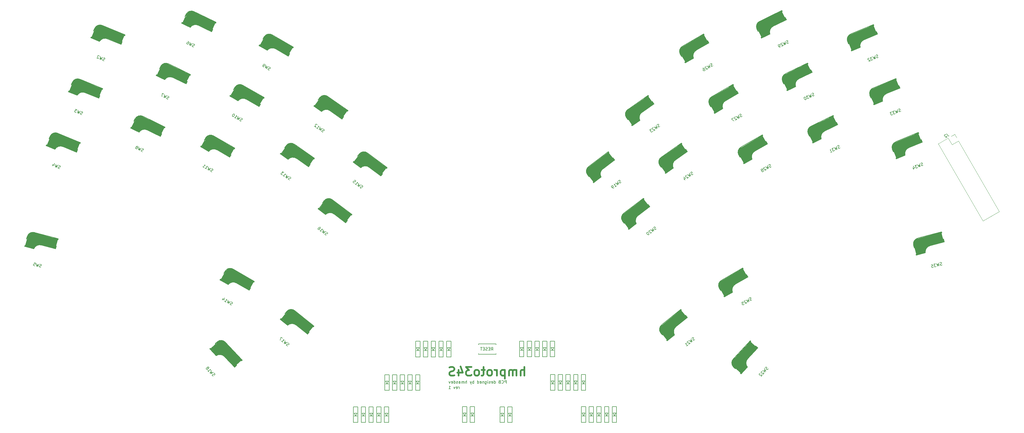
<source format=gbr>
%TF.GenerationSoftware,KiCad,Pcbnew,7.0.7*%
%TF.CreationDate,2024-06-13T17:52:44+09:00*%
%TF.ProjectId,hmproto34-bottom,686d7072-6f74-46f3-9334-2d626f74746f,rev?*%
%TF.SameCoordinates,Original*%
%TF.FileFunction,Legend,Bot*%
%TF.FilePolarity,Positive*%
%FSLAX46Y46*%
G04 Gerber Fmt 4.6, Leading zero omitted, Abs format (unit mm)*
G04 Created by KiCad (PCBNEW 7.0.7) date 2024-06-13 17:52:44*
%MOMM*%
%LPD*%
G01*
G04 APERTURE LIST*
%ADD10C,0.600000*%
%ADD11C,0.150000*%
%ADD12C,0.300000*%
%ADD13C,0.500000*%
%ADD14C,0.800000*%
%ADD15C,3.000000*%
%ADD16C,3.500000*%
%ADD17C,1.000000*%
%ADD18C,0.400000*%
%ADD19C,0.120000*%
G04 APERTURE END LIST*
D10*
X160370980Y-137661657D02*
X160370980Y-134661657D01*
X159085266Y-137661657D02*
X159085266Y-136090228D01*
X159085266Y-136090228D02*
X159228123Y-135804514D01*
X159228123Y-135804514D02*
X159513837Y-135661657D01*
X159513837Y-135661657D02*
X159942408Y-135661657D01*
X159942408Y-135661657D02*
X160228123Y-135804514D01*
X160228123Y-135804514D02*
X160370980Y-135947371D01*
X157656694Y-137661657D02*
X157656694Y-135661657D01*
X157656694Y-135947371D02*
X157513837Y-135804514D01*
X157513837Y-135804514D02*
X157228122Y-135661657D01*
X157228122Y-135661657D02*
X156799551Y-135661657D01*
X156799551Y-135661657D02*
X156513837Y-135804514D01*
X156513837Y-135804514D02*
X156370980Y-136090228D01*
X156370980Y-136090228D02*
X156370980Y-137661657D01*
X156370980Y-136090228D02*
X156228122Y-135804514D01*
X156228122Y-135804514D02*
X155942408Y-135661657D01*
X155942408Y-135661657D02*
X155513837Y-135661657D01*
X155513837Y-135661657D02*
X155228122Y-135804514D01*
X155228122Y-135804514D02*
X155085265Y-136090228D01*
X155085265Y-136090228D02*
X155085265Y-137661657D01*
X153656694Y-135661657D02*
X153656694Y-138661657D01*
X153656694Y-135804514D02*
X153370980Y-135661657D01*
X153370980Y-135661657D02*
X152799551Y-135661657D01*
X152799551Y-135661657D02*
X152513837Y-135804514D01*
X152513837Y-135804514D02*
X152370980Y-135947371D01*
X152370980Y-135947371D02*
X152228122Y-136233085D01*
X152228122Y-136233085D02*
X152228122Y-137090228D01*
X152228122Y-137090228D02*
X152370980Y-137375942D01*
X152370980Y-137375942D02*
X152513837Y-137518800D01*
X152513837Y-137518800D02*
X152799551Y-137661657D01*
X152799551Y-137661657D02*
X153370980Y-137661657D01*
X153370980Y-137661657D02*
X153656694Y-137518800D01*
X150942408Y-137661657D02*
X150942408Y-135661657D01*
X150942408Y-136233085D02*
X150799551Y-135947371D01*
X150799551Y-135947371D02*
X150656694Y-135804514D01*
X150656694Y-135804514D02*
X150370979Y-135661657D01*
X150370979Y-135661657D02*
X150085265Y-135661657D01*
X148656693Y-137661657D02*
X148942408Y-137518800D01*
X148942408Y-137518800D02*
X149085265Y-137375942D01*
X149085265Y-137375942D02*
X149228122Y-137090228D01*
X149228122Y-137090228D02*
X149228122Y-136233085D01*
X149228122Y-136233085D02*
X149085265Y-135947371D01*
X149085265Y-135947371D02*
X148942408Y-135804514D01*
X148942408Y-135804514D02*
X148656693Y-135661657D01*
X148656693Y-135661657D02*
X148228122Y-135661657D01*
X148228122Y-135661657D02*
X147942408Y-135804514D01*
X147942408Y-135804514D02*
X147799551Y-135947371D01*
X147799551Y-135947371D02*
X147656693Y-136233085D01*
X147656693Y-136233085D02*
X147656693Y-137090228D01*
X147656693Y-137090228D02*
X147799551Y-137375942D01*
X147799551Y-137375942D02*
X147942408Y-137518800D01*
X147942408Y-137518800D02*
X148228122Y-137661657D01*
X148228122Y-137661657D02*
X148656693Y-137661657D01*
X146799550Y-135661657D02*
X145656693Y-135661657D01*
X146370979Y-134661657D02*
X146370979Y-137233085D01*
X146370979Y-137233085D02*
X146228122Y-137518800D01*
X146228122Y-137518800D02*
X145942407Y-137661657D01*
X145942407Y-137661657D02*
X145656693Y-137661657D01*
X144228121Y-137661657D02*
X144513836Y-137518800D01*
X144513836Y-137518800D02*
X144656693Y-137375942D01*
X144656693Y-137375942D02*
X144799550Y-137090228D01*
X144799550Y-137090228D02*
X144799550Y-136233085D01*
X144799550Y-136233085D02*
X144656693Y-135947371D01*
X144656693Y-135947371D02*
X144513836Y-135804514D01*
X144513836Y-135804514D02*
X144228121Y-135661657D01*
X144228121Y-135661657D02*
X143799550Y-135661657D01*
X143799550Y-135661657D02*
X143513836Y-135804514D01*
X143513836Y-135804514D02*
X143370979Y-135947371D01*
X143370979Y-135947371D02*
X143228121Y-136233085D01*
X143228121Y-136233085D02*
X143228121Y-137090228D01*
X143228121Y-137090228D02*
X143370979Y-137375942D01*
X143370979Y-137375942D02*
X143513836Y-137518800D01*
X143513836Y-137518800D02*
X143799550Y-137661657D01*
X143799550Y-137661657D02*
X144228121Y-137661657D01*
X142228121Y-134661657D02*
X140370978Y-134661657D01*
X140370978Y-134661657D02*
X141370978Y-135804514D01*
X141370978Y-135804514D02*
X140942407Y-135804514D01*
X140942407Y-135804514D02*
X140656693Y-135947371D01*
X140656693Y-135947371D02*
X140513835Y-136090228D01*
X140513835Y-136090228D02*
X140370978Y-136375942D01*
X140370978Y-136375942D02*
X140370978Y-137090228D01*
X140370978Y-137090228D02*
X140513835Y-137375942D01*
X140513835Y-137375942D02*
X140656693Y-137518800D01*
X140656693Y-137518800D02*
X140942407Y-137661657D01*
X140942407Y-137661657D02*
X141799550Y-137661657D01*
X141799550Y-137661657D02*
X142085264Y-137518800D01*
X142085264Y-137518800D02*
X142228121Y-137375942D01*
X137799550Y-135661657D02*
X137799550Y-137661657D01*
X138513835Y-134518800D02*
X139228121Y-136661657D01*
X139228121Y-136661657D02*
X137370978Y-136661657D01*
X136370978Y-137518800D02*
X135942407Y-137661657D01*
X135942407Y-137661657D02*
X135228121Y-137661657D01*
X135228121Y-137661657D02*
X134942407Y-137518800D01*
X134942407Y-137518800D02*
X134799549Y-137375942D01*
X134799549Y-137375942D02*
X134656692Y-137090228D01*
X134656692Y-137090228D02*
X134656692Y-136804514D01*
X134656692Y-136804514D02*
X134799549Y-136518800D01*
X134799549Y-136518800D02*
X134942407Y-136375942D01*
X134942407Y-136375942D02*
X135228121Y-136233085D01*
X135228121Y-136233085D02*
X135799549Y-136090228D01*
X135799549Y-136090228D02*
X136085264Y-135947371D01*
X136085264Y-135947371D02*
X136228121Y-135804514D01*
X136228121Y-135804514D02*
X136370978Y-135518800D01*
X136370978Y-135518800D02*
X136370978Y-135233085D01*
X136370978Y-135233085D02*
X136228121Y-134947371D01*
X136228121Y-134947371D02*
X136085264Y-134804514D01*
X136085264Y-134804514D02*
X135799549Y-134661657D01*
X135799549Y-134661657D02*
X135085264Y-134661657D01*
X135085264Y-134661657D02*
X134656692Y-134804514D01*
D11*
X154203222Y-140339819D02*
X154203222Y-139339819D01*
X154203222Y-139339819D02*
X153822270Y-139339819D01*
X153822270Y-139339819D02*
X153727032Y-139387438D01*
X153727032Y-139387438D02*
X153679413Y-139435057D01*
X153679413Y-139435057D02*
X153631794Y-139530295D01*
X153631794Y-139530295D02*
X153631794Y-139673152D01*
X153631794Y-139673152D02*
X153679413Y-139768390D01*
X153679413Y-139768390D02*
X153727032Y-139816009D01*
X153727032Y-139816009D02*
X153822270Y-139863628D01*
X153822270Y-139863628D02*
X154203222Y-139863628D01*
X152631794Y-140244580D02*
X152679413Y-140292200D01*
X152679413Y-140292200D02*
X152822270Y-140339819D01*
X152822270Y-140339819D02*
X152917508Y-140339819D01*
X152917508Y-140339819D02*
X153060365Y-140292200D01*
X153060365Y-140292200D02*
X153155603Y-140196961D01*
X153155603Y-140196961D02*
X153203222Y-140101723D01*
X153203222Y-140101723D02*
X153250841Y-139911247D01*
X153250841Y-139911247D02*
X153250841Y-139768390D01*
X153250841Y-139768390D02*
X153203222Y-139577914D01*
X153203222Y-139577914D02*
X153155603Y-139482676D01*
X153155603Y-139482676D02*
X153060365Y-139387438D01*
X153060365Y-139387438D02*
X152917508Y-139339819D01*
X152917508Y-139339819D02*
X152822270Y-139339819D01*
X152822270Y-139339819D02*
X152679413Y-139387438D01*
X152679413Y-139387438D02*
X152631794Y-139435057D01*
X151869889Y-139816009D02*
X151727032Y-139863628D01*
X151727032Y-139863628D02*
X151679413Y-139911247D01*
X151679413Y-139911247D02*
X151631794Y-140006485D01*
X151631794Y-140006485D02*
X151631794Y-140149342D01*
X151631794Y-140149342D02*
X151679413Y-140244580D01*
X151679413Y-140244580D02*
X151727032Y-140292200D01*
X151727032Y-140292200D02*
X151822270Y-140339819D01*
X151822270Y-140339819D02*
X152203222Y-140339819D01*
X152203222Y-140339819D02*
X152203222Y-139339819D01*
X152203222Y-139339819D02*
X151869889Y-139339819D01*
X151869889Y-139339819D02*
X151774651Y-139387438D01*
X151774651Y-139387438D02*
X151727032Y-139435057D01*
X151727032Y-139435057D02*
X151679413Y-139530295D01*
X151679413Y-139530295D02*
X151679413Y-139625533D01*
X151679413Y-139625533D02*
X151727032Y-139720771D01*
X151727032Y-139720771D02*
X151774651Y-139768390D01*
X151774651Y-139768390D02*
X151869889Y-139816009D01*
X151869889Y-139816009D02*
X152203222Y-139816009D01*
X150012746Y-140339819D02*
X150012746Y-139339819D01*
X150012746Y-140292200D02*
X150107984Y-140339819D01*
X150107984Y-140339819D02*
X150298460Y-140339819D01*
X150298460Y-140339819D02*
X150393698Y-140292200D01*
X150393698Y-140292200D02*
X150441317Y-140244580D01*
X150441317Y-140244580D02*
X150488936Y-140149342D01*
X150488936Y-140149342D02*
X150488936Y-139863628D01*
X150488936Y-139863628D02*
X150441317Y-139768390D01*
X150441317Y-139768390D02*
X150393698Y-139720771D01*
X150393698Y-139720771D02*
X150298460Y-139673152D01*
X150298460Y-139673152D02*
X150107984Y-139673152D01*
X150107984Y-139673152D02*
X150012746Y-139720771D01*
X149155603Y-140292200D02*
X149250841Y-140339819D01*
X149250841Y-140339819D02*
X149441317Y-140339819D01*
X149441317Y-140339819D02*
X149536555Y-140292200D01*
X149536555Y-140292200D02*
X149584174Y-140196961D01*
X149584174Y-140196961D02*
X149584174Y-139816009D01*
X149584174Y-139816009D02*
X149536555Y-139720771D01*
X149536555Y-139720771D02*
X149441317Y-139673152D01*
X149441317Y-139673152D02*
X149250841Y-139673152D01*
X149250841Y-139673152D02*
X149155603Y-139720771D01*
X149155603Y-139720771D02*
X149107984Y-139816009D01*
X149107984Y-139816009D02*
X149107984Y-139911247D01*
X149107984Y-139911247D02*
X149584174Y-140006485D01*
X148727031Y-140292200D02*
X148631793Y-140339819D01*
X148631793Y-140339819D02*
X148441317Y-140339819D01*
X148441317Y-140339819D02*
X148346079Y-140292200D01*
X148346079Y-140292200D02*
X148298460Y-140196961D01*
X148298460Y-140196961D02*
X148298460Y-140149342D01*
X148298460Y-140149342D02*
X148346079Y-140054104D01*
X148346079Y-140054104D02*
X148441317Y-140006485D01*
X148441317Y-140006485D02*
X148584174Y-140006485D01*
X148584174Y-140006485D02*
X148679412Y-139958866D01*
X148679412Y-139958866D02*
X148727031Y-139863628D01*
X148727031Y-139863628D02*
X148727031Y-139816009D01*
X148727031Y-139816009D02*
X148679412Y-139720771D01*
X148679412Y-139720771D02*
X148584174Y-139673152D01*
X148584174Y-139673152D02*
X148441317Y-139673152D01*
X148441317Y-139673152D02*
X148346079Y-139720771D01*
X147869888Y-140339819D02*
X147869888Y-139673152D01*
X147869888Y-139339819D02*
X147917507Y-139387438D01*
X147917507Y-139387438D02*
X147869888Y-139435057D01*
X147869888Y-139435057D02*
X147822269Y-139387438D01*
X147822269Y-139387438D02*
X147869888Y-139339819D01*
X147869888Y-139339819D02*
X147869888Y-139435057D01*
X146965127Y-139673152D02*
X146965127Y-140482676D01*
X146965127Y-140482676D02*
X147012746Y-140577914D01*
X147012746Y-140577914D02*
X147060365Y-140625533D01*
X147060365Y-140625533D02*
X147155603Y-140673152D01*
X147155603Y-140673152D02*
X147298460Y-140673152D01*
X147298460Y-140673152D02*
X147393698Y-140625533D01*
X146965127Y-140292200D02*
X147060365Y-140339819D01*
X147060365Y-140339819D02*
X147250841Y-140339819D01*
X147250841Y-140339819D02*
X147346079Y-140292200D01*
X147346079Y-140292200D02*
X147393698Y-140244580D01*
X147393698Y-140244580D02*
X147441317Y-140149342D01*
X147441317Y-140149342D02*
X147441317Y-139863628D01*
X147441317Y-139863628D02*
X147393698Y-139768390D01*
X147393698Y-139768390D02*
X147346079Y-139720771D01*
X147346079Y-139720771D02*
X147250841Y-139673152D01*
X147250841Y-139673152D02*
X147060365Y-139673152D01*
X147060365Y-139673152D02*
X146965127Y-139720771D01*
X146488936Y-139673152D02*
X146488936Y-140339819D01*
X146488936Y-139768390D02*
X146441317Y-139720771D01*
X146441317Y-139720771D02*
X146346079Y-139673152D01*
X146346079Y-139673152D02*
X146203222Y-139673152D01*
X146203222Y-139673152D02*
X146107984Y-139720771D01*
X146107984Y-139720771D02*
X146060365Y-139816009D01*
X146060365Y-139816009D02*
X146060365Y-140339819D01*
X145203222Y-140292200D02*
X145298460Y-140339819D01*
X145298460Y-140339819D02*
X145488936Y-140339819D01*
X145488936Y-140339819D02*
X145584174Y-140292200D01*
X145584174Y-140292200D02*
X145631793Y-140196961D01*
X145631793Y-140196961D02*
X145631793Y-139816009D01*
X145631793Y-139816009D02*
X145584174Y-139720771D01*
X145584174Y-139720771D02*
X145488936Y-139673152D01*
X145488936Y-139673152D02*
X145298460Y-139673152D01*
X145298460Y-139673152D02*
X145203222Y-139720771D01*
X145203222Y-139720771D02*
X145155603Y-139816009D01*
X145155603Y-139816009D02*
X145155603Y-139911247D01*
X145155603Y-139911247D02*
X145631793Y-140006485D01*
X144298460Y-140339819D02*
X144298460Y-139339819D01*
X144298460Y-140292200D02*
X144393698Y-140339819D01*
X144393698Y-140339819D02*
X144584174Y-140339819D01*
X144584174Y-140339819D02*
X144679412Y-140292200D01*
X144679412Y-140292200D02*
X144727031Y-140244580D01*
X144727031Y-140244580D02*
X144774650Y-140149342D01*
X144774650Y-140149342D02*
X144774650Y-139863628D01*
X144774650Y-139863628D02*
X144727031Y-139768390D01*
X144727031Y-139768390D02*
X144679412Y-139720771D01*
X144679412Y-139720771D02*
X144584174Y-139673152D01*
X144584174Y-139673152D02*
X144393698Y-139673152D01*
X144393698Y-139673152D02*
X144298460Y-139720771D01*
X143060364Y-140339819D02*
X143060364Y-139339819D01*
X143060364Y-139720771D02*
X142965126Y-139673152D01*
X142965126Y-139673152D02*
X142774650Y-139673152D01*
X142774650Y-139673152D02*
X142679412Y-139720771D01*
X142679412Y-139720771D02*
X142631793Y-139768390D01*
X142631793Y-139768390D02*
X142584174Y-139863628D01*
X142584174Y-139863628D02*
X142584174Y-140149342D01*
X142584174Y-140149342D02*
X142631793Y-140244580D01*
X142631793Y-140244580D02*
X142679412Y-140292200D01*
X142679412Y-140292200D02*
X142774650Y-140339819D01*
X142774650Y-140339819D02*
X142965126Y-140339819D01*
X142965126Y-140339819D02*
X143060364Y-140292200D01*
X142250840Y-139673152D02*
X142012745Y-140339819D01*
X141774650Y-139673152D02*
X142012745Y-140339819D01*
X142012745Y-140339819D02*
X142107983Y-140577914D01*
X142107983Y-140577914D02*
X142155602Y-140625533D01*
X142155602Y-140625533D02*
X142250840Y-140673152D01*
X140631792Y-140339819D02*
X140631792Y-139339819D01*
X140203221Y-140339819D02*
X140203221Y-139816009D01*
X140203221Y-139816009D02*
X140250840Y-139720771D01*
X140250840Y-139720771D02*
X140346078Y-139673152D01*
X140346078Y-139673152D02*
X140488935Y-139673152D01*
X140488935Y-139673152D02*
X140584173Y-139720771D01*
X140584173Y-139720771D02*
X140631792Y-139768390D01*
X139727030Y-140339819D02*
X139727030Y-139673152D01*
X139727030Y-139768390D02*
X139679411Y-139720771D01*
X139679411Y-139720771D02*
X139584173Y-139673152D01*
X139584173Y-139673152D02*
X139441316Y-139673152D01*
X139441316Y-139673152D02*
X139346078Y-139720771D01*
X139346078Y-139720771D02*
X139298459Y-139816009D01*
X139298459Y-139816009D02*
X139298459Y-140339819D01*
X139298459Y-139816009D02*
X139250840Y-139720771D01*
X139250840Y-139720771D02*
X139155602Y-139673152D01*
X139155602Y-139673152D02*
X139012745Y-139673152D01*
X139012745Y-139673152D02*
X138917506Y-139720771D01*
X138917506Y-139720771D02*
X138869887Y-139816009D01*
X138869887Y-139816009D02*
X138869887Y-140339819D01*
X137965126Y-140339819D02*
X137965126Y-139816009D01*
X137965126Y-139816009D02*
X138012745Y-139720771D01*
X138012745Y-139720771D02*
X138107983Y-139673152D01*
X138107983Y-139673152D02*
X138298459Y-139673152D01*
X138298459Y-139673152D02*
X138393697Y-139720771D01*
X137965126Y-140292200D02*
X138060364Y-140339819D01*
X138060364Y-140339819D02*
X138298459Y-140339819D01*
X138298459Y-140339819D02*
X138393697Y-140292200D01*
X138393697Y-140292200D02*
X138441316Y-140196961D01*
X138441316Y-140196961D02*
X138441316Y-140101723D01*
X138441316Y-140101723D02*
X138393697Y-140006485D01*
X138393697Y-140006485D02*
X138298459Y-139958866D01*
X138298459Y-139958866D02*
X138060364Y-139958866D01*
X138060364Y-139958866D02*
X137965126Y-139911247D01*
X137536554Y-140292200D02*
X137441316Y-140339819D01*
X137441316Y-140339819D02*
X137250840Y-140339819D01*
X137250840Y-140339819D02*
X137155602Y-140292200D01*
X137155602Y-140292200D02*
X137107983Y-140196961D01*
X137107983Y-140196961D02*
X137107983Y-140149342D01*
X137107983Y-140149342D02*
X137155602Y-140054104D01*
X137155602Y-140054104D02*
X137250840Y-140006485D01*
X137250840Y-140006485D02*
X137393697Y-140006485D01*
X137393697Y-140006485D02*
X137488935Y-139958866D01*
X137488935Y-139958866D02*
X137536554Y-139863628D01*
X137536554Y-139863628D02*
X137536554Y-139816009D01*
X137536554Y-139816009D02*
X137488935Y-139720771D01*
X137488935Y-139720771D02*
X137393697Y-139673152D01*
X137393697Y-139673152D02*
X137250840Y-139673152D01*
X137250840Y-139673152D02*
X137155602Y-139720771D01*
X136250840Y-140339819D02*
X136250840Y-139339819D01*
X136250840Y-140292200D02*
X136346078Y-140339819D01*
X136346078Y-140339819D02*
X136536554Y-140339819D01*
X136536554Y-140339819D02*
X136631792Y-140292200D01*
X136631792Y-140292200D02*
X136679411Y-140244580D01*
X136679411Y-140244580D02*
X136727030Y-140149342D01*
X136727030Y-140149342D02*
X136727030Y-139863628D01*
X136727030Y-139863628D02*
X136679411Y-139768390D01*
X136679411Y-139768390D02*
X136631792Y-139720771D01*
X136631792Y-139720771D02*
X136536554Y-139673152D01*
X136536554Y-139673152D02*
X136346078Y-139673152D01*
X136346078Y-139673152D02*
X136250840Y-139720771D01*
X135393697Y-140292200D02*
X135488935Y-140339819D01*
X135488935Y-140339819D02*
X135679411Y-140339819D01*
X135679411Y-140339819D02*
X135774649Y-140292200D01*
X135774649Y-140292200D02*
X135822268Y-140196961D01*
X135822268Y-140196961D02*
X135822268Y-139816009D01*
X135822268Y-139816009D02*
X135774649Y-139720771D01*
X135774649Y-139720771D02*
X135679411Y-139673152D01*
X135679411Y-139673152D02*
X135488935Y-139673152D01*
X135488935Y-139673152D02*
X135393697Y-139720771D01*
X135393697Y-139720771D02*
X135346078Y-139816009D01*
X135346078Y-139816009D02*
X135346078Y-139911247D01*
X135346078Y-139911247D02*
X135822268Y-140006485D01*
X135012744Y-139673152D02*
X134774649Y-140339819D01*
X134774649Y-140339819D02*
X134536554Y-139673152D01*
X138023222Y-142179819D02*
X138023222Y-141513152D01*
X138023222Y-141703628D02*
X137975603Y-141608390D01*
X137975603Y-141608390D02*
X137927984Y-141560771D01*
X137927984Y-141560771D02*
X137832746Y-141513152D01*
X137832746Y-141513152D02*
X137737508Y-141513152D01*
X137023222Y-142132200D02*
X137118460Y-142179819D01*
X137118460Y-142179819D02*
X137308936Y-142179819D01*
X137308936Y-142179819D02*
X137404174Y-142132200D01*
X137404174Y-142132200D02*
X137451793Y-142036961D01*
X137451793Y-142036961D02*
X137451793Y-141656009D01*
X137451793Y-141656009D02*
X137404174Y-141560771D01*
X137404174Y-141560771D02*
X137308936Y-141513152D01*
X137308936Y-141513152D02*
X137118460Y-141513152D01*
X137118460Y-141513152D02*
X137023222Y-141560771D01*
X137023222Y-141560771D02*
X136975603Y-141656009D01*
X136975603Y-141656009D02*
X136975603Y-141751247D01*
X136975603Y-141751247D02*
X137451793Y-141846485D01*
X136642269Y-141513152D02*
X136404174Y-142179819D01*
X136404174Y-142179819D02*
X136166079Y-141513152D01*
X134499412Y-142179819D02*
X135070840Y-142179819D01*
X134785126Y-142179819D02*
X134785126Y-141179819D01*
X134785126Y-141179819D02*
X134880364Y-141322676D01*
X134880364Y-141322676D02*
X134975602Y-141417914D01*
X134975602Y-141417914D02*
X135070840Y-141465533D01*
X303378532Y-99698688D02*
X303252868Y-99781659D01*
X303252868Y-99781659D02*
X303022885Y-99843282D01*
X303022885Y-99843282D02*
X302918568Y-99821935D01*
X302918568Y-99821935D02*
X302860247Y-99788264D01*
X302860247Y-99788264D02*
X302789601Y-99708595D01*
X302789601Y-99708595D02*
X302764951Y-99616603D01*
X302764951Y-99616603D02*
X302786298Y-99512285D01*
X302786298Y-99512285D02*
X302819970Y-99453964D01*
X302819970Y-99453964D02*
X302899638Y-99383318D01*
X302899638Y-99383318D02*
X303071299Y-99288022D01*
X303071299Y-99288022D02*
X303150968Y-99217377D01*
X303150968Y-99217377D02*
X303184639Y-99159055D01*
X303184639Y-99159055D02*
X303205986Y-99054738D01*
X303205986Y-99054738D02*
X303181337Y-98962745D01*
X303181337Y-98962745D02*
X303110691Y-98883077D01*
X303110691Y-98883077D02*
X303052370Y-98849405D01*
X303052370Y-98849405D02*
X302948052Y-98828058D01*
X302948052Y-98828058D02*
X302718070Y-98889681D01*
X302718070Y-98889681D02*
X302592405Y-98972652D01*
X302258105Y-99012929D02*
X302286942Y-100040478D01*
X302286942Y-100040478D02*
X301918085Y-99399830D01*
X301918085Y-99399830D02*
X301918970Y-100139076D01*
X301918970Y-100139076D02*
X301430169Y-99234773D01*
X301154190Y-99308722D02*
X300556236Y-99468943D01*
X300556236Y-99468943D02*
X300976809Y-99750642D01*
X300976809Y-99750642D02*
X300838820Y-99787616D01*
X300838820Y-99787616D02*
X300759151Y-99858262D01*
X300759151Y-99858262D02*
X300725480Y-99916583D01*
X300725480Y-99916583D02*
X300704133Y-100020901D01*
X300704133Y-100020901D02*
X300765756Y-100250883D01*
X300765756Y-100250883D02*
X300836402Y-100330551D01*
X300836402Y-100330551D02*
X300894723Y-100364223D01*
X300894723Y-100364223D02*
X300999041Y-100385570D01*
X300999041Y-100385570D02*
X301275020Y-100311622D01*
X301275020Y-100311622D02*
X301354688Y-100240976D01*
X301354688Y-100240976D02*
X301388360Y-100182655D01*
X299682303Y-99703113D02*
X300142268Y-99579865D01*
X300142268Y-99579865D02*
X300311511Y-100027505D01*
X300311511Y-100027505D02*
X300253190Y-99993834D01*
X300253190Y-99993834D02*
X300148872Y-99972487D01*
X300148872Y-99972487D02*
X299918890Y-100034110D01*
X299918890Y-100034110D02*
X299839222Y-100104756D01*
X299839222Y-100104756D02*
X299805550Y-100163077D01*
X299805550Y-100163077D02*
X299784203Y-100267395D01*
X299784203Y-100267395D02*
X299845827Y-100497377D01*
X299845827Y-100497377D02*
X299916473Y-100577046D01*
X299916473Y-100577046D02*
X299974794Y-100610717D01*
X299974794Y-100610717D02*
X300079111Y-100632064D01*
X300079111Y-100632064D02*
X300309094Y-100570441D01*
X300309094Y-100570441D02*
X300388762Y-100499795D01*
X300388762Y-100499795D02*
X300422434Y-100441474D01*
X79955700Y-70571834D02*
X79811365Y-70528902D01*
X79811365Y-70528902D02*
X79616329Y-70392336D01*
X79616329Y-70392336D02*
X79565628Y-70298703D01*
X79565628Y-70298703D02*
X79553934Y-70232382D01*
X79553934Y-70232382D02*
X79569553Y-70127055D01*
X79569553Y-70127055D02*
X79624179Y-70049040D01*
X79624179Y-70049040D02*
X79717813Y-69998339D01*
X79717813Y-69998339D02*
X79784133Y-69986645D01*
X79784133Y-69986645D02*
X79889461Y-70002264D01*
X79889461Y-70002264D02*
X80072803Y-70072509D01*
X80072803Y-70072509D02*
X80178131Y-70088128D01*
X80178131Y-70088128D02*
X80244451Y-70076434D01*
X80244451Y-70076434D02*
X80338085Y-70025733D01*
X80338085Y-70025733D02*
X80392711Y-69947719D01*
X80392711Y-69947719D02*
X80408330Y-69842391D01*
X80408330Y-69842391D02*
X80396636Y-69776071D01*
X80396636Y-69776071D02*
X80345935Y-69682437D01*
X80345935Y-69682437D02*
X80150898Y-69545871D01*
X80150898Y-69545871D02*
X80006564Y-69502939D01*
X79760826Y-69272739D02*
X78992213Y-69955326D01*
X78992213Y-69955326D02*
X79245882Y-69260964D01*
X79245882Y-69260964D02*
X78680155Y-69736820D01*
X78680155Y-69736820D02*
X79058696Y-68781103D01*
X77743982Y-69081305D02*
X78212069Y-69409063D01*
X77978025Y-69245184D02*
X78551602Y-68426031D01*
X78551602Y-68426031D02*
X78547677Y-68597680D01*
X78547677Y-68597680D02*
X78571065Y-68730320D01*
X78571065Y-68730320D02*
X78621766Y-68823954D01*
X78044507Y-68070960D02*
X77537413Y-67715889D01*
X77537413Y-67715889D02*
X77591959Y-68219139D01*
X77591959Y-68219139D02*
X77474937Y-68137200D01*
X77474937Y-68137200D02*
X77369609Y-68121581D01*
X77369609Y-68121581D02*
X77303289Y-68133275D01*
X77303289Y-68133275D02*
X77209655Y-68183976D01*
X77209655Y-68183976D02*
X77073090Y-68379012D01*
X77073090Y-68379012D02*
X77057470Y-68484340D01*
X77057470Y-68484340D02*
X77069165Y-68550660D01*
X77069165Y-68550660D02*
X77119866Y-68644294D01*
X77119866Y-68644294D02*
X77353909Y-68808173D01*
X77353909Y-68808173D02*
X77459237Y-68823792D01*
X77459237Y-68823792D02*
X77525557Y-68812098D01*
X259668378Y-41547921D02*
X259560854Y-41653346D01*
X259560854Y-41653346D02*
X259346856Y-41757720D01*
X259346856Y-41757720D02*
X259240381Y-41756670D01*
X259240381Y-41756670D02*
X259176707Y-41734745D01*
X259176707Y-41734745D02*
X259092157Y-41670020D01*
X259092157Y-41670020D02*
X259050408Y-41584421D01*
X259050408Y-41584421D02*
X259051458Y-41477946D01*
X259051458Y-41477946D02*
X259073383Y-41414272D01*
X259073383Y-41414272D02*
X259138107Y-41329722D01*
X259138107Y-41329722D02*
X259288431Y-41203424D01*
X259288431Y-41203424D02*
X259353156Y-41118874D01*
X259353156Y-41118874D02*
X259375081Y-41055200D01*
X259375081Y-41055200D02*
X259376131Y-40948725D01*
X259376131Y-40948725D02*
X259334381Y-40863126D01*
X259334381Y-40863126D02*
X259249832Y-40798401D01*
X259249832Y-40798401D02*
X259186158Y-40776476D01*
X259186158Y-40776476D02*
X259079683Y-40775426D01*
X259079683Y-40775426D02*
X258865685Y-40879800D01*
X258865685Y-40879800D02*
X258758160Y-40985225D01*
X258437687Y-41088549D02*
X258662060Y-42091717D01*
X258662060Y-42091717D02*
X258177739Y-41533220D01*
X258177739Y-41533220D02*
X258319662Y-42258715D01*
X258319662Y-42258715D02*
X257667293Y-41464295D01*
X257410494Y-41589544D02*
X256854098Y-41860917D01*
X256854098Y-41860917D02*
X257320695Y-42057191D01*
X257320695Y-42057191D02*
X257192295Y-42119815D01*
X257192295Y-42119815D02*
X257127571Y-42204365D01*
X257127571Y-42204365D02*
X257105646Y-42268039D01*
X257105646Y-42268039D02*
X257104596Y-42374513D01*
X257104596Y-42374513D02*
X257208970Y-42588512D01*
X257208970Y-42588512D02*
X257293519Y-42653237D01*
X257293519Y-42653237D02*
X257357194Y-42675161D01*
X257357194Y-42675161D02*
X257463668Y-42676212D01*
X257463668Y-42676212D02*
X257720466Y-42550963D01*
X257720466Y-42550963D02*
X257785191Y-42466413D01*
X257785191Y-42466413D02*
X257807116Y-42402739D01*
X256297702Y-42132289D02*
X256212102Y-42174039D01*
X256212102Y-42174039D02*
X256147378Y-42258588D01*
X256147378Y-42258588D02*
X256125453Y-42322263D01*
X256125453Y-42322263D02*
X256124403Y-42428737D01*
X256124403Y-42428737D02*
X256165102Y-42620811D01*
X256165102Y-42620811D02*
X256269476Y-42834809D01*
X256269476Y-42834809D02*
X256395775Y-42985133D01*
X256395775Y-42985133D02*
X256480325Y-43049858D01*
X256480325Y-43049858D02*
X256543999Y-43071783D01*
X256543999Y-43071783D02*
X256650473Y-43072833D01*
X256650473Y-43072833D02*
X256736073Y-43031083D01*
X256736073Y-43031083D02*
X256800797Y-42946534D01*
X256800797Y-42946534D02*
X256822722Y-42882860D01*
X256822722Y-42882860D02*
X256823772Y-42776385D01*
X256823772Y-42776385D02*
X256783073Y-42584312D01*
X256783073Y-42584312D02*
X256678699Y-42370313D01*
X256678699Y-42370313D02*
X256552400Y-42219989D01*
X256552400Y-42219989D02*
X256467851Y-42155264D01*
X256467851Y-42155264D02*
X256404176Y-42133339D01*
X256404176Y-42133339D02*
X256297702Y-42132289D01*
X38366401Y-42885659D02*
X38217127Y-42865834D01*
X38217127Y-42865834D02*
X38003129Y-42761460D01*
X38003129Y-42761460D02*
X37938404Y-42676911D01*
X37938404Y-42676911D02*
X37916479Y-42613236D01*
X37916479Y-42613236D02*
X37915429Y-42506762D01*
X37915429Y-42506762D02*
X37957179Y-42421163D01*
X37957179Y-42421163D02*
X38041728Y-42356438D01*
X38041728Y-42356438D02*
X38105403Y-42334513D01*
X38105403Y-42334513D02*
X38211877Y-42333463D01*
X38211877Y-42333463D02*
X38403951Y-42374163D01*
X38403951Y-42374163D02*
X38510425Y-42373113D01*
X38510425Y-42373113D02*
X38574099Y-42351188D01*
X38574099Y-42351188D02*
X38658649Y-42286463D01*
X38658649Y-42286463D02*
X38700398Y-42200864D01*
X38700398Y-42200864D02*
X38699348Y-42094389D01*
X38699348Y-42094389D02*
X38677423Y-42030715D01*
X38677423Y-42030715D02*
X38612699Y-41946165D01*
X38612699Y-41946165D02*
X38398700Y-41841791D01*
X38398700Y-41841791D02*
X38249426Y-41821967D01*
X37970703Y-41633043D02*
X37318333Y-42427463D01*
X37318333Y-42427463D02*
X37460257Y-41701968D01*
X37460257Y-41701968D02*
X36975936Y-42260465D01*
X36975936Y-42260465D02*
X37200308Y-41257297D01*
X36943510Y-41132048D02*
X36344314Y-40839800D01*
X36344314Y-40839800D02*
X36291140Y-41926468D01*
X79290623Y-127520756D02*
X79149635Y-127467860D01*
X79149635Y-127467860D02*
X78964600Y-127318021D01*
X78964600Y-127318021D02*
X78920554Y-127221079D01*
X78920554Y-127221079D02*
X78913515Y-127154105D01*
X78913515Y-127154105D02*
X78936443Y-127050123D01*
X78936443Y-127050123D02*
X78996378Y-126976109D01*
X78996378Y-126976109D02*
X79093320Y-126932063D01*
X79093320Y-126932063D02*
X79160295Y-126925024D01*
X79160295Y-126925024D02*
X79264276Y-126947952D01*
X79264276Y-126947952D02*
X79442272Y-127030816D01*
X79442272Y-127030816D02*
X79546253Y-127053744D01*
X79546253Y-127053744D02*
X79613228Y-127046705D01*
X79613228Y-127046705D02*
X79710170Y-127002658D01*
X79710170Y-127002658D02*
X79770106Y-126928644D01*
X79770106Y-126928644D02*
X79793034Y-126824663D01*
X79793034Y-126824663D02*
X79785995Y-126757688D01*
X79785995Y-126757688D02*
X79741948Y-126660746D01*
X79741948Y-126660746D02*
X79556914Y-126510908D01*
X79556914Y-126510908D02*
X79415925Y-126458012D01*
X79186844Y-126211231D02*
X78372489Y-126838539D01*
X78372489Y-126838539D02*
X78673976Y-126163564D01*
X78673976Y-126163564D02*
X78076433Y-126598798D01*
X78076433Y-126598798D02*
X78520719Y-125671814D01*
X77188267Y-125879575D02*
X77632350Y-126239187D01*
X77410308Y-126059381D02*
X78039629Y-125282235D01*
X78039629Y-125282235D02*
X78023740Y-125453191D01*
X78023740Y-125453191D02*
X78037818Y-125587140D01*
X78037818Y-125587140D02*
X78081865Y-125684082D01*
X77558538Y-124892655D02*
X77040441Y-124473108D01*
X77040441Y-124473108D02*
X76744183Y-125519963D01*
X53825422Y-137874381D02*
X53693167Y-137802378D01*
X53693167Y-137802378D02*
X53530786Y-137628246D01*
X53530786Y-137628246D02*
X53500660Y-137526118D01*
X53500660Y-137526118D02*
X53503011Y-137458815D01*
X53503011Y-137458815D02*
X53540187Y-137359036D01*
X53540187Y-137359036D02*
X53609840Y-137294084D01*
X53609840Y-137294084D02*
X53711969Y-137263958D01*
X53711969Y-137263958D02*
X53779271Y-137266309D01*
X53779271Y-137266309D02*
X53879050Y-137303485D01*
X53879050Y-137303485D02*
X54043781Y-137410315D01*
X54043781Y-137410315D02*
X54143559Y-137447491D01*
X54143559Y-137447491D02*
X54210862Y-137449841D01*
X54210862Y-137449841D02*
X54312991Y-137419716D01*
X54312991Y-137419716D02*
X54382643Y-137354763D01*
X54382643Y-137354763D02*
X54419820Y-137254985D01*
X54419820Y-137254985D02*
X54422170Y-137187682D01*
X54422170Y-137187682D02*
X54392044Y-137085553D01*
X54392044Y-137085553D02*
X54229664Y-136911422D01*
X54229664Y-136911422D02*
X54097409Y-136839419D01*
X53904903Y-136563158D02*
X53011168Y-137071024D01*
X53011168Y-137071024D02*
X53403659Y-136444577D01*
X53403659Y-136444577D02*
X52751360Y-136792414D01*
X52751360Y-136792414D02*
X53320333Y-135936283D01*
X51971933Y-135956581D02*
X52361646Y-136374497D01*
X52166790Y-136165539D02*
X52898143Y-135483541D01*
X52898143Y-135483541D02*
X52858616Y-135650622D01*
X52858616Y-135650622D02*
X52853916Y-135785227D01*
X52853916Y-135785227D02*
X52884042Y-135887356D01*
X52000136Y-135148951D02*
X52099915Y-135186128D01*
X52099915Y-135186128D02*
X52167217Y-135188478D01*
X52167217Y-135188478D02*
X52269346Y-135158352D01*
X52269346Y-135158352D02*
X52304172Y-135125876D01*
X52304172Y-135125876D02*
X52341349Y-135026097D01*
X52341349Y-135026097D02*
X52343699Y-134958795D01*
X52343699Y-134958795D02*
X52313573Y-134856666D01*
X52313573Y-134856666D02*
X52183669Y-134717361D01*
X52183669Y-134717361D02*
X52083890Y-134680184D01*
X52083890Y-134680184D02*
X52016588Y-134677834D01*
X52016588Y-134677834D02*
X51914459Y-134707960D01*
X51914459Y-134707960D02*
X51879633Y-134740436D01*
X51879633Y-134740436D02*
X51842456Y-134840214D01*
X51842456Y-134840214D02*
X51840106Y-134907517D01*
X51840106Y-134907517D02*
X51870232Y-135009646D01*
X51870232Y-135009646D02*
X52000136Y-135148951D01*
X52000136Y-135148951D02*
X52030262Y-135251080D01*
X52030262Y-135251080D02*
X52027912Y-135318382D01*
X52027912Y-135318382D02*
X51990735Y-135418161D01*
X51990735Y-135418161D02*
X51851429Y-135548065D01*
X51851429Y-135548065D02*
X51749301Y-135578191D01*
X51749301Y-135578191D02*
X51681998Y-135575841D01*
X51681998Y-135575841D02*
X51582220Y-135538664D01*
X51582220Y-135538664D02*
X51452315Y-135399359D01*
X51452315Y-135399359D02*
X51422189Y-135297230D01*
X51422189Y-135297230D02*
X51424540Y-135229928D01*
X51424540Y-135229928D02*
X51461716Y-135130149D01*
X51461716Y-135130149D02*
X51601022Y-135000245D01*
X51601022Y-135000245D02*
X51703150Y-134970119D01*
X51703150Y-134970119D02*
X51770453Y-134972469D01*
X51770453Y-134972469D02*
X51870232Y-135009646D01*
X205574537Y-87323527D02*
X205489104Y-87447531D01*
X205489104Y-87447531D02*
X205298952Y-87590820D01*
X205298952Y-87590820D02*
X205194234Y-87610106D01*
X205194234Y-87610106D02*
X205127546Y-87600733D01*
X205127546Y-87600733D02*
X205032200Y-87553331D01*
X205032200Y-87553331D02*
X204974884Y-87477270D01*
X204974884Y-87477270D02*
X204955599Y-87372552D01*
X204955599Y-87372552D02*
X204964971Y-87305864D01*
X204964971Y-87305864D02*
X205012374Y-87210518D01*
X205012374Y-87210518D02*
X205135837Y-87057856D01*
X205135837Y-87057856D02*
X205183240Y-86962510D01*
X205183240Y-86962510D02*
X205192612Y-86895822D01*
X205192612Y-86895822D02*
X205173327Y-86791104D01*
X205173327Y-86791104D02*
X205116011Y-86715043D01*
X205116011Y-86715043D02*
X205020665Y-86667640D01*
X205020665Y-86667640D02*
X204953977Y-86658268D01*
X204953977Y-86658268D02*
X204849258Y-86677553D01*
X204849258Y-86677553D02*
X204659107Y-86820843D01*
X204659107Y-86820843D02*
X204573674Y-86944847D01*
X204278804Y-87107421D02*
X204690468Y-88049346D01*
X204690468Y-88049346D02*
X204108479Y-87593524D01*
X204108479Y-87593524D02*
X204386226Y-88278609D01*
X204386226Y-88278609D02*
X203594260Y-87623263D01*
X203385364Y-87899928D02*
X203318676Y-87890556D01*
X203318676Y-87890556D02*
X203213957Y-87909841D01*
X203213957Y-87909841D02*
X203023806Y-88053131D01*
X203023806Y-88053131D02*
X202976403Y-88148477D01*
X202976403Y-88148477D02*
X202967031Y-88215165D01*
X202967031Y-88215165D02*
X202986316Y-88319883D01*
X202986316Y-88319883D02*
X203043632Y-88395944D01*
X203043632Y-88395944D02*
X203167636Y-88481377D01*
X203167636Y-88481377D02*
X203967893Y-88593845D01*
X203967893Y-88593845D02*
X203473500Y-88966398D01*
X202377291Y-88540314D02*
X202301231Y-88597630D01*
X202301231Y-88597630D02*
X202253828Y-88692976D01*
X202253828Y-88692976D02*
X202244456Y-88759664D01*
X202244456Y-88759664D02*
X202263741Y-88864382D01*
X202263741Y-88864382D02*
X202340342Y-89045161D01*
X202340342Y-89045161D02*
X202483632Y-89235313D01*
X202483632Y-89235313D02*
X202636293Y-89358776D01*
X202636293Y-89358776D02*
X202731639Y-89406178D01*
X202731639Y-89406178D02*
X202798327Y-89415551D01*
X202798327Y-89415551D02*
X202903046Y-89396265D01*
X202903046Y-89396265D02*
X202979106Y-89338950D01*
X202979106Y-89338950D02*
X203026509Y-89243604D01*
X203026509Y-89243604D02*
X203035881Y-89176916D01*
X203035881Y-89176916D02*
X203016596Y-89072197D01*
X203016596Y-89072197D02*
X202939995Y-88891418D01*
X202939995Y-88891418D02*
X202796705Y-88701267D01*
X202796705Y-88701267D02*
X202644044Y-88577804D01*
X202644044Y-88577804D02*
X202548698Y-88530401D01*
X202548698Y-88530401D02*
X202482010Y-88521029D01*
X202482010Y-88521029D02*
X202377291Y-88540314D01*
X268438378Y-59517921D02*
X268330854Y-59623346D01*
X268330854Y-59623346D02*
X268116856Y-59727720D01*
X268116856Y-59727720D02*
X268010381Y-59726670D01*
X268010381Y-59726670D02*
X267946707Y-59704745D01*
X267946707Y-59704745D02*
X267862157Y-59640020D01*
X267862157Y-59640020D02*
X267820408Y-59554421D01*
X267820408Y-59554421D02*
X267821458Y-59447946D01*
X267821458Y-59447946D02*
X267843383Y-59384272D01*
X267843383Y-59384272D02*
X267908107Y-59299722D01*
X267908107Y-59299722D02*
X268058431Y-59173424D01*
X268058431Y-59173424D02*
X268123156Y-59088874D01*
X268123156Y-59088874D02*
X268145081Y-59025200D01*
X268145081Y-59025200D02*
X268146131Y-58918725D01*
X268146131Y-58918725D02*
X268104381Y-58833126D01*
X268104381Y-58833126D02*
X268019832Y-58768401D01*
X268019832Y-58768401D02*
X267956158Y-58746476D01*
X267956158Y-58746476D02*
X267849683Y-58745426D01*
X267849683Y-58745426D02*
X267635685Y-58849800D01*
X267635685Y-58849800D02*
X267528160Y-58955225D01*
X267207687Y-59058549D02*
X267432060Y-60061717D01*
X267432060Y-60061717D02*
X266947739Y-59503220D01*
X266947739Y-59503220D02*
X267089662Y-60228715D01*
X267089662Y-60228715D02*
X266437293Y-59434295D01*
X266180494Y-59559544D02*
X265624098Y-59830917D01*
X265624098Y-59830917D02*
X266090695Y-60027191D01*
X266090695Y-60027191D02*
X265962295Y-60089815D01*
X265962295Y-60089815D02*
X265897571Y-60174365D01*
X265897571Y-60174365D02*
X265875646Y-60238039D01*
X265875646Y-60238039D02*
X265874596Y-60344513D01*
X265874596Y-60344513D02*
X265978970Y-60558512D01*
X265978970Y-60558512D02*
X266063519Y-60623237D01*
X266063519Y-60623237D02*
X266127194Y-60645161D01*
X266127194Y-60645161D02*
X266233668Y-60646212D01*
X266233668Y-60646212D02*
X266490466Y-60520963D01*
X266490466Y-60520963D02*
X266555191Y-60436413D01*
X266555191Y-60436413D02*
X266577116Y-60372739D01*
X265206475Y-61147207D02*
X265720071Y-60896709D01*
X265463273Y-61021958D02*
X265024902Y-60123164D01*
X265024902Y-60123164D02*
X265173126Y-60209814D01*
X265173126Y-60209814D02*
X265300475Y-60253664D01*
X265300475Y-60253664D02*
X265406949Y-60254714D01*
X73011100Y-32903413D02*
X72863572Y-32873224D01*
X72863572Y-32873224D02*
X72657376Y-32754177D01*
X72657376Y-32754177D02*
X72598707Y-32665318D01*
X72598707Y-32665318D02*
X72581277Y-32600269D01*
X72581277Y-32600269D02*
X72587656Y-32493981D01*
X72587656Y-32493981D02*
X72635276Y-32411503D01*
X72635276Y-32411503D02*
X72724134Y-32352834D01*
X72724134Y-32352834D02*
X72789183Y-32335404D01*
X72789183Y-32335404D02*
X72895471Y-32341784D01*
X72895471Y-32341784D02*
X73084238Y-32395782D01*
X73084238Y-32395782D02*
X73190526Y-32402162D01*
X73190526Y-32402162D02*
X73255575Y-32384732D01*
X73255575Y-32384732D02*
X73344433Y-32326063D01*
X73344433Y-32326063D02*
X73392052Y-32243585D01*
X73392052Y-32243585D02*
X73398432Y-32137296D01*
X73398432Y-32137296D02*
X73381002Y-32072248D01*
X73381002Y-32072248D02*
X73322333Y-31983389D01*
X73322333Y-31983389D02*
X73116136Y-31864342D01*
X73116136Y-31864342D02*
X72968609Y-31834152D01*
X72703743Y-31626246D02*
X71997547Y-32373224D01*
X71997547Y-32373224D02*
X72189732Y-31659396D01*
X72189732Y-31659396D02*
X71667632Y-32182748D01*
X71667632Y-32182748D02*
X71961436Y-31197675D01*
X71090282Y-31849415D02*
X70925325Y-31754177D01*
X70925325Y-31754177D02*
X70866656Y-31665318D01*
X70866656Y-31665318D02*
X70849226Y-31600269D01*
X70849226Y-31600269D02*
X70838176Y-31428932D01*
X70838176Y-31428932D02*
X70892175Y-31240166D01*
X70892175Y-31240166D02*
X71082651Y-30910251D01*
X71082651Y-30910251D02*
X71171509Y-30851582D01*
X71171509Y-30851582D02*
X71236558Y-30834152D01*
X71236558Y-30834152D02*
X71342846Y-30840532D01*
X71342846Y-30840532D02*
X71507804Y-30935770D01*
X71507804Y-30935770D02*
X71566473Y-31024629D01*
X71566473Y-31024629D02*
X71583902Y-31089677D01*
X71583902Y-31089677D02*
X71577523Y-31195966D01*
X71577523Y-31195966D02*
X71458475Y-31402162D01*
X71458475Y-31402162D02*
X71369617Y-31460831D01*
X71369617Y-31460831D02*
X71304568Y-31478261D01*
X71304568Y-31478261D02*
X71198280Y-31471881D01*
X71198280Y-31471881D02*
X71033322Y-31376643D01*
X71033322Y-31376643D02*
X70974653Y-31287785D01*
X70974653Y-31287785D02*
X70957224Y-31222736D01*
X70957224Y-31222736D02*
X70963603Y-31116448D01*
X238262871Y-111656331D02*
X238162963Y-111768999D01*
X238162963Y-111768999D02*
X237956766Y-111888047D01*
X237956766Y-111888047D02*
X237850478Y-111894426D01*
X237850478Y-111894426D02*
X237785429Y-111876997D01*
X237785429Y-111876997D02*
X237696571Y-111818328D01*
X237696571Y-111818328D02*
X237648952Y-111735849D01*
X237648952Y-111735849D02*
X237642572Y-111629561D01*
X237642572Y-111629561D02*
X237660002Y-111564512D01*
X237660002Y-111564512D02*
X237718671Y-111475654D01*
X237718671Y-111475654D02*
X237859819Y-111339176D01*
X237859819Y-111339176D02*
X237918488Y-111250318D01*
X237918488Y-111250318D02*
X237935917Y-111185269D01*
X237935917Y-111185269D02*
X237929538Y-111078981D01*
X237929538Y-111078981D02*
X237881919Y-110996502D01*
X237881919Y-110996502D02*
X237793060Y-110937833D01*
X237793060Y-110937833D02*
X237728012Y-110920403D01*
X237728012Y-110920403D02*
X237621723Y-110926783D01*
X237621723Y-110926783D02*
X237415527Y-111045831D01*
X237415527Y-111045831D02*
X237315618Y-111158499D01*
X237003134Y-111283926D02*
X237296937Y-112268999D01*
X237296937Y-112268999D02*
X236774837Y-111745648D01*
X236774837Y-111745648D02*
X236967023Y-112459475D01*
X236967023Y-112459475D02*
X236260826Y-111712497D01*
X236019770Y-111961643D02*
X235954721Y-111944213D01*
X235954721Y-111944213D02*
X235848433Y-111950593D01*
X235848433Y-111950593D02*
X235642237Y-112069640D01*
X235642237Y-112069640D02*
X235583568Y-112158499D01*
X235583568Y-112158499D02*
X235566138Y-112223547D01*
X235566138Y-112223547D02*
X235572518Y-112329836D01*
X235572518Y-112329836D02*
X235620137Y-112412314D01*
X235620137Y-112412314D02*
X235732805Y-112512223D01*
X235732805Y-112512223D02*
X236513391Y-112721380D01*
X236513391Y-112721380D02*
X235977280Y-113030904D01*
X234693733Y-112617259D02*
X235106126Y-112379164D01*
X235106126Y-112379164D02*
X235385460Y-112767748D01*
X235385460Y-112767748D02*
X235320412Y-112750318D01*
X235320412Y-112750318D02*
X235214123Y-112756698D01*
X235214123Y-112756698D02*
X235007927Y-112875745D01*
X235007927Y-112875745D02*
X234949258Y-112964604D01*
X234949258Y-112964604D02*
X234931828Y-113029652D01*
X234931828Y-113029652D02*
X234938208Y-113135940D01*
X234938208Y-113135940D02*
X235057255Y-113342137D01*
X235057255Y-113342137D02*
X235146114Y-113400806D01*
X235146114Y-113400806D02*
X235211163Y-113418236D01*
X235211163Y-113418236D02*
X235317451Y-113411856D01*
X235317451Y-113411856D02*
X235523647Y-113292809D01*
X235523647Y-113292809D02*
X235582316Y-113203950D01*
X235582316Y-113203950D02*
X235599746Y-113138901D01*
X243831866Y-135277023D02*
X243769264Y-135413979D01*
X243769264Y-135413979D02*
X243606883Y-135588110D01*
X243606883Y-135588110D02*
X243507105Y-135625287D01*
X243507105Y-135625287D02*
X243439802Y-135627637D01*
X243439802Y-135627637D02*
X243337674Y-135597511D01*
X243337674Y-135597511D02*
X243268021Y-135532559D01*
X243268021Y-135532559D02*
X243230844Y-135432781D01*
X243230844Y-135432781D02*
X243228494Y-135365478D01*
X243228494Y-135365478D02*
X243258620Y-135263349D01*
X243258620Y-135263349D02*
X243353698Y-135091568D01*
X243353698Y-135091568D02*
X243383824Y-134989439D01*
X243383824Y-134989439D02*
X243381473Y-134922136D01*
X243381473Y-134922136D02*
X243344297Y-134822358D01*
X243344297Y-134822358D02*
X243274644Y-134757405D01*
X243274644Y-134757405D02*
X243172515Y-134727280D01*
X243172515Y-134727280D02*
X243105213Y-134729630D01*
X243105213Y-134729630D02*
X243005434Y-134766807D01*
X243005434Y-134766807D02*
X242843054Y-134940938D01*
X242843054Y-134940938D02*
X242780452Y-135077894D01*
X242518292Y-135289202D02*
X243087266Y-136145332D01*
X243087266Y-136145332D02*
X242434966Y-135797496D01*
X242434966Y-135797496D02*
X242827457Y-136423943D01*
X242827457Y-136423943D02*
X241933722Y-135916077D01*
X241776043Y-136224813D02*
X241708740Y-136227164D01*
X241708740Y-136227164D02*
X241608961Y-136264340D01*
X241608961Y-136264340D02*
X241446581Y-136438472D01*
X241446581Y-136438472D02*
X241416455Y-136540601D01*
X241416455Y-136540601D02*
X241418805Y-136607903D01*
X241418805Y-136607903D02*
X241455982Y-136707682D01*
X241455982Y-136707682D02*
X241525635Y-136772634D01*
X241525635Y-136772634D02*
X241662590Y-136835236D01*
X241662590Y-136835236D02*
X242470220Y-136807033D01*
X242470220Y-136807033D02*
X242048030Y-137259776D01*
X241126520Y-136921341D02*
X241059218Y-136923691D01*
X241059218Y-136923691D02*
X240959439Y-136960868D01*
X240959439Y-136960868D02*
X240797059Y-137134999D01*
X240797059Y-137134999D02*
X240766933Y-137237128D01*
X240766933Y-137237128D02*
X240769283Y-137304431D01*
X240769283Y-137304431D02*
X240806460Y-137404209D01*
X240806460Y-137404209D02*
X240876112Y-137469162D01*
X240876112Y-137469162D02*
X241013068Y-137531764D01*
X241013068Y-137531764D02*
X241820697Y-137503560D01*
X241820697Y-137503560D02*
X241398508Y-137956303D01*
X60052902Y-113481509D02*
X59905375Y-113451320D01*
X59905375Y-113451320D02*
X59699178Y-113332272D01*
X59699178Y-113332272D02*
X59640509Y-113243414D01*
X59640509Y-113243414D02*
X59623079Y-113178365D01*
X59623079Y-113178365D02*
X59629459Y-113072077D01*
X59629459Y-113072077D02*
X59677078Y-112989598D01*
X59677078Y-112989598D02*
X59765936Y-112930929D01*
X59765936Y-112930929D02*
X59830985Y-112913499D01*
X59830985Y-112913499D02*
X59937273Y-112919879D01*
X59937273Y-112919879D02*
X60126040Y-112973878D01*
X60126040Y-112973878D02*
X60232328Y-112980258D01*
X60232328Y-112980258D02*
X60297377Y-112962828D01*
X60297377Y-112962828D02*
X60386235Y-112904159D01*
X60386235Y-112904159D02*
X60433854Y-112821680D01*
X60433854Y-112821680D02*
X60440234Y-112715392D01*
X60440234Y-112715392D02*
X60422804Y-112650343D01*
X60422804Y-112650343D02*
X60364135Y-112561485D01*
X60364135Y-112561485D02*
X60157939Y-112442437D01*
X60157939Y-112442437D02*
X60010411Y-112412248D01*
X59745546Y-112204342D02*
X59039349Y-112951320D01*
X59039349Y-112951320D02*
X59231535Y-112237492D01*
X59231535Y-112237492D02*
X58709435Y-112760843D01*
X58709435Y-112760843D02*
X59003238Y-111775770D01*
X57719692Y-112189415D02*
X58214563Y-112475129D01*
X57967127Y-112332272D02*
X58467127Y-111466247D01*
X58467127Y-111466247D02*
X58478177Y-111637584D01*
X58478177Y-111637584D02*
X58513037Y-111767681D01*
X58513037Y-111767681D02*
X58571706Y-111856540D01*
X57310717Y-111183493D02*
X56977384Y-111760844D01*
X57707390Y-110972626D02*
X57556444Y-111710264D01*
X57556444Y-111710264D02*
X57020333Y-111400740D01*
X92519898Y-89525964D02*
X92377150Y-89478021D01*
X92377150Y-89478021D02*
X92186998Y-89334732D01*
X92186998Y-89334732D02*
X92139596Y-89239386D01*
X92139596Y-89239386D02*
X92130223Y-89172698D01*
X92130223Y-89172698D02*
X92149509Y-89067979D01*
X92149509Y-89067979D02*
X92206825Y-88991919D01*
X92206825Y-88991919D02*
X92302171Y-88944516D01*
X92302171Y-88944516D02*
X92368859Y-88935144D01*
X92368859Y-88935144D02*
X92473577Y-88954429D01*
X92473577Y-88954429D02*
X92654356Y-89031030D01*
X92654356Y-89031030D02*
X92759074Y-89050316D01*
X92759074Y-89050316D02*
X92825762Y-89040943D01*
X92825762Y-89040943D02*
X92921108Y-88993541D01*
X92921108Y-88993541D02*
X92978424Y-88917480D01*
X92978424Y-88917480D02*
X92997710Y-88812762D01*
X92997710Y-88812762D02*
X92988337Y-88746074D01*
X92988337Y-88746074D02*
X92940935Y-88650728D01*
X92940935Y-88650728D02*
X92750783Y-88507439D01*
X92750783Y-88507439D02*
X92608035Y-88459495D01*
X92370481Y-88220860D02*
X91578514Y-88876206D01*
X91578514Y-88876206D02*
X91856261Y-88191121D01*
X91856261Y-88191121D02*
X91274272Y-88646943D01*
X91274272Y-88646943D02*
X91685936Y-87705018D01*
X90361546Y-87959155D02*
X90817909Y-88303049D01*
X90589727Y-88131102D02*
X91191543Y-87332466D01*
X91191543Y-87332466D02*
X91181629Y-87503873D01*
X91181629Y-87503873D02*
X91200374Y-87637249D01*
X91200374Y-87637249D02*
X91247777Y-87732595D01*
X90278816Y-86644678D02*
X90430937Y-86759309D01*
X90430937Y-86759309D02*
X90478340Y-86854655D01*
X90478340Y-86854655D02*
X90487712Y-86921343D01*
X90487712Y-86921343D02*
X90477799Y-87092750D01*
X90477799Y-87092750D02*
X90401198Y-87273529D01*
X90401198Y-87273529D02*
X90171935Y-87577771D01*
X90171935Y-87577771D02*
X90076589Y-87625173D01*
X90076589Y-87625173D02*
X90009901Y-87634546D01*
X90009901Y-87634546D02*
X89905183Y-87615260D01*
X89905183Y-87615260D02*
X89753062Y-87500629D01*
X89753062Y-87500629D02*
X89705659Y-87405283D01*
X89705659Y-87405283D02*
X89696287Y-87338595D01*
X89696287Y-87338595D02*
X89715572Y-87233877D01*
X89715572Y-87233877D02*
X89858861Y-87043725D01*
X89858861Y-87043725D02*
X89954207Y-86996323D01*
X89954207Y-86996323D02*
X90020895Y-86986950D01*
X90020895Y-86986950D02*
X90125614Y-87006236D01*
X90125614Y-87006236D02*
X90277735Y-87120867D01*
X90277735Y-87120867D02*
X90325138Y-87216213D01*
X90325138Y-87216213D02*
X90334510Y-87282901D01*
X90334510Y-87282901D02*
X90315225Y-87387619D01*
X63413493Y-50451509D02*
X63265966Y-50421320D01*
X63265966Y-50421320D02*
X63059769Y-50302272D01*
X63059769Y-50302272D02*
X63001100Y-50213414D01*
X63001100Y-50213414D02*
X62983670Y-50148365D01*
X62983670Y-50148365D02*
X62990050Y-50042077D01*
X62990050Y-50042077D02*
X63037669Y-49959598D01*
X63037669Y-49959598D02*
X63126527Y-49900929D01*
X63126527Y-49900929D02*
X63191576Y-49883499D01*
X63191576Y-49883499D02*
X63297864Y-49889879D01*
X63297864Y-49889879D02*
X63486631Y-49943878D01*
X63486631Y-49943878D02*
X63592919Y-49950258D01*
X63592919Y-49950258D02*
X63657968Y-49932828D01*
X63657968Y-49932828D02*
X63746826Y-49874159D01*
X63746826Y-49874159D02*
X63794445Y-49791680D01*
X63794445Y-49791680D02*
X63800825Y-49685392D01*
X63800825Y-49685392D02*
X63783395Y-49620343D01*
X63783395Y-49620343D02*
X63724726Y-49531485D01*
X63724726Y-49531485D02*
X63518530Y-49412437D01*
X63518530Y-49412437D02*
X63371002Y-49382248D01*
X63106137Y-49174342D02*
X62399940Y-49921320D01*
X62399940Y-49921320D02*
X62592126Y-49207492D01*
X62592126Y-49207492D02*
X62070026Y-49730843D01*
X62070026Y-49730843D02*
X62363829Y-48745770D01*
X61080283Y-49159415D02*
X61575154Y-49445129D01*
X61327718Y-49302272D02*
X61827718Y-48436247D01*
X61827718Y-48436247D02*
X61838768Y-48607584D01*
X61838768Y-48607584D02*
X61873628Y-48737681D01*
X61873628Y-48737681D02*
X61932297Y-48826540D01*
X61044172Y-47983866D02*
X60961693Y-47936247D01*
X60961693Y-47936247D02*
X60855405Y-47929867D01*
X60855405Y-47929867D02*
X60790356Y-47947297D01*
X60790356Y-47947297D02*
X60701498Y-48005966D01*
X60701498Y-48005966D02*
X60565020Y-48147114D01*
X60565020Y-48147114D02*
X60445973Y-48353310D01*
X60445973Y-48353310D02*
X60391974Y-48542077D01*
X60391974Y-48542077D02*
X60385594Y-48648365D01*
X60385594Y-48648365D02*
X60403024Y-48713414D01*
X60403024Y-48713414D02*
X60461693Y-48802272D01*
X60461693Y-48802272D02*
X60544172Y-48849891D01*
X60544172Y-48849891D02*
X60650460Y-48856271D01*
X60650460Y-48856271D02*
X60715509Y-48838841D01*
X60715509Y-48838841D02*
X60804367Y-48780172D01*
X60804367Y-48780172D02*
X60940844Y-48639024D01*
X60940844Y-48639024D02*
X61059892Y-48432828D01*
X61059892Y-48432828D02*
X61113891Y-48244061D01*
X61113891Y-48244061D02*
X61120270Y-48137773D01*
X61120270Y-48137773D02*
X61102841Y-48072724D01*
X61102841Y-48072724D02*
X61044172Y-47983866D01*
X16455109Y-29704359D02*
X16304903Y-29693684D01*
X16304903Y-29693684D02*
X16084932Y-29602569D01*
X16084932Y-29602569D02*
X16015166Y-29522128D01*
X16015166Y-29522128D02*
X15989395Y-29459911D01*
X15989395Y-29459911D02*
X15981847Y-29353700D01*
X15981847Y-29353700D02*
X16018293Y-29265711D01*
X16018293Y-29265711D02*
X16098733Y-29195946D01*
X16098733Y-29195946D02*
X16160950Y-29170174D01*
X16160950Y-29170174D02*
X16267162Y-29162626D01*
X16267162Y-29162626D02*
X16461362Y-29191524D01*
X16461362Y-29191524D02*
X16567573Y-29183976D01*
X16567573Y-29183976D02*
X16629791Y-29158204D01*
X16629791Y-29158204D02*
X16710231Y-29088439D01*
X16710231Y-29088439D02*
X16746677Y-29000450D01*
X16746677Y-29000450D02*
X16739129Y-28894239D01*
X16739129Y-28894239D02*
X16713358Y-28832022D01*
X16713358Y-28832022D02*
X16643592Y-28751581D01*
X16643592Y-28751581D02*
X16423621Y-28660466D01*
X16423621Y-28660466D02*
X16273415Y-28649791D01*
X15983678Y-28478236D02*
X15381023Y-29311000D01*
X15381023Y-29311000D02*
X15478392Y-28578194D01*
X15478392Y-28578194D02*
X15029069Y-29165216D01*
X15029069Y-29165216D02*
X15191781Y-28150222D01*
X14847376Y-28110649D02*
X14821604Y-28048432D01*
X14821604Y-28048432D02*
X14751839Y-27967991D01*
X14751839Y-27967991D02*
X14531867Y-27876876D01*
X14531867Y-27876876D02*
X14425656Y-27884425D01*
X14425656Y-27884425D02*
X14363439Y-27910196D01*
X14363439Y-27910196D02*
X14282998Y-27979961D01*
X14282998Y-27979961D02*
X14246552Y-28067950D01*
X14246552Y-28067950D02*
X14235878Y-28218156D01*
X14235878Y-28218156D02*
X14545132Y-28964763D01*
X14545132Y-28964763D02*
X13973207Y-28727864D01*
X218191433Y-68508498D02*
X218101724Y-68629445D01*
X218101724Y-68629445D02*
X217906688Y-68766011D01*
X217906688Y-68766011D02*
X217801361Y-68781630D01*
X217801361Y-68781630D02*
X217735040Y-68769936D01*
X217735040Y-68769936D02*
X217641407Y-68719234D01*
X217641407Y-68719234D02*
X217586780Y-68641220D01*
X217586780Y-68641220D02*
X217571161Y-68535892D01*
X217571161Y-68535892D02*
X217582855Y-68469572D01*
X217582855Y-68469572D02*
X217633557Y-68375938D01*
X217633557Y-68375938D02*
X217762272Y-68227678D01*
X217762272Y-68227678D02*
X217812974Y-68134045D01*
X217812974Y-68134045D02*
X217824668Y-68067724D01*
X217824668Y-68067724D02*
X217809049Y-67962397D01*
X217809049Y-67962397D02*
X217754422Y-67884382D01*
X217754422Y-67884382D02*
X217660789Y-67833681D01*
X217660789Y-67833681D02*
X217594468Y-67821987D01*
X217594468Y-67821987D02*
X217489141Y-67837606D01*
X217489141Y-67837606D02*
X217294105Y-67974172D01*
X217294105Y-67974172D02*
X217204396Y-68095118D01*
X216904032Y-68247303D02*
X217282572Y-69203021D01*
X217282572Y-69203021D02*
X216716846Y-68727165D01*
X216716846Y-68727165D02*
X216970514Y-69421526D01*
X216970514Y-69421526D02*
X216201902Y-68738940D01*
X215983478Y-69008147D02*
X215917157Y-68996453D01*
X215917157Y-68996453D02*
X215811829Y-69012072D01*
X215811829Y-69012072D02*
X215616793Y-69148638D01*
X215616793Y-69148638D02*
X215566092Y-69242271D01*
X215566092Y-69242271D02*
X215554398Y-69308592D01*
X215554398Y-69308592D02*
X215570017Y-69413919D01*
X215570017Y-69413919D02*
X215624643Y-69491934D01*
X215624643Y-69491934D02*
X215745590Y-69581642D01*
X215745590Y-69581642D02*
X216541435Y-69721971D01*
X216541435Y-69721971D02*
X216034341Y-70077042D01*
X214949826Y-70022578D02*
X215332210Y-70568679D01*
X214926357Y-69573954D02*
X215531091Y-70022497D01*
X215531091Y-70022497D02*
X215023997Y-70377568D01*
X218717706Y-125239319D02*
X218636653Y-125366229D01*
X218636653Y-125366229D02*
X218451618Y-125516067D01*
X218451618Y-125516067D02*
X218347636Y-125538995D01*
X218347636Y-125538995D02*
X218280662Y-125531956D01*
X218280662Y-125531956D02*
X218183720Y-125487910D01*
X218183720Y-125487910D02*
X218123784Y-125413896D01*
X218123784Y-125413896D02*
X218100856Y-125309914D01*
X218100856Y-125309914D02*
X218107895Y-125242940D01*
X218107895Y-125242940D02*
X218151942Y-125145998D01*
X218151942Y-125145998D02*
X218270002Y-124989120D01*
X218270002Y-124989120D02*
X218314048Y-124892178D01*
X218314048Y-124892178D02*
X218321087Y-124825203D01*
X218321087Y-124825203D02*
X218298159Y-124721222D01*
X218298159Y-124721222D02*
X218238224Y-124647208D01*
X218238224Y-124647208D02*
X218141281Y-124603162D01*
X218141281Y-124603162D02*
X218074307Y-124596122D01*
X218074307Y-124596122D02*
X217970325Y-124619051D01*
X217970325Y-124619051D02*
X217785291Y-124768889D01*
X217785291Y-124768889D02*
X217704237Y-124895799D01*
X217415221Y-125068565D02*
X217859507Y-125995549D01*
X217859507Y-125995549D02*
X217261964Y-125560316D01*
X217261964Y-125560316D02*
X217563451Y-126235290D01*
X217563451Y-126235290D02*
X216749096Y-125607983D01*
X216549983Y-125891770D02*
X216483008Y-125884731D01*
X216483008Y-125884731D02*
X216379027Y-125907659D01*
X216379027Y-125907659D02*
X216193992Y-126057497D01*
X216193992Y-126057497D02*
X216149946Y-126154439D01*
X216149946Y-126154439D02*
X216142906Y-126221414D01*
X216142906Y-126221414D02*
X216165835Y-126325396D01*
X216165835Y-126325396D02*
X216225770Y-126399409D01*
X216225770Y-126399409D02*
X216352680Y-126480463D01*
X216352680Y-126480463D02*
X217156375Y-126564934D01*
X217156375Y-126564934D02*
X216675284Y-126954514D01*
X215935145Y-127553866D02*
X216379229Y-127194255D01*
X216157187Y-127374061D02*
X215527867Y-126596915D01*
X215527867Y-126596915D02*
X215691783Y-126648000D01*
X215691783Y-126648000D02*
X215825733Y-126662079D01*
X215825733Y-126662079D02*
X215929714Y-126639151D01*
X104562830Y-73498744D02*
X104420082Y-73450801D01*
X104420082Y-73450801D02*
X104229930Y-73307512D01*
X104229930Y-73307512D02*
X104182528Y-73212166D01*
X104182528Y-73212166D02*
X104173155Y-73145478D01*
X104173155Y-73145478D02*
X104192441Y-73040759D01*
X104192441Y-73040759D02*
X104249757Y-72964699D01*
X104249757Y-72964699D02*
X104345103Y-72917296D01*
X104345103Y-72917296D02*
X104411791Y-72907924D01*
X104411791Y-72907924D02*
X104516509Y-72927209D01*
X104516509Y-72927209D02*
X104697288Y-73003810D01*
X104697288Y-73003810D02*
X104802006Y-73023096D01*
X104802006Y-73023096D02*
X104868694Y-73013723D01*
X104868694Y-73013723D02*
X104964040Y-72966321D01*
X104964040Y-72966321D02*
X105021356Y-72890260D01*
X105021356Y-72890260D02*
X105040642Y-72785542D01*
X105040642Y-72785542D02*
X105031269Y-72718854D01*
X105031269Y-72718854D02*
X104983867Y-72623508D01*
X104983867Y-72623508D02*
X104793715Y-72480219D01*
X104793715Y-72480219D02*
X104650967Y-72432275D01*
X104413413Y-72193640D02*
X103621446Y-72848986D01*
X103621446Y-72848986D02*
X103899193Y-72163901D01*
X103899193Y-72163901D02*
X103317204Y-72619723D01*
X103317204Y-72619723D02*
X103728868Y-71677798D01*
X102404478Y-71931935D02*
X102860841Y-72275829D01*
X102632659Y-72103882D02*
X103234475Y-71305246D01*
X103234475Y-71305246D02*
X103224561Y-71476653D01*
X103224561Y-71476653D02*
X103243306Y-71610029D01*
X103243306Y-71610029D02*
X103290709Y-71705375D01*
X102283718Y-70588800D02*
X102664021Y-70875378D01*
X102664021Y-70875378D02*
X102415472Y-71284339D01*
X102415472Y-71284339D02*
X102406100Y-71217651D01*
X102406100Y-71217651D02*
X102358697Y-71122305D01*
X102358697Y-71122305D02*
X102168546Y-70979016D01*
X102168546Y-70979016D02*
X102063827Y-70959730D01*
X102063827Y-70959730D02*
X101997139Y-70969103D01*
X101997139Y-70969103D02*
X101901793Y-71016505D01*
X101901793Y-71016505D02*
X101758504Y-71206657D01*
X101758504Y-71206657D02*
X101739219Y-71311375D01*
X101739219Y-71311375D02*
X101748591Y-71378063D01*
X101748591Y-71378063D02*
X101795994Y-71473409D01*
X101795994Y-71473409D02*
X101986145Y-71616698D01*
X101986145Y-71616698D02*
X102090863Y-71635984D01*
X102090863Y-71635984D02*
X102157551Y-71626611D01*
X244941284Y-65991985D02*
X244841376Y-66104653D01*
X244841376Y-66104653D02*
X244635179Y-66223701D01*
X244635179Y-66223701D02*
X244528891Y-66230080D01*
X244528891Y-66230080D02*
X244463842Y-66212651D01*
X244463842Y-66212651D02*
X244374984Y-66153982D01*
X244374984Y-66153982D02*
X244327365Y-66071503D01*
X244327365Y-66071503D02*
X244320985Y-65965215D01*
X244320985Y-65965215D02*
X244338415Y-65900166D01*
X244338415Y-65900166D02*
X244397084Y-65811308D01*
X244397084Y-65811308D02*
X244538232Y-65674830D01*
X244538232Y-65674830D02*
X244596901Y-65585972D01*
X244596901Y-65585972D02*
X244614330Y-65520923D01*
X244614330Y-65520923D02*
X244607951Y-65414635D01*
X244607951Y-65414635D02*
X244560332Y-65332156D01*
X244560332Y-65332156D02*
X244471473Y-65273487D01*
X244471473Y-65273487D02*
X244406425Y-65256057D01*
X244406425Y-65256057D02*
X244300136Y-65262437D01*
X244300136Y-65262437D02*
X244093940Y-65381485D01*
X244093940Y-65381485D02*
X243994031Y-65494153D01*
X243681547Y-65619580D02*
X243975350Y-66604653D01*
X243975350Y-66604653D02*
X243453250Y-66081302D01*
X243453250Y-66081302D02*
X243645436Y-66795129D01*
X243645436Y-66795129D02*
X242939239Y-66048151D01*
X242698183Y-66297297D02*
X242633134Y-66279867D01*
X242633134Y-66279867D02*
X242526846Y-66286247D01*
X242526846Y-66286247D02*
X242320650Y-66405294D01*
X242320650Y-66405294D02*
X242261981Y-66494153D01*
X242261981Y-66494153D02*
X242244551Y-66559201D01*
X242244551Y-66559201D02*
X242250931Y-66665490D01*
X242250931Y-66665490D02*
X242298550Y-66747968D01*
X242298550Y-66747968D02*
X242411218Y-66847877D01*
X242411218Y-66847877D02*
X243191804Y-67057034D01*
X243191804Y-67057034D02*
X242655693Y-67366558D01*
X241875107Y-67157400D02*
X241933776Y-67068542D01*
X241933776Y-67068542D02*
X241951205Y-67003493D01*
X241951205Y-67003493D02*
X241944826Y-66897205D01*
X241944826Y-66897205D02*
X241921016Y-66855966D01*
X241921016Y-66855966D02*
X241832158Y-66797297D01*
X241832158Y-66797297D02*
X241767109Y-66779867D01*
X241767109Y-66779867D02*
X241660821Y-66786247D01*
X241660821Y-66786247D02*
X241495864Y-66881485D01*
X241495864Y-66881485D02*
X241437195Y-66970343D01*
X241437195Y-66970343D02*
X241419765Y-67035392D01*
X241419765Y-67035392D02*
X241426145Y-67141680D01*
X241426145Y-67141680D02*
X241449954Y-67182919D01*
X241449954Y-67182919D02*
X241538812Y-67241588D01*
X241538812Y-67241588D02*
X241603861Y-67259018D01*
X241603861Y-67259018D02*
X241710149Y-67252638D01*
X241710149Y-67252638D02*
X241875107Y-67157400D01*
X241875107Y-67157400D02*
X241981395Y-67151021D01*
X241981395Y-67151021D02*
X242046444Y-67168450D01*
X242046444Y-67168450D02*
X242135302Y-67227120D01*
X242135302Y-67227120D02*
X242230540Y-67392077D01*
X242230540Y-67392077D02*
X242236920Y-67498365D01*
X242236920Y-67498365D02*
X242219490Y-67563414D01*
X242219490Y-67563414D02*
X242160821Y-67652272D01*
X242160821Y-67652272D02*
X241995864Y-67747510D01*
X241995864Y-67747510D02*
X241889576Y-67753890D01*
X241889576Y-67753890D02*
X241824527Y-67736460D01*
X241824527Y-67736460D02*
X241735668Y-67677791D01*
X241735668Y-67677791D02*
X241640430Y-67512834D01*
X241640430Y-67512834D02*
X241634051Y-67406546D01*
X241634051Y-67406546D02*
X241651480Y-67341497D01*
X241651480Y-67341497D02*
X241710149Y-67252638D01*
X8821968Y-48167934D02*
X8671762Y-48157259D01*
X8671762Y-48157259D02*
X8451791Y-48066144D01*
X8451791Y-48066144D02*
X8382025Y-47985703D01*
X8382025Y-47985703D02*
X8356254Y-47923486D01*
X8356254Y-47923486D02*
X8348706Y-47817275D01*
X8348706Y-47817275D02*
X8385152Y-47729286D01*
X8385152Y-47729286D02*
X8465592Y-47659521D01*
X8465592Y-47659521D02*
X8527809Y-47633749D01*
X8527809Y-47633749D02*
X8634021Y-47626201D01*
X8634021Y-47626201D02*
X8828221Y-47655099D01*
X8828221Y-47655099D02*
X8934432Y-47647551D01*
X8934432Y-47647551D02*
X8996650Y-47621779D01*
X8996650Y-47621779D02*
X9077090Y-47552014D01*
X9077090Y-47552014D02*
X9113536Y-47464025D01*
X9113536Y-47464025D02*
X9105988Y-47357814D01*
X9105988Y-47357814D02*
X9080217Y-47295597D01*
X9080217Y-47295597D02*
X9010451Y-47215156D01*
X9010451Y-47215156D02*
X8790480Y-47124041D01*
X8790480Y-47124041D02*
X8640274Y-47113366D01*
X8350537Y-46941811D02*
X7747882Y-47774575D01*
X7747882Y-47774575D02*
X7845251Y-47041769D01*
X7845251Y-47041769D02*
X7395928Y-47628791D01*
X7395928Y-47628791D02*
X7558640Y-46613797D01*
X7294675Y-46504459D02*
X6722749Y-46267559D01*
X6722749Y-46267559D02*
X6884925Y-46747074D01*
X6884925Y-46747074D02*
X6752942Y-46692405D01*
X6752942Y-46692405D02*
X6646731Y-46699954D01*
X6646731Y-46699954D02*
X6584514Y-46725725D01*
X6584514Y-46725725D02*
X6504073Y-46795490D01*
X6504073Y-46795490D02*
X6412958Y-47015462D01*
X6412958Y-47015462D02*
X6420506Y-47121673D01*
X6420506Y-47121673D02*
X6446278Y-47183891D01*
X6446278Y-47183891D02*
X6516043Y-47264331D01*
X6516043Y-47264331D02*
X6780009Y-47373669D01*
X6780009Y-47373669D02*
X6886220Y-47366121D01*
X6886220Y-47366121D02*
X6948437Y-47340350D01*
X148970381Y-129024819D02*
X149303714Y-128548628D01*
X149541809Y-129024819D02*
X149541809Y-128024819D01*
X149541809Y-128024819D02*
X149160857Y-128024819D01*
X149160857Y-128024819D02*
X149065619Y-128072438D01*
X149065619Y-128072438D02*
X149018000Y-128120057D01*
X149018000Y-128120057D02*
X148970381Y-128215295D01*
X148970381Y-128215295D02*
X148970381Y-128358152D01*
X148970381Y-128358152D02*
X149018000Y-128453390D01*
X149018000Y-128453390D02*
X149065619Y-128501009D01*
X149065619Y-128501009D02*
X149160857Y-128548628D01*
X149160857Y-128548628D02*
X149541809Y-128548628D01*
X148541809Y-128501009D02*
X148208476Y-128501009D01*
X148065619Y-129024819D02*
X148541809Y-129024819D01*
X148541809Y-129024819D02*
X148541809Y-128024819D01*
X148541809Y-128024819D02*
X148065619Y-128024819D01*
X147684666Y-128977200D02*
X147541809Y-129024819D01*
X147541809Y-129024819D02*
X147303714Y-129024819D01*
X147303714Y-129024819D02*
X147208476Y-128977200D01*
X147208476Y-128977200D02*
X147160857Y-128929580D01*
X147160857Y-128929580D02*
X147113238Y-128834342D01*
X147113238Y-128834342D02*
X147113238Y-128739104D01*
X147113238Y-128739104D02*
X147160857Y-128643866D01*
X147160857Y-128643866D02*
X147208476Y-128596247D01*
X147208476Y-128596247D02*
X147303714Y-128548628D01*
X147303714Y-128548628D02*
X147494190Y-128501009D01*
X147494190Y-128501009D02*
X147589428Y-128453390D01*
X147589428Y-128453390D02*
X147637047Y-128405771D01*
X147637047Y-128405771D02*
X147684666Y-128310533D01*
X147684666Y-128310533D02*
X147684666Y-128215295D01*
X147684666Y-128215295D02*
X147637047Y-128120057D01*
X147637047Y-128120057D02*
X147589428Y-128072438D01*
X147589428Y-128072438D02*
X147494190Y-128024819D01*
X147494190Y-128024819D02*
X147256095Y-128024819D01*
X147256095Y-128024819D02*
X147113238Y-128072438D01*
X146684666Y-128501009D02*
X146351333Y-128501009D01*
X146208476Y-129024819D02*
X146684666Y-129024819D01*
X146684666Y-129024819D02*
X146684666Y-128024819D01*
X146684666Y-128024819D02*
X146208476Y-128024819D01*
X145922761Y-128024819D02*
X145351333Y-128024819D01*
X145637047Y-129024819D02*
X145637047Y-128024819D01*
X29606401Y-60885659D02*
X29457127Y-60865834D01*
X29457127Y-60865834D02*
X29243129Y-60761460D01*
X29243129Y-60761460D02*
X29178404Y-60676911D01*
X29178404Y-60676911D02*
X29156479Y-60613236D01*
X29156479Y-60613236D02*
X29155429Y-60506762D01*
X29155429Y-60506762D02*
X29197179Y-60421163D01*
X29197179Y-60421163D02*
X29281728Y-60356438D01*
X29281728Y-60356438D02*
X29345403Y-60334513D01*
X29345403Y-60334513D02*
X29451877Y-60333463D01*
X29451877Y-60333463D02*
X29643951Y-60374163D01*
X29643951Y-60374163D02*
X29750425Y-60373113D01*
X29750425Y-60373113D02*
X29814099Y-60351188D01*
X29814099Y-60351188D02*
X29898649Y-60286463D01*
X29898649Y-60286463D02*
X29940398Y-60200864D01*
X29940398Y-60200864D02*
X29939348Y-60094389D01*
X29939348Y-60094389D02*
X29917423Y-60030715D01*
X29917423Y-60030715D02*
X29852699Y-59946165D01*
X29852699Y-59946165D02*
X29638700Y-59841791D01*
X29638700Y-59841791D02*
X29489426Y-59821967D01*
X29210703Y-59633043D02*
X28558333Y-60427463D01*
X28558333Y-60427463D02*
X28700257Y-59701968D01*
X28700257Y-59701968D02*
X28215936Y-60260465D01*
X28215936Y-60260465D02*
X28440308Y-59257297D01*
X27781638Y-59412871D02*
X27888112Y-59411821D01*
X27888112Y-59411821D02*
X27951787Y-59389896D01*
X27951787Y-59389896D02*
X28036336Y-59325171D01*
X28036336Y-59325171D02*
X28057211Y-59282372D01*
X28057211Y-59282372D02*
X28056161Y-59175897D01*
X28056161Y-59175897D02*
X28034236Y-59112223D01*
X28034236Y-59112223D02*
X27969511Y-59027674D01*
X27969511Y-59027674D02*
X27798313Y-58944174D01*
X27798313Y-58944174D02*
X27691838Y-58945224D01*
X27691838Y-58945224D02*
X27628164Y-58967149D01*
X27628164Y-58967149D02*
X27543614Y-59031874D01*
X27543614Y-59031874D02*
X27522740Y-59074674D01*
X27522740Y-59074674D02*
X27523790Y-59181148D01*
X27523790Y-59181148D02*
X27545715Y-59244822D01*
X27545715Y-59244822D02*
X27610439Y-59329372D01*
X27610439Y-59329372D02*
X27781638Y-59412871D01*
X27781638Y-59412871D02*
X27846363Y-59497420D01*
X27846363Y-59497420D02*
X27868288Y-59561095D01*
X27868288Y-59561095D02*
X27869338Y-59667569D01*
X27869338Y-59667569D02*
X27785838Y-59838768D01*
X27785838Y-59838768D02*
X27701289Y-59903493D01*
X27701289Y-59903493D02*
X27637614Y-59925418D01*
X27637614Y-59925418D02*
X27531140Y-59926468D01*
X27531140Y-59926468D02*
X27359941Y-59842968D01*
X27359941Y-59842968D02*
X27295217Y-59758419D01*
X27295217Y-59758419D02*
X27273292Y-59694744D01*
X27273292Y-59694744D02*
X27272242Y-59588270D01*
X27272242Y-59588270D02*
X27355741Y-59417071D01*
X27355741Y-59417071D02*
X27440290Y-59352347D01*
X27440290Y-59352347D02*
X27503965Y-59330422D01*
X27503965Y-59330422D02*
X27610439Y-59329372D01*
X91414408Y-54178066D02*
X91270073Y-54135134D01*
X91270073Y-54135134D02*
X91075037Y-53998568D01*
X91075037Y-53998568D02*
X91024336Y-53904935D01*
X91024336Y-53904935D02*
X91012642Y-53838614D01*
X91012642Y-53838614D02*
X91028261Y-53733287D01*
X91028261Y-53733287D02*
X91082887Y-53655272D01*
X91082887Y-53655272D02*
X91176521Y-53604571D01*
X91176521Y-53604571D02*
X91242841Y-53592877D01*
X91242841Y-53592877D02*
X91348169Y-53608496D01*
X91348169Y-53608496D02*
X91531511Y-53678741D01*
X91531511Y-53678741D02*
X91636839Y-53694360D01*
X91636839Y-53694360D02*
X91703159Y-53682666D01*
X91703159Y-53682666D02*
X91796793Y-53631965D01*
X91796793Y-53631965D02*
X91851419Y-53553951D01*
X91851419Y-53553951D02*
X91867038Y-53448623D01*
X91867038Y-53448623D02*
X91855344Y-53382303D01*
X91855344Y-53382303D02*
X91804643Y-53288669D01*
X91804643Y-53288669D02*
X91609606Y-53152103D01*
X91609606Y-53152103D02*
X91465272Y-53109171D01*
X91219534Y-52878971D02*
X90450921Y-53561558D01*
X90450921Y-53561558D02*
X90704590Y-52867196D01*
X90704590Y-52867196D02*
X90138863Y-53343052D01*
X90138863Y-53343052D02*
X90517404Y-52387335D01*
X89202690Y-52687537D02*
X89670777Y-53015295D01*
X89436733Y-52851416D02*
X90010310Y-52032263D01*
X90010310Y-52032263D02*
X90006385Y-52203912D01*
X90006385Y-52203912D02*
X90029773Y-52336552D01*
X90029773Y-52336552D02*
X90080474Y-52430186D01*
X89409582Y-51727894D02*
X89397888Y-51661573D01*
X89397888Y-51661573D02*
X89347187Y-51567940D01*
X89347187Y-51567940D02*
X89152150Y-51431374D01*
X89152150Y-51431374D02*
X89046823Y-51415755D01*
X89046823Y-51415755D02*
X88980502Y-51427449D01*
X88980502Y-51427449D02*
X88886869Y-51478150D01*
X88886869Y-51478150D02*
X88832242Y-51556165D01*
X88832242Y-51556165D02*
X88789310Y-51700500D01*
X88789310Y-51700500D02*
X88929639Y-52496344D01*
X88929639Y-52496344D02*
X88422545Y-52141273D01*
X-5179038Y-100535941D02*
X-5329352Y-100544964D01*
X-5329352Y-100544964D02*
X-5559334Y-100483340D01*
X-5559334Y-100483340D02*
X-5639003Y-100412694D01*
X-5639003Y-100412694D02*
X-5672674Y-100354373D01*
X-5672674Y-100354373D02*
X-5694021Y-100250055D01*
X-5694021Y-100250055D02*
X-5669372Y-100158062D01*
X-5669372Y-100158062D02*
X-5598726Y-100078394D01*
X-5598726Y-100078394D02*
X-5540405Y-100044723D01*
X-5540405Y-100044723D02*
X-5436087Y-100023375D01*
X-5436087Y-100023375D02*
X-5239777Y-100026678D01*
X-5239777Y-100026678D02*
X-5135459Y-100005331D01*
X-5135459Y-100005331D02*
X-5077138Y-99971659D01*
X-5077138Y-99971659D02*
X-5006492Y-99891991D01*
X-5006492Y-99891991D02*
X-4981843Y-99799998D01*
X-4981843Y-99799998D02*
X-5003190Y-99695680D01*
X-5003190Y-99695680D02*
X-5036861Y-99637359D01*
X-5036861Y-99637359D02*
X-5116530Y-99566713D01*
X-5116530Y-99566713D02*
X-5346512Y-99505090D01*
X-5346512Y-99505090D02*
X-5496826Y-99514112D01*
X-5806477Y-99381842D02*
X-6295278Y-100286145D01*
X-6295278Y-100286145D02*
X-6294393Y-99546899D01*
X-6294393Y-99546899D02*
X-6663250Y-100187547D01*
X-6663250Y-100187547D02*
X-6634413Y-99159998D01*
X-7462349Y-98938153D02*
X-7002385Y-99061400D01*
X-7002385Y-99061400D02*
X-7079635Y-99533689D01*
X-7079635Y-99533689D02*
X-7113307Y-99475368D01*
X-7113307Y-99475368D02*
X-7192975Y-99404722D01*
X-7192975Y-99404722D02*
X-7422958Y-99343099D01*
X-7422958Y-99343099D02*
X-7527275Y-99364446D01*
X-7527275Y-99364446D02*
X-7585596Y-99398117D01*
X-7585596Y-99398117D02*
X-7656242Y-99477786D01*
X-7656242Y-99477786D02*
X-7717866Y-99707768D01*
X-7717866Y-99707768D02*
X-7696519Y-99812086D01*
X-7696519Y-99812086D02*
X-7662847Y-99870407D01*
X-7662847Y-99870407D02*
X-7583179Y-99941053D01*
X-7583179Y-99941053D02*
X-7353197Y-100002676D01*
X-7353197Y-100002676D02*
X-7248879Y-99981329D01*
X-7248879Y-99981329D02*
X-7190558Y-99947657D01*
X47107344Y-24978790D02*
X46958070Y-24958965D01*
X46958070Y-24958965D02*
X46744072Y-24854591D01*
X46744072Y-24854591D02*
X46679347Y-24770042D01*
X46679347Y-24770042D02*
X46657422Y-24706367D01*
X46657422Y-24706367D02*
X46656372Y-24599893D01*
X46656372Y-24599893D02*
X46698122Y-24514294D01*
X46698122Y-24514294D02*
X46782671Y-24449569D01*
X46782671Y-24449569D02*
X46846346Y-24427644D01*
X46846346Y-24427644D02*
X46952820Y-24426594D01*
X46952820Y-24426594D02*
X47144894Y-24467294D01*
X47144894Y-24467294D02*
X47251368Y-24466244D01*
X47251368Y-24466244D02*
X47315042Y-24444319D01*
X47315042Y-24444319D02*
X47399592Y-24379594D01*
X47399592Y-24379594D02*
X47441341Y-24293995D01*
X47441341Y-24293995D02*
X47440291Y-24187520D01*
X47440291Y-24187520D02*
X47418366Y-24123846D01*
X47418366Y-24123846D02*
X47353642Y-24039296D01*
X47353642Y-24039296D02*
X47139643Y-23934922D01*
X47139643Y-23934922D02*
X46990369Y-23915098D01*
X46711646Y-23726174D02*
X46059276Y-24520594D01*
X46059276Y-24520594D02*
X46201200Y-23795099D01*
X46201200Y-23795099D02*
X45716879Y-24353596D01*
X45716879Y-24353596D02*
X45941251Y-23350428D01*
X45213656Y-22995556D02*
X45384855Y-23079055D01*
X45384855Y-23079055D02*
X45449580Y-23163604D01*
X45449580Y-23163604D02*
X45471504Y-23227279D01*
X45471504Y-23227279D02*
X45494479Y-23397428D01*
X45494479Y-23397428D02*
X45453780Y-23589501D01*
X45453780Y-23589501D02*
X45286781Y-23931899D01*
X45286781Y-23931899D02*
X45202232Y-23996624D01*
X45202232Y-23996624D02*
X45138557Y-24018549D01*
X45138557Y-24018549D02*
X45032083Y-24019599D01*
X45032083Y-24019599D02*
X44860884Y-23936099D01*
X44860884Y-23936099D02*
X44796160Y-23851550D01*
X44796160Y-23851550D02*
X44774235Y-23787875D01*
X44774235Y-23787875D02*
X44773185Y-23681401D01*
X44773185Y-23681401D02*
X44877559Y-23467403D01*
X44877559Y-23467403D02*
X44962108Y-23402678D01*
X44962108Y-23402678D02*
X45025783Y-23380753D01*
X45025783Y-23380753D02*
X45132257Y-23379703D01*
X45132257Y-23379703D02*
X45303456Y-23463202D01*
X45303456Y-23463202D02*
X45368180Y-23547752D01*
X45368180Y-23547752D02*
X45390105Y-23611426D01*
X45390105Y-23611426D02*
X45391155Y-23717900D01*
X296931652Y-65505214D02*
X296817892Y-65603878D01*
X296817892Y-65603878D02*
X296597921Y-65694993D01*
X296597921Y-65694993D02*
X296491710Y-65687445D01*
X296491710Y-65687445D02*
X296429492Y-65661673D01*
X296429492Y-65661673D02*
X296349052Y-65591908D01*
X296349052Y-65591908D02*
X296312606Y-65503919D01*
X296312606Y-65503919D02*
X296320154Y-65397708D01*
X296320154Y-65397708D02*
X296345925Y-65335491D01*
X296345925Y-65335491D02*
X296415691Y-65255050D01*
X296415691Y-65255050D02*
X296573445Y-65138164D01*
X296573445Y-65138164D02*
X296643210Y-65057724D01*
X296643210Y-65057724D02*
X296668982Y-64995506D01*
X296668982Y-64995506D02*
X296676530Y-64889295D01*
X296676530Y-64889295D02*
X296640084Y-64801306D01*
X296640084Y-64801306D02*
X296559644Y-64731541D01*
X296559644Y-64731541D02*
X296497426Y-64705769D01*
X296497426Y-64705769D02*
X296391215Y-64698221D01*
X296391215Y-64698221D02*
X296171243Y-64789336D01*
X296171243Y-64789336D02*
X296057484Y-64888000D01*
X295731301Y-64971567D02*
X295894013Y-65986561D01*
X295894013Y-65986561D02*
X295444690Y-65399539D01*
X295444690Y-65399539D02*
X295542059Y-66132345D01*
X295542059Y-66132345D02*
X294939404Y-65299581D01*
X294675439Y-65408919D02*
X294103513Y-65645818D01*
X294103513Y-65645818D02*
X294557257Y-65870211D01*
X294557257Y-65870211D02*
X294425274Y-65924880D01*
X294425274Y-65924880D02*
X294355509Y-66005321D01*
X294355509Y-66005321D02*
X294329738Y-66067538D01*
X294329738Y-66067538D02*
X294322189Y-66173749D01*
X294322189Y-66173749D02*
X294413304Y-66393721D01*
X294413304Y-66393721D02*
X294493745Y-66463486D01*
X294493745Y-66463486D02*
X294555962Y-66489258D01*
X294555962Y-66489258D02*
X294662174Y-66496806D01*
X294662174Y-66496806D02*
X294926139Y-66387468D01*
X294926139Y-66387468D02*
X294995905Y-66307027D01*
X294995905Y-66307027D02*
X295021676Y-66244810D01*
X293439177Y-66281793D02*
X293694300Y-66897712D01*
X293513365Y-65838723D02*
X294006681Y-66407522D01*
X294006681Y-66407522D02*
X293434756Y-66644421D01*
X289255036Y-46983278D02*
X289141276Y-47081942D01*
X289141276Y-47081942D02*
X288921305Y-47173057D01*
X288921305Y-47173057D02*
X288815094Y-47165509D01*
X288815094Y-47165509D02*
X288752876Y-47139737D01*
X288752876Y-47139737D02*
X288672436Y-47069972D01*
X288672436Y-47069972D02*
X288635990Y-46981983D01*
X288635990Y-46981983D02*
X288643538Y-46875772D01*
X288643538Y-46875772D02*
X288669309Y-46813555D01*
X288669309Y-46813555D02*
X288739075Y-46733114D01*
X288739075Y-46733114D02*
X288896829Y-46616228D01*
X288896829Y-46616228D02*
X288966594Y-46535788D01*
X288966594Y-46535788D02*
X288992366Y-46473570D01*
X288992366Y-46473570D02*
X288999914Y-46367359D01*
X288999914Y-46367359D02*
X288963468Y-46279370D01*
X288963468Y-46279370D02*
X288883028Y-46209605D01*
X288883028Y-46209605D02*
X288820810Y-46183833D01*
X288820810Y-46183833D02*
X288714599Y-46176285D01*
X288714599Y-46176285D02*
X288494627Y-46267400D01*
X288494627Y-46267400D02*
X288380868Y-46366064D01*
X288054685Y-46449631D02*
X288217397Y-47464625D01*
X288217397Y-47464625D02*
X287768074Y-46877603D01*
X287768074Y-46877603D02*
X287865443Y-47610409D01*
X287865443Y-47610409D02*
X287262788Y-46777645D01*
X286998823Y-46886983D02*
X286426897Y-47123882D01*
X286426897Y-47123882D02*
X286880641Y-47348275D01*
X286880641Y-47348275D02*
X286748658Y-47402944D01*
X286748658Y-47402944D02*
X286678893Y-47483385D01*
X286678893Y-47483385D02*
X286653122Y-47545602D01*
X286653122Y-47545602D02*
X286645573Y-47651813D01*
X286645573Y-47651813D02*
X286736688Y-47871785D01*
X286736688Y-47871785D02*
X286817129Y-47941550D01*
X286817129Y-47941550D02*
X286879346Y-47967322D01*
X286879346Y-47967322D02*
X286985558Y-47974870D01*
X286985558Y-47974870D02*
X287249523Y-47865532D01*
X287249523Y-47865532D02*
X287319289Y-47785091D01*
X287319289Y-47785091D02*
X287345060Y-47722874D01*
X286118937Y-47251443D02*
X285547012Y-47488343D01*
X285547012Y-47488343D02*
X286000756Y-47712736D01*
X286000756Y-47712736D02*
X285868773Y-47767405D01*
X285868773Y-47767405D02*
X285799008Y-47847845D01*
X285799008Y-47847845D02*
X285773236Y-47910062D01*
X285773236Y-47910062D02*
X285765688Y-48016274D01*
X285765688Y-48016274D02*
X285856803Y-48236245D01*
X285856803Y-48236245D02*
X285937243Y-48306011D01*
X285937243Y-48306011D02*
X285999461Y-48331782D01*
X285999461Y-48331782D02*
X286105672Y-48339330D01*
X286105672Y-48339330D02*
X286369638Y-48229992D01*
X286369638Y-48229992D02*
X286439403Y-48149552D01*
X286439403Y-48149552D02*
X286465175Y-48087334D01*
X281585036Y-28493278D02*
X281471276Y-28591942D01*
X281471276Y-28591942D02*
X281251305Y-28683057D01*
X281251305Y-28683057D02*
X281145094Y-28675509D01*
X281145094Y-28675509D02*
X281082876Y-28649737D01*
X281082876Y-28649737D02*
X281002436Y-28579972D01*
X281002436Y-28579972D02*
X280965990Y-28491983D01*
X280965990Y-28491983D02*
X280973538Y-28385772D01*
X280973538Y-28385772D02*
X280999309Y-28323555D01*
X280999309Y-28323555D02*
X281069075Y-28243114D01*
X281069075Y-28243114D02*
X281226829Y-28126228D01*
X281226829Y-28126228D02*
X281296594Y-28045788D01*
X281296594Y-28045788D02*
X281322366Y-27983570D01*
X281322366Y-27983570D02*
X281329914Y-27877359D01*
X281329914Y-27877359D02*
X281293468Y-27789370D01*
X281293468Y-27789370D02*
X281213028Y-27719605D01*
X281213028Y-27719605D02*
X281150810Y-27693833D01*
X281150810Y-27693833D02*
X281044599Y-27686285D01*
X281044599Y-27686285D02*
X280824627Y-27777400D01*
X280824627Y-27777400D02*
X280710868Y-27876064D01*
X280384685Y-27959631D02*
X280547397Y-28974625D01*
X280547397Y-28974625D02*
X280098074Y-28387603D01*
X280098074Y-28387603D02*
X280195443Y-29120409D01*
X280195443Y-29120409D02*
X279592788Y-28287645D01*
X279328823Y-28396983D02*
X278756897Y-28633882D01*
X278756897Y-28633882D02*
X279210641Y-28858275D01*
X279210641Y-28858275D02*
X279078658Y-28912944D01*
X279078658Y-28912944D02*
X279008893Y-28993385D01*
X279008893Y-28993385D02*
X278983122Y-29055602D01*
X278983122Y-29055602D02*
X278975573Y-29161813D01*
X278975573Y-29161813D02*
X279066688Y-29381785D01*
X279066688Y-29381785D02*
X279147129Y-29451550D01*
X279147129Y-29451550D02*
X279209346Y-29477322D01*
X279209346Y-29477322D02*
X279315558Y-29484870D01*
X279315558Y-29484870D02*
X279579523Y-29375532D01*
X279579523Y-29375532D02*
X279649289Y-29295091D01*
X279649289Y-29295091D02*
X279675060Y-29232874D01*
X278441389Y-28867655D02*
X278379172Y-28841884D01*
X278379172Y-28841884D02*
X278272960Y-28834336D01*
X278272960Y-28834336D02*
X278052989Y-28925451D01*
X278052989Y-28925451D02*
X277983223Y-29005891D01*
X277983223Y-29005891D02*
X277957452Y-29068108D01*
X277957452Y-29068108D02*
X277949904Y-29174320D01*
X277949904Y-29174320D02*
X277986350Y-29262308D01*
X277986350Y-29262308D02*
X278085013Y-29376068D01*
X278085013Y-29376068D02*
X278831621Y-29685323D01*
X278831621Y-29685323D02*
X278259695Y-29922222D01*
X224901284Y-31391985D02*
X224801376Y-31504653D01*
X224801376Y-31504653D02*
X224595179Y-31623701D01*
X224595179Y-31623701D02*
X224488891Y-31630080D01*
X224488891Y-31630080D02*
X224423842Y-31612651D01*
X224423842Y-31612651D02*
X224334984Y-31553982D01*
X224334984Y-31553982D02*
X224287365Y-31471503D01*
X224287365Y-31471503D02*
X224280985Y-31365215D01*
X224280985Y-31365215D02*
X224298415Y-31300166D01*
X224298415Y-31300166D02*
X224357084Y-31211308D01*
X224357084Y-31211308D02*
X224498232Y-31074830D01*
X224498232Y-31074830D02*
X224556901Y-30985972D01*
X224556901Y-30985972D02*
X224574330Y-30920923D01*
X224574330Y-30920923D02*
X224567951Y-30814635D01*
X224567951Y-30814635D02*
X224520332Y-30732156D01*
X224520332Y-30732156D02*
X224431473Y-30673487D01*
X224431473Y-30673487D02*
X224366425Y-30656057D01*
X224366425Y-30656057D02*
X224260136Y-30662437D01*
X224260136Y-30662437D02*
X224053940Y-30781485D01*
X224053940Y-30781485D02*
X223954031Y-30894153D01*
X223641547Y-31019580D02*
X223935350Y-32004653D01*
X223935350Y-32004653D02*
X223413250Y-31481302D01*
X223413250Y-31481302D02*
X223605436Y-32195129D01*
X223605436Y-32195129D02*
X222899239Y-31448151D01*
X222658183Y-31697297D02*
X222593134Y-31679867D01*
X222593134Y-31679867D02*
X222486846Y-31686247D01*
X222486846Y-31686247D02*
X222280650Y-31805294D01*
X222280650Y-31805294D02*
X222221981Y-31894153D01*
X222221981Y-31894153D02*
X222204551Y-31959201D01*
X222204551Y-31959201D02*
X222210931Y-32065490D01*
X222210931Y-32065490D02*
X222258550Y-32147968D01*
X222258550Y-32147968D02*
X222371218Y-32247877D01*
X222371218Y-32247877D02*
X223151804Y-32457034D01*
X223151804Y-32457034D02*
X222615693Y-32766558D01*
X221373385Y-32329104D02*
X221538342Y-32233866D01*
X221538342Y-32233866D02*
X221644630Y-32227486D01*
X221644630Y-32227486D02*
X221709679Y-32244916D01*
X221709679Y-32244916D02*
X221863586Y-32321015D01*
X221863586Y-32321015D02*
X222000064Y-32462162D01*
X222000064Y-32462162D02*
X222190540Y-32792077D01*
X222190540Y-32792077D02*
X222196920Y-32898365D01*
X222196920Y-32898365D02*
X222179490Y-32963414D01*
X222179490Y-32963414D02*
X222120821Y-33052272D01*
X222120821Y-33052272D02*
X221955864Y-33147510D01*
X221955864Y-33147510D02*
X221849576Y-33153890D01*
X221849576Y-33153890D02*
X221784527Y-33136460D01*
X221784527Y-33136460D02*
X221695668Y-33077791D01*
X221695668Y-33077791D02*
X221576621Y-32871594D01*
X221576621Y-32871594D02*
X221570241Y-32765306D01*
X221570241Y-32765306D02*
X221587671Y-32700258D01*
X221587671Y-32700258D02*
X221646340Y-32611399D01*
X221646340Y-32611399D02*
X221811297Y-32516161D01*
X221811297Y-32516161D02*
X221917585Y-32509781D01*
X221917585Y-32509781D02*
X221982634Y-32527211D01*
X221982634Y-32527211D02*
X222071492Y-32585880D01*
X234920693Y-48691985D02*
X234820785Y-48804653D01*
X234820785Y-48804653D02*
X234614588Y-48923701D01*
X234614588Y-48923701D02*
X234508300Y-48930080D01*
X234508300Y-48930080D02*
X234443251Y-48912651D01*
X234443251Y-48912651D02*
X234354393Y-48853982D01*
X234354393Y-48853982D02*
X234306774Y-48771503D01*
X234306774Y-48771503D02*
X234300394Y-48665215D01*
X234300394Y-48665215D02*
X234317824Y-48600166D01*
X234317824Y-48600166D02*
X234376493Y-48511308D01*
X234376493Y-48511308D02*
X234517641Y-48374830D01*
X234517641Y-48374830D02*
X234576310Y-48285972D01*
X234576310Y-48285972D02*
X234593739Y-48220923D01*
X234593739Y-48220923D02*
X234587360Y-48114635D01*
X234587360Y-48114635D02*
X234539741Y-48032156D01*
X234539741Y-48032156D02*
X234450882Y-47973487D01*
X234450882Y-47973487D02*
X234385834Y-47956057D01*
X234385834Y-47956057D02*
X234279545Y-47962437D01*
X234279545Y-47962437D02*
X234073349Y-48081485D01*
X234073349Y-48081485D02*
X233973440Y-48194153D01*
X233660956Y-48319580D02*
X233954759Y-49304653D01*
X233954759Y-49304653D02*
X233432659Y-48781302D01*
X233432659Y-48781302D02*
X233624845Y-49495129D01*
X233624845Y-49495129D02*
X232918648Y-48748151D01*
X232677592Y-48997297D02*
X232612543Y-48979867D01*
X232612543Y-48979867D02*
X232506255Y-48986247D01*
X232506255Y-48986247D02*
X232300059Y-49105294D01*
X232300059Y-49105294D02*
X232241390Y-49194153D01*
X232241390Y-49194153D02*
X232223960Y-49259201D01*
X232223960Y-49259201D02*
X232230340Y-49365490D01*
X232230340Y-49365490D02*
X232277959Y-49447968D01*
X232277959Y-49447968D02*
X232390627Y-49547877D01*
X232390627Y-49547877D02*
X233171213Y-49757034D01*
X233171213Y-49757034D02*
X232635102Y-50066558D01*
X231846426Y-49367199D02*
X231269076Y-49700532D01*
X231269076Y-49700532D02*
X232140230Y-50352272D01*
X1201968Y-66677934D02*
X1051762Y-66667259D01*
X1051762Y-66667259D02*
X831791Y-66576144D01*
X831791Y-66576144D02*
X762025Y-66495703D01*
X762025Y-66495703D02*
X736254Y-66433486D01*
X736254Y-66433486D02*
X728706Y-66327275D01*
X728706Y-66327275D02*
X765152Y-66239286D01*
X765152Y-66239286D02*
X845592Y-66169521D01*
X845592Y-66169521D02*
X907809Y-66143749D01*
X907809Y-66143749D02*
X1014021Y-66136201D01*
X1014021Y-66136201D02*
X1208221Y-66165099D01*
X1208221Y-66165099D02*
X1314432Y-66157551D01*
X1314432Y-66157551D02*
X1376650Y-66131779D01*
X1376650Y-66131779D02*
X1457090Y-66062014D01*
X1457090Y-66062014D02*
X1493536Y-65974025D01*
X1493536Y-65974025D02*
X1485988Y-65867814D01*
X1485988Y-65867814D02*
X1460217Y-65805597D01*
X1460217Y-65805597D02*
X1390451Y-65725156D01*
X1390451Y-65725156D02*
X1170480Y-65634041D01*
X1170480Y-65634041D02*
X1020274Y-65623366D01*
X730537Y-65451811D02*
X127882Y-66284575D01*
X127882Y-66284575D02*
X225251Y-65551769D01*
X225251Y-65551769D02*
X-224071Y-66138791D01*
X-224071Y-66138791D02*
X-61359Y-65123797D01*
X-936822Y-65121965D02*
X-1191944Y-65737885D01*
X-571067Y-64861126D02*
X-624441Y-65612155D01*
X-624441Y-65612155D02*
X-1196366Y-65375256D01*
X193534537Y-71333527D02*
X193449104Y-71457531D01*
X193449104Y-71457531D02*
X193258952Y-71600820D01*
X193258952Y-71600820D02*
X193154234Y-71620106D01*
X193154234Y-71620106D02*
X193087546Y-71610733D01*
X193087546Y-71610733D02*
X192992200Y-71563331D01*
X192992200Y-71563331D02*
X192934884Y-71487270D01*
X192934884Y-71487270D02*
X192915599Y-71382552D01*
X192915599Y-71382552D02*
X192924971Y-71315864D01*
X192924971Y-71315864D02*
X192972374Y-71220518D01*
X192972374Y-71220518D02*
X193095837Y-71067856D01*
X193095837Y-71067856D02*
X193143240Y-70972510D01*
X193143240Y-70972510D02*
X193152612Y-70905822D01*
X193152612Y-70905822D02*
X193133327Y-70801104D01*
X193133327Y-70801104D02*
X193076011Y-70725043D01*
X193076011Y-70725043D02*
X192980665Y-70677640D01*
X192980665Y-70677640D02*
X192913977Y-70668268D01*
X192913977Y-70668268D02*
X192809258Y-70687553D01*
X192809258Y-70687553D02*
X192619107Y-70830843D01*
X192619107Y-70830843D02*
X192533674Y-70954847D01*
X192238804Y-71117421D02*
X192650468Y-72059346D01*
X192650468Y-72059346D02*
X192068479Y-71603524D01*
X192068479Y-71603524D02*
X192346226Y-72288609D01*
X192346226Y-72288609D02*
X191554260Y-71633263D01*
X191433500Y-72976398D02*
X191889863Y-72632503D01*
X191661681Y-72804450D02*
X191059866Y-72005815D01*
X191059866Y-72005815D02*
X191221900Y-72062590D01*
X191221900Y-72062590D02*
X191355277Y-72081335D01*
X191355277Y-72081335D02*
X191459995Y-72062049D01*
X191053197Y-73262976D02*
X190901076Y-73377608D01*
X190901076Y-73377608D02*
X190796358Y-73396893D01*
X190796358Y-73396893D02*
X190729670Y-73387521D01*
X190729670Y-73387521D02*
X190567635Y-73330746D01*
X190567635Y-73330746D02*
X190414974Y-73207282D01*
X190414974Y-73207282D02*
X190185711Y-72903040D01*
X190185711Y-72903040D02*
X190166425Y-72798322D01*
X190166425Y-72798322D02*
X190175798Y-72731634D01*
X190175798Y-72731634D02*
X190223201Y-72636288D01*
X190223201Y-72636288D02*
X190375322Y-72521656D01*
X190375322Y-72521656D02*
X190480040Y-72502371D01*
X190480040Y-72502371D02*
X190546728Y-72511743D01*
X190546728Y-72511743D02*
X190642074Y-72559146D01*
X190642074Y-72559146D02*
X190785363Y-72749297D01*
X190785363Y-72749297D02*
X190804649Y-72854016D01*
X190804649Y-72854016D02*
X190795276Y-72920704D01*
X190795276Y-72920704D02*
X190747874Y-73016050D01*
X190747874Y-73016050D02*
X190595753Y-73130681D01*
X190595753Y-73130681D02*
X190491034Y-73149967D01*
X190491034Y-73149967D02*
X190424346Y-73140594D01*
X190424346Y-73140594D02*
X190329000Y-73093192D01*
X250864252Y-23530996D02*
X250756728Y-23636421D01*
X250756728Y-23636421D02*
X250542730Y-23740795D01*
X250542730Y-23740795D02*
X250436255Y-23739745D01*
X250436255Y-23739745D02*
X250372581Y-23717820D01*
X250372581Y-23717820D02*
X250288031Y-23653095D01*
X250288031Y-23653095D02*
X250246282Y-23567496D01*
X250246282Y-23567496D02*
X250247332Y-23461021D01*
X250247332Y-23461021D02*
X250269257Y-23397347D01*
X250269257Y-23397347D02*
X250333981Y-23312797D01*
X250333981Y-23312797D02*
X250484305Y-23186499D01*
X250484305Y-23186499D02*
X250549030Y-23101949D01*
X250549030Y-23101949D02*
X250570955Y-23038275D01*
X250570955Y-23038275D02*
X250572005Y-22931800D01*
X250572005Y-22931800D02*
X250530255Y-22846201D01*
X250530255Y-22846201D02*
X250445706Y-22781476D01*
X250445706Y-22781476D02*
X250382032Y-22759551D01*
X250382032Y-22759551D02*
X250275557Y-22758501D01*
X250275557Y-22758501D02*
X250061559Y-22862875D01*
X250061559Y-22862875D02*
X249954034Y-22968300D01*
X249633561Y-23071624D02*
X249857934Y-24074792D01*
X249857934Y-24074792D02*
X249373613Y-23516295D01*
X249373613Y-23516295D02*
X249515536Y-24241790D01*
X249515536Y-24241790D02*
X248863167Y-23447370D01*
X248605318Y-23679093D02*
X248541644Y-23657168D01*
X248541644Y-23657168D02*
X248435170Y-23656118D01*
X248435170Y-23656118D02*
X248221171Y-23760492D01*
X248221171Y-23760492D02*
X248156446Y-23845042D01*
X248156446Y-23845042D02*
X248134521Y-23908716D01*
X248134521Y-23908716D02*
X248133471Y-24015191D01*
X248133471Y-24015191D02*
X248175221Y-24100790D01*
X248175221Y-24100790D02*
X248280645Y-24208314D01*
X248280645Y-24208314D02*
X249044740Y-24471413D01*
X249044740Y-24471413D02*
X248488343Y-24742786D01*
X248060346Y-24951534D02*
X247889147Y-25035033D01*
X247889147Y-25035033D02*
X247782673Y-25033983D01*
X247782673Y-25033983D02*
X247718998Y-25012058D01*
X247718998Y-25012058D02*
X247570774Y-24925409D01*
X247570774Y-24925409D02*
X247444476Y-24775085D01*
X247444476Y-24775085D02*
X247277477Y-24432687D01*
X247277477Y-24432687D02*
X247278527Y-24326213D01*
X247278527Y-24326213D02*
X247300452Y-24262538D01*
X247300452Y-24262538D02*
X247365177Y-24177989D01*
X247365177Y-24177989D02*
X247536375Y-24094490D01*
X247536375Y-24094490D02*
X247642850Y-24095540D01*
X247642850Y-24095540D02*
X247706524Y-24117465D01*
X247706524Y-24117465D02*
X247791074Y-24182189D01*
X247791074Y-24182189D02*
X247895448Y-24396188D01*
X247895448Y-24396188D02*
X247894398Y-24502662D01*
X247894398Y-24502662D02*
X247872473Y-24566337D01*
X247872473Y-24566337D02*
X247807748Y-24650886D01*
X247807748Y-24650886D02*
X247636549Y-24734385D01*
X247636549Y-24734385D02*
X247530075Y-24733335D01*
X247530075Y-24733335D02*
X247466400Y-24711410D01*
X247466400Y-24711410D02*
X247381851Y-24646686D01*
X53385671Y-67805855D02*
X53238144Y-67775666D01*
X53238144Y-67775666D02*
X53031947Y-67656618D01*
X53031947Y-67656618D02*
X52973278Y-67567760D01*
X52973278Y-67567760D02*
X52955848Y-67502711D01*
X52955848Y-67502711D02*
X52962228Y-67396423D01*
X52962228Y-67396423D02*
X53009847Y-67313944D01*
X53009847Y-67313944D02*
X53098705Y-67255275D01*
X53098705Y-67255275D02*
X53163754Y-67237845D01*
X53163754Y-67237845D02*
X53270042Y-67244225D01*
X53270042Y-67244225D02*
X53458809Y-67298224D01*
X53458809Y-67298224D02*
X53565097Y-67304604D01*
X53565097Y-67304604D02*
X53630146Y-67287174D01*
X53630146Y-67287174D02*
X53719004Y-67228505D01*
X53719004Y-67228505D02*
X53766623Y-67146026D01*
X53766623Y-67146026D02*
X53773003Y-67039738D01*
X53773003Y-67039738D02*
X53755573Y-66974689D01*
X53755573Y-66974689D02*
X53696904Y-66885831D01*
X53696904Y-66885831D02*
X53490708Y-66766783D01*
X53490708Y-66766783D02*
X53343180Y-66736594D01*
X53078315Y-66528688D02*
X52372118Y-67275666D01*
X52372118Y-67275666D02*
X52564304Y-66561838D01*
X52564304Y-66561838D02*
X52042204Y-67085189D01*
X52042204Y-67085189D02*
X52336007Y-66100116D01*
X51052461Y-66513761D02*
X51547332Y-66799475D01*
X51299896Y-66656618D02*
X51799896Y-65790593D01*
X51799896Y-65790593D02*
X51810946Y-65961930D01*
X51810946Y-65961930D02*
X51845806Y-66092027D01*
X51845806Y-66092027D02*
X51904475Y-66180886D01*
X50227674Y-66037570D02*
X50722546Y-66323285D01*
X50475110Y-66180428D02*
X50975110Y-65314402D01*
X50975110Y-65314402D02*
X50986160Y-65485739D01*
X50986160Y-65485739D02*
X51021020Y-65615837D01*
X51021020Y-65615837D02*
X51079689Y-65704695D01*
X206760141Y-52142266D02*
X206670432Y-52263213D01*
X206670432Y-52263213D02*
X206475396Y-52399779D01*
X206475396Y-52399779D02*
X206370069Y-52415398D01*
X206370069Y-52415398D02*
X206303748Y-52403704D01*
X206303748Y-52403704D02*
X206210115Y-52353002D01*
X206210115Y-52353002D02*
X206155488Y-52274988D01*
X206155488Y-52274988D02*
X206139869Y-52169660D01*
X206139869Y-52169660D02*
X206151563Y-52103340D01*
X206151563Y-52103340D02*
X206202265Y-52009706D01*
X206202265Y-52009706D02*
X206330980Y-51861446D01*
X206330980Y-51861446D02*
X206381682Y-51767813D01*
X206381682Y-51767813D02*
X206393376Y-51701492D01*
X206393376Y-51701492D02*
X206377757Y-51596165D01*
X206377757Y-51596165D02*
X206323130Y-51518150D01*
X206323130Y-51518150D02*
X206229497Y-51467449D01*
X206229497Y-51467449D02*
X206163176Y-51455755D01*
X206163176Y-51455755D02*
X206057849Y-51471374D01*
X206057849Y-51471374D02*
X205862813Y-51607940D01*
X205862813Y-51607940D02*
X205773104Y-51728886D01*
X205472740Y-51881071D02*
X205851280Y-52836789D01*
X205851280Y-52836789D02*
X205285554Y-52360933D01*
X205285554Y-52360933D02*
X205539222Y-53055294D01*
X205539222Y-53055294D02*
X204770610Y-52372708D01*
X204552186Y-52641915D02*
X204485865Y-52630221D01*
X204485865Y-52630221D02*
X204380537Y-52645840D01*
X204380537Y-52645840D02*
X204185501Y-52782406D01*
X204185501Y-52782406D02*
X204134800Y-52876039D01*
X204134800Y-52876039D02*
X204123106Y-52942360D01*
X204123106Y-52942360D02*
X204138725Y-53047687D01*
X204138725Y-53047687D02*
X204193351Y-53125702D01*
X204193351Y-53125702D02*
X204314298Y-53215410D01*
X204314298Y-53215410D02*
X205110143Y-53355739D01*
X205110143Y-53355739D02*
X204603049Y-53710810D01*
X203756422Y-53082850D02*
X203249327Y-53437922D01*
X203249327Y-53437922D02*
X203740883Y-53558787D01*
X203740883Y-53558787D02*
X203623862Y-53640727D01*
X203623862Y-53640727D02*
X203573160Y-53734360D01*
X203573160Y-53734360D02*
X203561466Y-53800681D01*
X203561466Y-53800681D02*
X203577085Y-53906008D01*
X203577085Y-53906008D02*
X203713651Y-54101045D01*
X203713651Y-54101045D02*
X203807285Y-54151746D01*
X203807285Y-54151746D02*
X203873605Y-54163440D01*
X203873605Y-54163440D02*
X203978933Y-54147821D01*
X203978933Y-54147821D02*
X204212976Y-53983942D01*
X204212976Y-53983942D02*
X204263678Y-53890308D01*
X204263678Y-53890308D02*
X204275372Y-53823988D01*
X304980430Y-54717245D02*
X305337573Y-55335835D01*
X305337573Y-55335835D02*
X305450241Y-55435743D01*
X305450241Y-55435743D02*
X305580339Y-55470603D01*
X305580339Y-55470603D02*
X305727866Y-55440413D01*
X305727866Y-55440413D02*
X305810345Y-55392794D01*
X304656895Y-55014010D02*
X304591847Y-54996580D01*
X304591847Y-54996580D02*
X304485558Y-55002960D01*
X304485558Y-55002960D02*
X304279362Y-55122007D01*
X304279362Y-55122007D02*
X304220693Y-55210866D01*
X304220693Y-55210866D02*
X304203263Y-55275914D01*
X304203263Y-55275914D02*
X304209643Y-55382203D01*
X304209643Y-55382203D02*
X304257262Y-55464681D01*
X304257262Y-55464681D02*
X304369930Y-55564590D01*
X304369930Y-55564590D02*
X305150516Y-55773747D01*
X305150516Y-55773747D02*
X304614405Y-56083271D01*
%TO.C,SW35*%
X293574588Y-92897181D02*
X293833407Y-93863107D01*
X293833407Y-93863107D02*
X294026592Y-93811343D01*
X294506337Y-96374514D02*
X294413162Y-96026781D01*
X294506337Y-96374514D02*
X297674573Y-95525587D01*
D12*
X293904118Y-93740631D02*
X293671181Y-92871299D01*
D11*
X294606347Y-95975017D02*
X294413162Y-96026781D01*
D13*
X294647758Y-96129565D02*
X297255758Y-95430754D01*
D11*
X294055570Y-93803578D02*
X294635325Y-95967252D01*
D14*
X294956483Y-95736260D02*
X294490609Y-93997594D01*
D15*
X295142112Y-92063054D02*
X295721867Y-94226728D01*
D11*
X299327173Y-93115750D02*
X304156802Y-91821655D01*
D16*
X301759076Y-90600627D02*
X295287373Y-92334714D01*
D17*
X302704196Y-89105051D02*
X303351244Y-91519865D01*
D13*
X303789378Y-91609523D02*
X302437082Y-91971870D01*
D11*
X303685479Y-90912669D02*
X303103136Y-88739336D01*
D18*
X303083632Y-88589271D02*
X301731336Y-88951618D01*
D11*
X303122455Y-88734160D02*
X303315640Y-88682396D01*
D18*
X303730679Y-91004085D02*
X303911853Y-91680234D01*
D11*
X303225053Y-88344322D02*
X295111275Y-90518402D01*
X303315640Y-88682396D02*
X303225053Y-88344322D01*
X303897983Y-90855729D02*
X303704797Y-90907493D01*
X304156802Y-91821655D02*
X303897983Y-90855729D01*
X295111275Y-90518401D02*
G75*
G03*
X293574588Y-92897182I421047J-1957734D01*
G01*
D17*
X298837275Y-92832908D02*
G75*
G03*
X297182675Y-95221052I498851J-2112881D01*
G01*
D11*
X299327173Y-93115751D02*
G75*
G03*
X297672573Y-95503895I498850J-2112881D01*
G01*
%TO.C,D17*%
X141787500Y-153730000D02*
X143287500Y-153730000D01*
X143287500Y-153730000D02*
X143287500Y-148330000D01*
X142037500Y-151530000D02*
X143037500Y-151530000D01*
X142537500Y-151430000D02*
X142037500Y-150530000D01*
X142037500Y-150530000D02*
X143037500Y-150530000D01*
X143037500Y-150530000D02*
X142537500Y-151430000D01*
X141787500Y-148330000D02*
X141787500Y-153730000D01*
X143287500Y-148330000D02*
X141787500Y-148330000D01*
%TO.C,SW13*%
X78864104Y-58689652D02*
X78290528Y-59508804D01*
X78290528Y-59508804D02*
X78454358Y-59623520D01*
X76799229Y-61638600D02*
X77005717Y-61343705D01*
X76799229Y-61638600D02*
X79486048Y-63519930D01*
D12*
X78429801Y-59484246D02*
X78946019Y-58747010D01*
D11*
X77169547Y-61458420D02*
X77005717Y-61343705D01*
D13*
X77077775Y-61589485D02*
X79289485Y-63138141D01*
D11*
X78478933Y-59640727D02*
X77194122Y-61475628D01*
D14*
X77577508Y-61573170D02*
X78609945Y-60098697D01*
D15*
X80510668Y-59354279D02*
X79225857Y-61189179D01*
D11*
X82394360Y-63236881D02*
X86490121Y-66104763D01*
D16*
X85884254Y-63483137D02*
X80395936Y-59640175D01*
D17*
X87637444Y-63245804D02*
X86203502Y-65293684D01*
D13*
X86416448Y-65686945D02*
X85269635Y-64883938D01*
D11*
X86883484Y-65159425D02*
X88174031Y-63316333D01*
D18*
X88276450Y-63204931D02*
X87129637Y-62401924D01*
D11*
X88190414Y-63327804D02*
X88354244Y-63442519D01*
D18*
X86842509Y-65252811D02*
X86441006Y-65826218D01*
D11*
X88554996Y-63155816D02*
X81674118Y-58337773D01*
X88354244Y-63442519D02*
X88554996Y-63155816D01*
X87063697Y-65285611D02*
X86899867Y-65170896D01*
X86490121Y-66104763D02*
X87063697Y-65285611D01*
X81674118Y-58337774D02*
G75*
G03*
X78864105Y-58689654I-1229067J-1580944D01*
G01*
D17*
X82296129Y-62679791D02*
G75*
G03*
X79403150Y-62947364I-1297905J-1740275D01*
G01*
D11*
X82394360Y-63236881D02*
G75*
G03*
X79501379Y-63504454I-1297905J-1740279D01*
G01*
%TO.C,D11*%
X131092500Y-131270000D02*
X132592500Y-131270000D01*
X132592500Y-131270000D02*
X132592500Y-125870000D01*
X131342500Y-129070000D02*
X132342500Y-129070000D01*
X131842500Y-128970000D02*
X131342500Y-128070000D01*
X131342500Y-128070000D02*
X132342500Y-128070000D01*
X132342500Y-128070000D02*
X131842500Y-128970000D01*
X131092500Y-125870000D02*
X131092500Y-131270000D01*
X132592500Y-125870000D02*
X131092500Y-125870000D01*
%TO.C,SW30*%
X248746771Y-36742058D02*
X249185142Y-37640852D01*
X249185142Y-37640852D02*
X249364901Y-37553178D01*
X250324907Y-39977716D02*
X250167093Y-39654150D01*
X250324907Y-39977716D02*
X253272951Y-38539859D01*
D12*
X249231184Y-37507134D02*
X248836650Y-36698221D01*
D11*
X250346852Y-39566476D02*
X250167093Y-39654150D01*
D13*
X250416991Y-39710283D02*
X252843735Y-38526681D01*
D11*
X249391865Y-37540026D02*
X250373816Y-39553325D01*
D14*
X250644998Y-39265297D02*
X249855930Y-37647468D01*
D15*
X250126336Y-35624158D02*
X251108287Y-37637457D01*
D11*
X254435369Y-35858966D02*
X258929339Y-33667111D01*
D16*
X256342683Y-32926024D02*
X250320763Y-35863110D01*
D17*
X256985070Y-31277588D02*
X258080998Y-33524573D01*
D13*
X258528190Y-33528984D02*
X257269878Y-34142703D01*
D11*
X258293233Y-32864758D02*
X257306898Y-30842472D01*
D18*
X257259118Y-30698885D02*
X256000807Y-31312605D01*
D11*
X257324874Y-30833704D02*
X257504633Y-30746030D01*
D18*
X258355046Y-32945870D02*
X258661906Y-33575026D01*
D11*
X257351203Y-30431452D02*
X249801332Y-34113770D01*
X257504633Y-30746030D02*
X257351203Y-30431452D01*
X258490968Y-32768317D02*
X258311209Y-32855991D01*
X258929339Y-33667111D02*
X258490968Y-32768317D01*
X249801332Y-34113770D02*
G75*
G03*
X248746771Y-36742059I786862J-1841424D01*
G01*
D17*
X253900503Y-35674797D02*
G75*
G03*
X252731982Y-38334778I892842J-1978877D01*
G01*
D11*
X254435369Y-35858966D02*
G75*
G03*
X253266848Y-38518947I892842J-1978877D01*
G01*
%TO.C,D25*%
X163975000Y-131230000D02*
X165475000Y-131230000D01*
X165475000Y-131230000D02*
X165475000Y-125830000D01*
X164225000Y-129030000D02*
X165225000Y-129030000D01*
X164725000Y-128930000D02*
X164225000Y-128030000D01*
X164225000Y-128030000D02*
X165225000Y-128030000D01*
X165225000Y-128030000D02*
X164725000Y-128930000D01*
X163975000Y-125830000D02*
X163975000Y-131230000D01*
X165475000Y-125830000D02*
X163975000Y-125830000D01*
%TO.C,D9*%
X117847500Y-142745000D02*
X119347500Y-142745000D01*
X119347500Y-142745000D02*
X119347500Y-137345000D01*
X118097500Y-140545000D02*
X119097500Y-140545000D01*
X118597500Y-140445000D02*
X118097500Y-139545000D01*
X118097500Y-139545000D02*
X119097500Y-139545000D01*
X119097500Y-139545000D02*
X118597500Y-140445000D01*
X117847500Y-137345000D02*
X117847500Y-142745000D01*
X119347500Y-137345000D02*
X117847500Y-137345000D01*
%TO.C,SW7*%
X35857460Y-31529278D02*
X35419088Y-32428072D01*
X35419088Y-32428072D02*
X35598847Y-32515746D01*
X34279323Y-34764937D02*
X34437137Y-34441371D01*
X34279323Y-34764937D02*
X37227368Y-36202794D01*
D12*
X35552805Y-32382029D02*
X35947339Y-31573115D01*
D11*
X34616896Y-34529045D02*
X34437137Y-34441371D01*
D13*
X34546756Y-34672852D02*
X36973500Y-35856454D01*
D11*
X35625811Y-32528898D02*
X34643860Y-34542196D01*
D14*
X35037785Y-34578562D02*
X35826853Y-32960734D01*
D15*
X37587722Y-31928143D02*
X36605770Y-33941441D01*
D11*
X40055596Y-35468269D02*
X44549566Y-37660125D01*
D16*
X43541046Y-35165554D02*
X37519126Y-32228467D01*
D17*
X45235524Y-34656883D02*
X44139596Y-36903868D01*
D13*
X44411439Y-37258976D02*
X43153128Y-36645256D01*
D11*
X44790203Y-36664889D02*
X45776538Y-34642603D01*
D18*
X45860269Y-34516551D02*
X44601957Y-33902832D01*
D11*
X45794513Y-34651370D02*
X45974272Y-34739044D01*
D18*
X44764341Y-36763536D02*
X44457481Y-37392692D01*
D11*
X46127702Y-34424467D02*
X38577831Y-30742148D01*
X45974272Y-34739044D02*
X46127702Y-34424467D01*
X44987937Y-36761331D02*
X44808178Y-36673657D01*
X44549566Y-37660125D02*
X44987937Y-36761331D01*
X38577831Y-30742149D02*
G75*
G03*
X35857459Y-31529279I-966621J-1753751D01*
G01*
D17*
X39871427Y-34933404D02*
G75*
G03*
X37055920Y-35650244I-1009688J-1921887D01*
G01*
D11*
X40055596Y-35468270D02*
G75*
G03*
X37240089Y-36185110I-1009688J-1921887D01*
G01*
%TO.C,D33*%
X190450000Y-153730000D02*
X191950000Y-153730000D01*
X191950000Y-153730000D02*
X191950000Y-148330000D01*
X190700000Y-151530000D02*
X191700000Y-151530000D01*
X191200000Y-151430000D02*
X190700000Y-150530000D01*
X190700000Y-150530000D02*
X191700000Y-150530000D01*
X191700000Y-150530000D02*
X191200000Y-151430000D01*
X190450000Y-148330000D02*
X190450000Y-153730000D01*
X191950000Y-148330000D02*
X190450000Y-148330000D01*
%TO.C,SW17*%
X79030546Y-115591372D02*
X78401225Y-116368518D01*
X78401225Y-116368518D02*
X78556654Y-116494382D01*
X76764992Y-118389097D02*
X76991548Y-118109325D01*
X76764992Y-118389097D02*
X79314031Y-120453268D01*
D12*
X78541873Y-116353734D02*
X79108260Y-115654304D01*
D11*
X77146977Y-118235189D02*
X76991548Y-118109325D01*
D13*
X77046286Y-118359532D02*
X79144580Y-120058697D01*
D11*
X78579969Y-116513261D02*
X77170291Y-118254068D01*
D14*
X77545940Y-118378116D02*
X78678716Y-116979254D01*
D15*
X80626736Y-116369238D02*
X79217059Y-118110045D01*
D11*
X82235004Y-120373782D02*
X86120734Y-123520384D01*
D16*
X85699218Y-120862880D02*
X80492340Y-116646434D01*
D17*
X87464693Y-120748422D02*
X85891392Y-122691287D01*
D13*
X86076386Y-123098444D02*
X84988382Y-122217395D01*
D11*
X86579082Y-122604787D02*
X87995053Y-120856209D01*
D18*
X88104994Y-120752224D02*
X87016989Y-119871175D01*
D11*
X88010596Y-120868795D02*
X88166025Y-120994660D01*
D18*
X86531693Y-122695088D02*
X86091168Y-123239091D01*
D11*
X88386287Y-120722658D02*
X81858260Y-115436367D01*
X88166025Y-120994660D02*
X88386287Y-120722658D01*
X86750054Y-122743238D02*
X86594625Y-122617374D01*
X86120734Y-123520384D02*
X86750054Y-122743238D01*
X81858261Y-115436366D02*
G75*
G03*
X79030546Y-115591372I-1336355J-1491359D01*
G01*
D17*
X82175873Y-119811196D02*
G75*
G03*
X79271274Y-119876313I-1416139J-1645502D01*
G01*
D11*
X82235003Y-120373783D02*
G75*
G03*
X79330405Y-120438899I-1416139J-1645498D01*
G01*
%TO.C,D30*%
X187812500Y-153730000D02*
X189312500Y-153730000D01*
X189312500Y-153730000D02*
X189312500Y-148330000D01*
X188062500Y-151530000D02*
X189062500Y-151530000D01*
X188562500Y-151430000D02*
X188062500Y-150530000D01*
X188062500Y-150530000D02*
X189062500Y-150530000D01*
X189062500Y-150530000D02*
X188562500Y-151430000D01*
X187812500Y-148330000D02*
X187812500Y-153730000D01*
X189312500Y-148330000D02*
X187812500Y-148330000D01*
%TO.C,SW18*%
X55228124Y-126024898D02*
X54496770Y-126706896D01*
X54496770Y-126706896D02*
X54633170Y-126853167D01*
X52595251Y-128480092D02*
X52858538Y-128234573D01*
X52595251Y-128480092D02*
X54832205Y-130878932D01*
D12*
X54638106Y-126711831D02*
X55296324Y-126098033D01*
D11*
X52994938Y-128380843D02*
X52858538Y-128234573D01*
D13*
X52877921Y-128489963D02*
X54719317Y-130464618D01*
D11*
X54653630Y-126875108D02*
X53015398Y-128402784D01*
D14*
X53370127Y-128577905D02*
X54686563Y-127350309D01*
D15*
X56700523Y-127017340D02*
X55062290Y-128545017D01*
D11*
X57735814Y-131206740D02*
X61145806Y-134863509D01*
D16*
X61098246Y-132173204D02*
X56528856Y-127273135D01*
D17*
X62862468Y-132305566D02*
X61034084Y-134010562D01*
D13*
X61160612Y-134439503D02*
X60205814Y-133415608D01*
D11*
X61727120Y-134020613D02*
X63372665Y-132486116D01*
D18*
X63496008Y-132398444D02*
X62541211Y-131374549D01*
D11*
X63386305Y-132500744D02*
X63522705Y-132647014D01*
D18*
X61667624Y-134103440D02*
X61155677Y-134580839D01*
D11*
X63778679Y-132408315D02*
X58049892Y-126264943D01*
X63522705Y-132647014D02*
X63778679Y-132408315D01*
X61877159Y-134181511D02*
X61740760Y-134035240D01*
X61145806Y-134863509D02*
X61877159Y-134181511D01*
X58049891Y-126264944D02*
G75*
G03*
X55228124Y-126024900I-1530906J-1290861D01*
G01*
D17*
X57755556Y-130641400D02*
G75*
G03*
X54870162Y-130301641I-1631367J-1432397D01*
G01*
D11*
X57735813Y-131206741D02*
G75*
G03*
X54850419Y-130866982I-1631367J-1432396D01*
G01*
%TO.C,D4*%
X139150000Y-153730000D02*
X140650000Y-153730000D01*
X140650000Y-153730000D02*
X140650000Y-148330000D01*
X139400000Y-151530000D02*
X140400000Y-151530000D01*
X139900000Y-151430000D02*
X139400000Y-150530000D01*
X139400000Y-150530000D02*
X140400000Y-150530000D01*
X140400000Y-150530000D02*
X139900000Y-151430000D01*
X139150000Y-148330000D02*
X139150000Y-153730000D01*
X140650000Y-148330000D02*
X139150000Y-148330000D01*
%TO.C,D31*%
X169250000Y-131230000D02*
X170750000Y-131230000D01*
X170750000Y-131230000D02*
X170750000Y-125830000D01*
X169500000Y-129030000D02*
X170500000Y-129030000D01*
X170000000Y-128930000D02*
X169500000Y-128030000D01*
X169500000Y-128030000D02*
X170500000Y-128030000D01*
X170500000Y-128030000D02*
X170000000Y-128930000D01*
X169250000Y-125830000D02*
X169250000Y-131230000D01*
X170750000Y-125830000D02*
X169250000Y-125830000D01*
%TO.C,SW20*%
X193936588Y-84689902D02*
X194538403Y-85488537D01*
X194538403Y-85488537D02*
X194698130Y-85368174D01*
X196103122Y-87564990D02*
X195886469Y-87277481D01*
X196103122Y-87564990D02*
X198722646Y-85591036D01*
D12*
X194558084Y-85348491D02*
X194016451Y-84629720D01*
D11*
X196046196Y-87157118D02*
X195886469Y-87277481D01*
D13*
X196142486Y-87284899D02*
X198298802Y-85659999D01*
D11*
X194722089Y-85350120D02*
X196070155Y-87139063D01*
D14*
X196281396Y-86804583D02*
X195198129Y-85367040D01*
D15*
X195077501Y-83329308D02*
X196425567Y-85118251D01*
D11*
X199352169Y-82737599D02*
X203345346Y-79728524D01*
D16*
X200664808Y-79494610D02*
X195313950Y-83526771D01*
D17*
X200980856Y-77753888D02*
X202485394Y-79750477D01*
D13*
X202925211Y-79669478D02*
X201807121Y-80512019D01*
D11*
X202567831Y-79062288D02*
X201213748Y-77265358D01*
D18*
X201139448Y-77133527D02*
X200021358Y-77976068D01*
D11*
X201229720Y-77253322D02*
X201389447Y-77132959D01*
D18*
X202643986Y-79130115D02*
X203065256Y-79689160D01*
D11*
X201178812Y-76853437D02*
X194470273Y-81908683D01*
X201389447Y-77132959D02*
X201178812Y-76853437D01*
X202743531Y-78929889D02*
X202583804Y-79050252D01*
X203345346Y-79728524D02*
X202743531Y-78929889D01*
X194470273Y-81908683D02*
G75*
G03*
X193936589Y-84689903I1123767J-1657452D01*
G01*
D17*
X198791989Y-82658871D02*
G75*
G03*
X198152485Y-85492945I1254025J-1772157D01*
G01*
D11*
X199352169Y-82737599D02*
G75*
G03*
X198712666Y-85571673I1254026J-1772157D01*
G01*
%TO.C,SW31*%
X257516771Y-54712058D02*
X257955142Y-55610852D01*
X257955142Y-55610852D02*
X258134901Y-55523178D01*
X259094907Y-57947716D02*
X258937093Y-57624150D01*
X259094907Y-57947716D02*
X262042951Y-56509859D01*
D12*
X258001184Y-55477134D02*
X257606650Y-54668221D01*
D11*
X259116852Y-57536476D02*
X258937093Y-57624150D01*
D13*
X259186991Y-57680283D02*
X261613735Y-56496681D01*
D11*
X258161865Y-55510026D02*
X259143816Y-57523325D01*
D14*
X259414998Y-57235297D02*
X258625930Y-55617468D01*
D15*
X258896336Y-53594158D02*
X259878287Y-55607457D01*
D11*
X263205369Y-53828966D02*
X267699339Y-51637111D01*
D16*
X265112683Y-50896024D02*
X259090763Y-53833110D01*
D17*
X265755070Y-49247588D02*
X266850998Y-51494573D01*
D13*
X267298190Y-51498984D02*
X266039878Y-52112703D01*
D11*
X267063233Y-50834758D02*
X266076898Y-48812472D01*
D18*
X266029118Y-48668885D02*
X264770807Y-49282605D01*
D11*
X266094874Y-48803704D02*
X266274633Y-48716030D01*
D18*
X267125046Y-50915870D02*
X267431906Y-51545026D01*
D11*
X266121203Y-48401452D02*
X258571332Y-52083770D01*
X266274633Y-48716030D02*
X266121203Y-48401452D01*
X267260968Y-50738317D02*
X267081209Y-50825991D01*
X267699339Y-51637111D02*
X267260968Y-50738317D01*
X258571332Y-52083770D02*
G75*
G03*
X257516771Y-54712059I786862J-1841424D01*
G01*
D17*
X262670503Y-53644797D02*
G75*
G03*
X261501982Y-56304778I892842J-1978877D01*
G01*
D11*
X263205369Y-53828966D02*
G75*
G03*
X262036848Y-56488947I892842J-1978877D01*
G01*
%TO.C,SW9*%
X71300450Y-21399681D02*
X70800450Y-22265706D01*
X70800450Y-22265706D02*
X70973655Y-22365706D01*
X69500450Y-24517372D02*
X69680450Y-24205603D01*
X69500450Y-24517372D02*
X72341013Y-26157372D01*
D12*
X70937053Y-22229103D02*
X71387053Y-21449681D01*
D11*
X69853655Y-24305603D02*
X69680450Y-24205603D01*
D13*
X69773655Y-24444167D02*
X72111924Y-25794167D01*
D11*
X70999636Y-22380706D02*
X69879636Y-24320603D01*
D14*
X70270065Y-24384359D02*
X71170065Y-22825514D01*
D15*
X72998674Y-21918270D02*
X71878674Y-23858167D01*
D11*
X75213590Y-25621924D02*
X79543717Y-28121924D01*
D16*
X78711666Y-25563078D02*
X72909296Y-22213078D01*
D17*
X80437499Y-25173848D02*
X79187499Y-27338911D01*
D13*
X79433909Y-27712116D02*
X78221474Y-27012116D01*
D11*
X79853191Y-27145898D02*
X80978191Y-25197341D01*
D18*
X81070512Y-25077437D02*
X79858076Y-24377437D01*
D11*
X80995512Y-25207341D02*
X81168717Y-25307341D01*
D18*
X79820512Y-27242501D02*
X79470512Y-27848719D01*
D11*
X81343717Y-25004232D02*
X74069103Y-20804232D01*
X81168717Y-25307341D02*
X81343717Y-25004232D01*
X80043717Y-27255898D02*
X79870512Y-27155898D01*
X79543717Y-28121924D02*
X80043717Y-27255898D01*
X74069103Y-20804232D02*
G75*
G03*
X71300450Y-21399681I-1086602J-1682049D01*
G01*
D17*
X75067180Y-25075514D02*
G75*
G03*
X72208528Y-25594208I-1141292J-1846773D01*
G01*
D11*
X75213589Y-25621925D02*
G75*
G03*
X72354939Y-26140620I-1141291J-1846773D01*
G01*
%TO.C,SW25*%
X227032628Y-107624027D02*
X227532628Y-108490052D01*
X227532628Y-108490052D02*
X227705833Y-108390052D01*
X228832628Y-110741718D02*
X228652628Y-110429949D01*
X228832628Y-110741718D02*
X231673191Y-109101718D01*
D12*
X227569230Y-108353449D02*
X227119231Y-107574027D01*
D11*
X228825833Y-110329949D02*
X228652628Y-110429949D01*
D13*
X228905833Y-110468513D02*
X231244102Y-109118513D01*
D11*
X227731814Y-108375052D02*
X228851814Y-110314949D01*
D14*
X229102243Y-110008705D02*
X228202244Y-108449860D01*
D15*
X228330852Y-106412616D02*
X229450852Y-108352513D01*
D11*
X232645768Y-106346270D02*
X236975895Y-103846270D01*
D16*
X234343844Y-103287424D02*
X228541474Y-106637424D01*
D17*
X234869677Y-101598194D02*
X236119677Y-103763257D01*
D13*
X236566087Y-103736462D02*
X235353652Y-104436462D01*
D11*
X236285369Y-103090244D02*
X235160369Y-101141687D01*
D18*
X235102690Y-101001783D02*
X233890254Y-101701783D01*
D11*
X235177690Y-101131687D02*
X235350895Y-101031687D01*
D18*
X236352690Y-103166847D02*
X236702690Y-103773065D01*
D11*
X235175895Y-100728578D02*
X227901281Y-104928579D01*
X235350895Y-101031687D02*
X235175895Y-100728578D01*
X236475895Y-102980244D02*
X236302690Y-103080244D01*
X236975895Y-103846270D02*
X236475895Y-102980244D01*
X227901281Y-104928579D02*
G75*
G03*
X227032630Y-107624027I913396J-1782049D01*
G01*
D17*
X232099358Y-106199860D02*
G75*
G03*
X231119235Y-108934872I1028707J-1911774D01*
G01*
D11*
X232645769Y-106346271D02*
G75*
G03*
X231665646Y-109081283I1028706J-1911774D01*
G01*
%TO.C,D15*%
X123122500Y-142745000D02*
X124622500Y-142745000D01*
X124622500Y-142745000D02*
X124622500Y-137345000D01*
X123372500Y-140545000D02*
X124372500Y-140545000D01*
X123872500Y-140445000D02*
X123372500Y-139545000D01*
X123372500Y-139545000D02*
X124372500Y-139545000D01*
X124372500Y-139545000D02*
X123872500Y-140445000D01*
X123122500Y-137345000D02*
X123122500Y-142745000D01*
X124622500Y-137345000D02*
X123122500Y-137345000D01*
%TO.C,SW22*%
X231913399Y-134704318D02*
X232644753Y-135386316D01*
X232644753Y-135386316D02*
X232781153Y-135240045D01*
X234546273Y-137159512D02*
X234282985Y-136913992D01*
X234546273Y-137159512D02*
X236783227Y-134760672D01*
D12*
X232639817Y-135244980D02*
X231981599Y-134631182D01*
D11*
X234419385Y-136767721D02*
X234282985Y-136913992D01*
D13*
X234536402Y-136876841D02*
X236377797Y-134902186D01*
D11*
X232801613Y-135218105D02*
X234439845Y-136745781D01*
D14*
X234589795Y-136379700D02*
X233273359Y-135152104D01*
D15*
X232800715Y-133166276D02*
X234438947Y-134693953D01*
D11*
X236907692Y-131841269D02*
X240317683Y-128184501D01*
D16*
X237637250Y-128419611D02*
X233067861Y-133319681D01*
D17*
X237646223Y-126650453D02*
X239474608Y-128355449D01*
D13*
X239893678Y-128199307D02*
X238938880Y-129223203D01*
D11*
X239436290Y-127663400D02*
X237790744Y-126128904D01*
D18*
X237694681Y-126011977D02*
X236739883Y-127035872D01*
D11*
X237804384Y-126114277D02*
X237940784Y-125968006D01*
D18*
X239523065Y-127716973D02*
X240035013Y-128194372D01*
D11*
X237684810Y-125729307D02*
X231956023Y-131872679D01*
X237940784Y-125968006D02*
X237684810Y-125729307D01*
X239586330Y-127502503D02*
X239449930Y-127648773D01*
X240317683Y-128184501D02*
X239586330Y-127502503D01*
X231956022Y-131872678D02*
G75*
G03*
X231913400Y-134704318I1394507J-1437131D01*
G01*
D17*
X236342351Y-131861012D02*
G75*
G03*
X236204695Y-134763078I1542706J-1527474D01*
G01*
D11*
X236907692Y-131841269D02*
G75*
G03*
X236770035Y-134743335I1542706J-1527475D01*
G01*
%TO.C,D3*%
X101865000Y-153750000D02*
X103365000Y-153750000D01*
X103365000Y-153750000D02*
X103365000Y-148350000D01*
X102115000Y-151550000D02*
X103115000Y-151550000D01*
X102615000Y-151450000D02*
X102115000Y-150550000D01*
X102115000Y-150550000D02*
X103115000Y-150550000D01*
X103115000Y-150550000D02*
X102615000Y-151450000D01*
X101865000Y-148350000D02*
X101865000Y-153750000D01*
X103365000Y-148350000D02*
X101865000Y-148350000D01*
%TO.C,D27*%
X185175000Y-153730000D02*
X186675000Y-153730000D01*
X186675000Y-153730000D02*
X186675000Y-148330000D01*
X185425000Y-151530000D02*
X186425000Y-151530000D01*
X185925000Y-151430000D02*
X185425000Y-150530000D01*
X185425000Y-150530000D02*
X186425000Y-150530000D01*
X186425000Y-150530000D02*
X185925000Y-151430000D01*
X185175000Y-148330000D02*
X185175000Y-153730000D01*
X186675000Y-148330000D02*
X185175000Y-148330000D01*
%TO.C,D7*%
X104502500Y-153750000D02*
X106002500Y-153750000D01*
X106002500Y-153750000D02*
X106002500Y-148350000D01*
X104752500Y-151550000D02*
X105752500Y-151550000D01*
X105252500Y-151450000D02*
X104752500Y-150550000D01*
X104752500Y-150550000D02*
X105752500Y-150550000D01*
X105752500Y-150550000D02*
X105252500Y-151450000D01*
X104502500Y-148350000D02*
X104502500Y-153750000D01*
X106002500Y-148350000D02*
X104502500Y-148350000D01*
%TO.C,SW14*%
X57929859Y-101739681D02*
X57429859Y-102605706D01*
X57429859Y-102605706D02*
X57603064Y-102705706D01*
X56129859Y-104857372D02*
X56309859Y-104545603D01*
X56129859Y-104857372D02*
X58970422Y-106497372D01*
D12*
X57566462Y-102569103D02*
X58016462Y-101789681D01*
D11*
X56483064Y-104645603D02*
X56309859Y-104545603D01*
D13*
X56403064Y-104784167D02*
X58741333Y-106134167D01*
D11*
X57629045Y-102720706D02*
X56509045Y-104660603D01*
D14*
X56899474Y-104724359D02*
X57799474Y-103165514D01*
D15*
X59628083Y-102258270D02*
X58508083Y-104198167D01*
D11*
X61842999Y-105961924D02*
X66173126Y-108461924D01*
D16*
X65341075Y-105903078D02*
X59538705Y-102553078D01*
D17*
X67066908Y-105513848D02*
X65816908Y-107678911D01*
D13*
X66063318Y-108052116D02*
X64850883Y-107352116D01*
D11*
X66482600Y-107485898D02*
X67607600Y-105537341D01*
D18*
X67699921Y-105417437D02*
X66487485Y-104717437D01*
D11*
X67624921Y-105547341D02*
X67798126Y-105647341D01*
D18*
X66449921Y-107582501D02*
X66099921Y-108188719D01*
D11*
X67973126Y-105344232D02*
X60698512Y-101144232D01*
X67798126Y-105647341D02*
X67973126Y-105344232D01*
X66673126Y-107595898D02*
X66499921Y-107495898D01*
X66173126Y-108461924D02*
X66673126Y-107595898D01*
X60698512Y-101144232D02*
G75*
G03*
X57929859Y-101739681I-1086602J-1682049D01*
G01*
D17*
X61696589Y-105415514D02*
G75*
G03*
X58837937Y-105934208I-1141292J-1846773D01*
G01*
D11*
X61842998Y-105961925D02*
G75*
G03*
X58984348Y-106480620I-1141291J-1846773D01*
G01*
%TO.C,SW16*%
X91843649Y-77612924D02*
X91241834Y-78411560D01*
X91241834Y-78411560D02*
X91401561Y-78531923D01*
X89677115Y-80488012D02*
X89893768Y-80200504D01*
X89677115Y-80488012D02*
X92296639Y-82461966D01*
D12*
X91381880Y-78391877D02*
X91923513Y-77673106D01*
D11*
X90053496Y-80320867D02*
X89893768Y-80200504D01*
D13*
X89957205Y-80448648D02*
X92113521Y-82073549D01*
D11*
X91425520Y-78549977D02*
X90077455Y-80338921D01*
D14*
X90457204Y-80449784D02*
X91540470Y-79012240D01*
D15*
X93466015Y-78334610D02*
X92117949Y-80123554D01*
D11*
X95213059Y-82280587D02*
X99206236Y-85289663D01*
D16*
X98692232Y-82648489D02*
X93341375Y-78616328D01*
D17*
X100452637Y-82472486D02*
X98948099Y-84469074D01*
D13*
X99147190Y-84869527D02*
X98029101Y-84026986D01*
D11*
X99632352Y-84358628D02*
X100986435Y-82561698D01*
D18*
X101092680Y-82453939D02*
X99974591Y-81611398D01*
D11*
X101002408Y-82573734D02*
X101162135Y-82694097D01*
D18*
X99588143Y-84450528D02*
X99166872Y-85009572D01*
D11*
X101372770Y-82414575D02*
X94664231Y-77359328D01*
X101162135Y-82694097D02*
X101372770Y-82414575D01*
X99808051Y-84491027D02*
X99648324Y-84370664D01*
X99206236Y-85289663D02*
X99808051Y-84491027D01*
X94664232Y-77359327D02*
G75*
G03*
X91843648Y-77612925I-1283493J-1537091D01*
G01*
D17*
X95134331Y-81720407D02*
G75*
G03*
X92233773Y-81886854I-1357850J-1693920D01*
G01*
D11*
X95213058Y-82280588D02*
G75*
G03*
X92312503Y-82447035I-1357849J-1693922D01*
G01*
%TO.C,D26*%
X174585000Y-142710000D02*
X176085000Y-142710000D01*
X176085000Y-142710000D02*
X176085000Y-137310000D01*
X174835000Y-140510000D02*
X175835000Y-140510000D01*
X175335000Y-140410000D02*
X174835000Y-139510000D01*
X174835000Y-139510000D02*
X175835000Y-139510000D01*
X175835000Y-139510000D02*
X175335000Y-140410000D01*
X174585000Y-137310000D02*
X174585000Y-142710000D01*
X176085000Y-137310000D02*
X174585000Y-137310000D01*
%TO.C,D23*%
X171947500Y-142710000D02*
X173447500Y-142710000D01*
X173447500Y-142710000D02*
X173447500Y-137310000D01*
X172197500Y-140510000D02*
X173197500Y-140510000D01*
X172697500Y-140410000D02*
X172197500Y-139510000D01*
X172197500Y-139510000D02*
X173197500Y-139510000D01*
X173197500Y-139510000D02*
X172697500Y-140410000D01*
X171947500Y-137310000D02*
X171947500Y-142710000D01*
X173447500Y-137310000D02*
X171947500Y-137310000D01*
%TO.C,SW10*%
X61290450Y-38709681D02*
X60790450Y-39575706D01*
X60790450Y-39575706D02*
X60963655Y-39675706D01*
X59490450Y-41827372D02*
X59670450Y-41515603D01*
X59490450Y-41827372D02*
X62331013Y-43467372D01*
D12*
X60927053Y-39539103D02*
X61377053Y-38759681D01*
D11*
X59843655Y-41615603D02*
X59670450Y-41515603D01*
D13*
X59763655Y-41754167D02*
X62101924Y-43104167D01*
D11*
X60989636Y-39690706D02*
X59869636Y-41630603D01*
D14*
X60260065Y-41694359D02*
X61160065Y-40135514D01*
D15*
X62988674Y-39228270D02*
X61868674Y-41168167D01*
D11*
X65203590Y-42931924D02*
X69533717Y-45431924D01*
D16*
X68701666Y-42873078D02*
X62899296Y-39523078D01*
D17*
X70427499Y-42483848D02*
X69177499Y-44648911D01*
D13*
X69423909Y-45022116D02*
X68211474Y-44322116D01*
D11*
X69843191Y-44455898D02*
X70968191Y-42507341D01*
D18*
X71060512Y-42387437D02*
X69848076Y-41687437D01*
D11*
X70985512Y-42517341D02*
X71158717Y-42617341D01*
D18*
X69810512Y-44552501D02*
X69460512Y-45158719D01*
D11*
X71333717Y-42314232D02*
X64059103Y-38114232D01*
X71158717Y-42617341D02*
X71333717Y-42314232D01*
X70033717Y-44565898D02*
X69860512Y-44465898D01*
X69533717Y-45431924D02*
X70033717Y-44565898D01*
X64059103Y-38114232D02*
G75*
G03*
X61290450Y-38709681I-1086602J-1682049D01*
G01*
D17*
X65057180Y-42385514D02*
G75*
G03*
X62198528Y-42904208I-1141292J-1846773D01*
G01*
D11*
X65203589Y-42931925D02*
G75*
G03*
X62344939Y-43450620I-1141291J-1846773D01*
G01*
%TO.C,SW2*%
X13257556Y-18522327D02*
X12874872Y-19446206D01*
X12874872Y-19446206D02*
X13059648Y-19522743D01*
X11879896Y-21848293D02*
X12017662Y-21515697D01*
X11879896Y-21848293D02*
X14910220Y-23103495D01*
D12*
X13005529Y-19392086D02*
X13349944Y-18560595D01*
D11*
X12202437Y-21592233D02*
X12017662Y-21515697D01*
D13*
X12141208Y-21740054D02*
X14635683Y-22773299D01*
D11*
X13087365Y-19534224D02*
X12230154Y-21603714D01*
D14*
X12625565Y-21615964D02*
X13314395Y-19952981D01*
D15*
X15008941Y-18814817D02*
X14151730Y-20884308D01*
D11*
X17688331Y-22197681D02*
X22307729Y-24111098D01*
D16*
X21148800Y-21682748D02*
X14958807Y-19118769D01*
D17*
X22809064Y-21071581D02*
X21852355Y-23381280D01*
D13*
X22145370Y-23719129D02*
X20851939Y-23183372D01*
D11*
X22487159Y-23103028D02*
X23348197Y-21024299D01*
D18*
X23424077Y-20893371D02*
X22130646Y-20357614D01*
D11*
X23366674Y-21031953D02*
X23551450Y-21108490D01*
D18*
X22467368Y-23203070D02*
X22199490Y-23849786D01*
D11*
X23685390Y-20785132D02*
X15924801Y-17570591D01*
X23551450Y-21108490D02*
X23685390Y-20785132D01*
X22690413Y-23187219D02*
X22505637Y-23110682D01*
X22307729Y-24111098D02*
X22690413Y-23187219D01*
X15924801Y-17570592D02*
G75*
G03*
X13257557Y-18522328I-857755J-1809488D01*
G01*
D17*
X17471853Y-21675056D02*
G75*
G03*
X14705360Y-22562442I-890476J-1979943D01*
G01*
D11*
X17688331Y-22197681D02*
G75*
G03*
X14921839Y-23085067I-890475J-1979943D01*
G01*
%TO.C,D34*%
X154667500Y-153750000D02*
X156167500Y-153750000D01*
X156167500Y-153750000D02*
X156167500Y-148350000D01*
X154917500Y-151550000D02*
X155917500Y-151550000D01*
X155417500Y-151450000D02*
X154917500Y-150550000D01*
X154917500Y-150550000D02*
X155917500Y-150550000D01*
X155917500Y-150550000D02*
X155417500Y-151450000D01*
X154667500Y-148350000D02*
X154667500Y-153750000D01*
X156167500Y-148350000D02*
X154667500Y-148350000D01*
%TO.C,SW24*%
X206652486Y-65470318D02*
X207226062Y-66289470D01*
X207226062Y-66289470D02*
X207389893Y-66174755D01*
X208717361Y-68419266D02*
X208510873Y-68124371D01*
X208717361Y-68419266D02*
X211404180Y-66537935D01*
D12*
X207250619Y-66150197D02*
X206734401Y-65412961D01*
D11*
X208674704Y-68009656D02*
X208510873Y-68124371D01*
D13*
X208766476Y-68140720D02*
X210978186Y-66592064D01*
D11*
X207414467Y-66157548D02*
X208699278Y-67992448D01*
D14*
X208922064Y-67665544D02*
X207889627Y-66191071D01*
D15*
X207840188Y-64150370D02*
X209124999Y-65985271D01*
D11*
X212132902Y-63708206D02*
X216228662Y-60840324D01*
D16*
X213557920Y-60513003D02*
X208069602Y-64355966D01*
D17*
X213934526Y-58784372D02*
X215368467Y-60832252D01*
D13*
X215810844Y-60766652D02*
X214664031Y-61569659D01*
D11*
X215474872Y-60147359D02*
X214184325Y-58304267D01*
D18*
X214114672Y-58169923D02*
X212967859Y-58972930D01*
D11*
X214200708Y-58292795D02*
X214364539Y-58178080D01*
D18*
X215548613Y-60217803D02*
X215950116Y-60791209D01*
D11*
X214163787Y-57891377D02*
X207282909Y-62709420D01*
X214364539Y-58178080D02*
X214163787Y-57891377D01*
X215655086Y-60021172D02*
X215491255Y-60135888D01*
X216228662Y-60840324D02*
X215655086Y-60021172D01*
X207282909Y-62709420D02*
G75*
G03*
X206652487Y-65470319I1065236J-1695660D01*
G01*
D17*
X211575810Y-63609976D02*
G75*
G03*
X210837789Y-66420005I1191415J-1814842D01*
G01*
D11*
X212132903Y-63708207D02*
G75*
G03*
X211394881Y-66518235I1191413J-1814842D01*
G01*
%TO.C,D5*%
X125817500Y-131270000D02*
X127317500Y-131270000D01*
X127317500Y-131270000D02*
X127317500Y-125870000D01*
X126067500Y-129070000D02*
X127067500Y-129070000D01*
X126567500Y-128970000D02*
X126067500Y-128070000D01*
X126067500Y-128070000D02*
X127067500Y-128070000D01*
X127067500Y-128070000D02*
X126567500Y-128970000D01*
X125817500Y-125870000D02*
X125817500Y-131270000D01*
X127317500Y-125870000D02*
X125817500Y-125870000D01*
%TO.C,D29*%
X177222500Y-142710000D02*
X178722500Y-142710000D01*
X178722500Y-142710000D02*
X178722500Y-137310000D01*
X177472500Y-140510000D02*
X178472500Y-140510000D01*
X177972500Y-140410000D02*
X177472500Y-139510000D01*
X177472500Y-139510000D02*
X178472500Y-139510000D01*
X178472500Y-139510000D02*
X177972500Y-140410000D01*
X177222500Y-137310000D02*
X177222500Y-142710000D01*
X178722500Y-137310000D02*
X177222500Y-137310000D01*
%TO.C,SW21*%
X206994934Y-123013456D02*
X207624254Y-123790602D01*
X207624254Y-123790602D02*
X207779684Y-123664738D01*
X209260487Y-125811182D02*
X209033932Y-125531409D01*
X209260487Y-125811182D02*
X211809526Y-123747011D01*
D12*
X207639036Y-123649955D02*
X207072649Y-122950524D01*
D11*
X209189361Y-125405545D02*
X209033932Y-125531409D01*
D13*
X209290053Y-125529888D02*
X211388347Y-123830723D01*
D11*
X207802998Y-123645859D02*
X209212676Y-125386666D01*
D14*
X209412115Y-125045017D02*
X208279339Y-123646155D01*
D15*
X208087668Y-121613874D02*
X209497346Y-123354681D01*
D11*
X212339081Y-120873342D02*
X216224811Y-117726740D01*
D16*
X213537743Y-117586518D02*
X208330865Y-121802965D01*
D17*
X213792848Y-115835827D02*
X215366149Y-117778692D01*
D13*
X215802871Y-117682393D02*
X214714867Y-118563441D01*
D11*
X215424519Y-117088045D02*
X214008548Y-115339466D01*
D18*
X213929693Y-115210308D02*
X212841688Y-116091357D01*
D11*
X214024091Y-115326880D02*
X214179520Y-115201016D01*
D18*
X215502994Y-117153173D02*
X215943518Y-117697175D01*
D11*
X213959258Y-114929015D02*
X207431231Y-120215307D01*
X214179520Y-115201016D02*
X213959258Y-114929015D01*
X215595491Y-116949594D02*
X215440062Y-117075458D01*
X216224811Y-117726740D02*
X215595491Y-116949594D01*
X207431231Y-120215306D02*
G75*
G03*
X206994935Y-123013457I1180925J-1617223D01*
G01*
D17*
X211776495Y-120814213D02*
G75*
G03*
X211236290Y-123668877I1315109J-1727311D01*
G01*
D11*
X212339082Y-120873343D02*
G75*
G03*
X211798876Y-123728008I1315109J-1727312D01*
G01*
%TO.C,D18*%
X158700000Y-131230000D02*
X160200000Y-131230000D01*
X160200000Y-131230000D02*
X160200000Y-125830000D01*
X158950000Y-129030000D02*
X159950000Y-129030000D01*
X159450000Y-128930000D02*
X158950000Y-128030000D01*
X158950000Y-128030000D02*
X159950000Y-128030000D01*
X159950000Y-128030000D02*
X159450000Y-128930000D01*
X158700000Y-125830000D02*
X158700000Y-131230000D01*
X160200000Y-125830000D02*
X158700000Y-125830000D01*
%TO.C,SW15*%
X103886581Y-61585704D02*
X103284766Y-62384340D01*
X103284766Y-62384340D02*
X103444493Y-62504703D01*
X101720047Y-64460792D02*
X101936700Y-64173284D01*
X101720047Y-64460792D02*
X104339571Y-66434746D01*
D12*
X103424812Y-62364657D02*
X103966445Y-61645886D01*
D11*
X102096428Y-64293647D02*
X101936700Y-64173284D01*
D13*
X102000137Y-64421428D02*
X104156453Y-66046329D01*
D11*
X103468452Y-62522757D02*
X102120387Y-64311701D01*
D14*
X102500136Y-64422564D02*
X103583402Y-62985020D01*
D15*
X105508947Y-62307390D02*
X104160881Y-64096334D01*
D11*
X107255991Y-66253367D02*
X111249168Y-69262443D01*
D16*
X110735164Y-66621269D02*
X105384307Y-62589108D01*
D17*
X112495569Y-66445266D02*
X110991031Y-68441854D01*
D13*
X111190122Y-68842307D02*
X110072033Y-67999766D01*
D11*
X111675284Y-68331408D02*
X113029367Y-66534478D01*
D18*
X113135612Y-66426719D02*
X112017523Y-65584178D01*
D11*
X113045340Y-66546514D02*
X113205067Y-66666877D01*
D18*
X111631075Y-68423308D02*
X111209804Y-68982352D01*
D11*
X113415702Y-66387355D02*
X106707163Y-61332108D01*
X113205067Y-66666877D02*
X113415702Y-66387355D01*
X111850983Y-68463807D02*
X111691256Y-68343444D01*
X111249168Y-69262443D02*
X111850983Y-68463807D01*
X106707164Y-61332107D02*
G75*
G03*
X103886580Y-61585705I-1283493J-1537091D01*
G01*
D17*
X107177263Y-65693187D02*
G75*
G03*
X104276705Y-65859634I-1357850J-1693920D01*
G01*
D11*
X107255990Y-66253368D02*
G75*
G03*
X104355435Y-66419815I-1357849J-1693922D01*
G01*
%TO.C,D16*%
X112415000Y-153750000D02*
X113915000Y-153750000D01*
X113915000Y-153750000D02*
X113915000Y-148350000D01*
X112665000Y-151550000D02*
X113665000Y-151550000D01*
X113165000Y-151450000D02*
X112665000Y-150550000D01*
X112665000Y-150550000D02*
X113665000Y-150550000D01*
X113665000Y-150550000D02*
X113165000Y-151450000D01*
X112415000Y-148350000D02*
X112415000Y-153750000D01*
X113915000Y-148350000D02*
X112415000Y-148350000D01*
%TO.C,SW28*%
X233711041Y-61959681D02*
X234211041Y-62825706D01*
X234211041Y-62825706D02*
X234384246Y-62725706D01*
X235511041Y-65077372D02*
X235331041Y-64765603D01*
X235511041Y-65077372D02*
X238351604Y-63437372D01*
D12*
X234247643Y-62689103D02*
X233797644Y-61909681D01*
D11*
X235504246Y-64665603D02*
X235331041Y-64765603D01*
D13*
X235584246Y-64804167D02*
X237922515Y-63454167D01*
D11*
X234410227Y-62710706D02*
X235530227Y-64650603D01*
D14*
X235780656Y-64344359D02*
X234880657Y-62785514D01*
D15*
X235009265Y-60748270D02*
X236129265Y-62688167D01*
D11*
X239324181Y-60681924D02*
X243654308Y-58181924D01*
D16*
X241022257Y-57623078D02*
X235219887Y-60973078D01*
D17*
X241548090Y-55933848D02*
X242798090Y-58098911D01*
D13*
X243244500Y-58072116D02*
X242032065Y-58772116D01*
D11*
X242963782Y-57425898D02*
X241838782Y-55477341D01*
D18*
X241781103Y-55337437D02*
X240568667Y-56037437D01*
D11*
X241856103Y-55467341D02*
X242029308Y-55367341D01*
D18*
X243031103Y-57502501D02*
X243381103Y-58108719D01*
D11*
X241854308Y-55064232D02*
X234579694Y-59264233D01*
X242029308Y-55367341D02*
X241854308Y-55064232D01*
X243154308Y-57315898D02*
X242981103Y-57415898D01*
X243654308Y-58181924D02*
X243154308Y-57315898D01*
X234579694Y-59264233D02*
G75*
G03*
X233711043Y-61959681I913396J-1782049D01*
G01*
D17*
X238777771Y-60535514D02*
G75*
G03*
X237797648Y-63270526I1028707J-1911774D01*
G01*
D11*
X239324182Y-60681925D02*
G75*
G03*
X238344059Y-63416937I1028706J-1911774D01*
G01*
%TO.C,D22*%
X161337500Y-131230000D02*
X162837500Y-131230000D01*
X162837500Y-131230000D02*
X162837500Y-125830000D01*
X161587500Y-129030000D02*
X162587500Y-129030000D01*
X162087500Y-128930000D02*
X161587500Y-128030000D01*
X161587500Y-128030000D02*
X162587500Y-128030000D01*
X162587500Y-128030000D02*
X162087500Y-128930000D01*
X161337500Y-125830000D02*
X161337500Y-131230000D01*
X162837500Y-125830000D02*
X161337500Y-125830000D01*
%TO.C,SW3*%
X5624415Y-36985902D02*
X5241731Y-37909781D01*
X5241731Y-37909781D02*
X5426507Y-37986318D01*
X4246755Y-40311868D02*
X4384521Y-39979272D01*
X4246755Y-40311868D02*
X7277079Y-41567070D01*
D12*
X5372388Y-37855661D02*
X5716803Y-37024170D01*
D11*
X4569296Y-40055808D02*
X4384521Y-39979272D01*
D13*
X4508067Y-40203629D02*
X7002542Y-41236874D01*
D11*
X5454224Y-37997799D02*
X4597013Y-40067289D01*
D14*
X4992424Y-40079539D02*
X5681254Y-38416556D01*
D15*
X7375800Y-37278392D02*
X6518589Y-39347883D01*
D11*
X10055190Y-40661256D02*
X14674588Y-42574673D01*
D16*
X13515659Y-40146323D02*
X7325666Y-37582344D01*
D17*
X15175923Y-39535156D02*
X14219214Y-41844855D01*
D13*
X14512229Y-42182704D02*
X13218798Y-41646947D01*
D11*
X14854018Y-41566603D02*
X15715056Y-39487874D01*
D18*
X15790936Y-39356946D02*
X14497505Y-38821189D01*
D11*
X15733533Y-39495528D02*
X15918309Y-39572065D01*
D18*
X14834227Y-41666645D02*
X14566349Y-42313361D01*
D11*
X16052249Y-39248707D02*
X8291660Y-36034166D01*
X15918309Y-39572065D02*
X16052249Y-39248707D01*
X15057272Y-41650794D02*
X14872496Y-41574257D01*
X14674588Y-42574673D02*
X15057272Y-41650794D01*
X8291660Y-36034167D02*
G75*
G03*
X5624416Y-36985903I-857755J-1809488D01*
G01*
D17*
X9838712Y-40138631D02*
G75*
G03*
X7072219Y-41026017I-890476J-1979943D01*
G01*
D11*
X10055190Y-40661256D02*
G75*
G03*
X7288698Y-41548642I-890475J-1979943D01*
G01*
%TO.C,D14*%
X133730000Y-131270000D02*
X135230000Y-131270000D01*
X135230000Y-131270000D02*
X135230000Y-125870000D01*
X133980000Y-129070000D02*
X134980000Y-129070000D01*
X134480000Y-128970000D02*
X133980000Y-128070000D01*
X133980000Y-128070000D02*
X134980000Y-128070000D01*
X134980000Y-128070000D02*
X134480000Y-128970000D01*
X133730000Y-125870000D02*
X133730000Y-131270000D01*
X135230000Y-125870000D02*
X133730000Y-125870000D01*
%TO.C,SW1*%
X150645000Y-130320000D02*
X144645000Y-130320000D01*
X150645000Y-130070000D02*
X150645000Y-130320000D01*
X150645000Y-126820000D02*
X150645000Y-127070000D01*
X144645000Y-130320000D02*
X144645000Y-130070000D01*
X144645000Y-127070000D02*
X144645000Y-126820000D01*
X144645000Y-126820000D02*
X150645000Y-126820000D01*
%TO.C,SW8*%
X27097460Y-49529278D02*
X26659088Y-50428072D01*
X26659088Y-50428072D02*
X26838847Y-50515746D01*
X25519323Y-52764937D02*
X25677137Y-52441371D01*
X25519323Y-52764937D02*
X28467368Y-54202794D01*
D12*
X26792805Y-50382029D02*
X27187339Y-49573115D01*
D11*
X25856896Y-52529045D02*
X25677137Y-52441371D01*
D13*
X25786756Y-52672852D02*
X28213500Y-53856454D01*
D11*
X26865811Y-50528898D02*
X25883860Y-52542196D01*
D14*
X26277785Y-52578562D02*
X27066853Y-50960734D01*
D15*
X28827722Y-49928143D02*
X27845770Y-51941441D01*
D11*
X31295596Y-53468269D02*
X35789566Y-55660125D01*
D16*
X34781046Y-53165554D02*
X28759126Y-50228467D01*
D17*
X36475524Y-52656883D02*
X35379596Y-54903868D01*
D13*
X35651439Y-55258976D02*
X34393128Y-54645256D01*
D11*
X36030203Y-54664889D02*
X37016538Y-52642603D01*
D18*
X37100269Y-52516551D02*
X35841957Y-51902832D01*
D11*
X37034513Y-52651370D02*
X37214272Y-52739044D01*
D18*
X36004341Y-54763536D02*
X35697481Y-55392692D01*
D11*
X37367702Y-52424467D02*
X29817831Y-48742148D01*
X37214272Y-52739044D02*
X37367702Y-52424467D01*
X36227937Y-54761331D02*
X36048178Y-54673657D01*
X35789566Y-55660125D02*
X36227937Y-54761331D01*
X29817831Y-48742149D02*
G75*
G03*
X27097459Y-49529279I-966621J-1753751D01*
G01*
D17*
X31111427Y-52933404D02*
G75*
G03*
X28295920Y-53650244I-1009688J-1921887D01*
G01*
D11*
X31295596Y-53468270D02*
G75*
G03*
X28480089Y-54185110I-1009688J-1921887D01*
G01*
%TO.C,D20*%
X179900000Y-153730000D02*
X181400000Y-153730000D01*
X181400000Y-153730000D02*
X181400000Y-148330000D01*
X180150000Y-151530000D02*
X181150000Y-151530000D01*
X180650000Y-151430000D02*
X180150000Y-150530000D01*
X180150000Y-150530000D02*
X181150000Y-150530000D01*
X181150000Y-150530000D02*
X180650000Y-151430000D01*
X179900000Y-148330000D02*
X179900000Y-153730000D01*
X181400000Y-148330000D02*
X179900000Y-148330000D01*
%TO.C,D10*%
X107140000Y-153750000D02*
X108640000Y-153750000D01*
X108640000Y-153750000D02*
X108640000Y-148350000D01*
X107390000Y-151550000D02*
X108390000Y-151550000D01*
X107890000Y-151450000D02*
X107390000Y-150550000D01*
X107390000Y-150550000D02*
X108390000Y-150550000D01*
X108390000Y-150550000D02*
X107890000Y-151450000D01*
X107140000Y-148350000D02*
X107140000Y-153750000D01*
X108640000Y-148350000D02*
X107140000Y-148350000D01*
%TO.C,SW12*%
X90322812Y-42295884D02*
X89749236Y-43115036D01*
X89749236Y-43115036D02*
X89913066Y-43229752D01*
X88257937Y-45244832D02*
X88464425Y-44949937D01*
X88257937Y-45244832D02*
X90944756Y-47126162D01*
D12*
X89888509Y-43090478D02*
X90404727Y-42353242D01*
D11*
X88628255Y-45064652D02*
X88464425Y-44949937D01*
D13*
X88536483Y-45195717D02*
X90748193Y-46744373D01*
D11*
X89937641Y-43246959D02*
X88652830Y-45081860D01*
D14*
X89036216Y-45179402D02*
X90068653Y-43704929D01*
D15*
X91969376Y-42960511D02*
X90684565Y-44795411D01*
D11*
X93853068Y-46843113D02*
X97948829Y-49710995D01*
D16*
X97342962Y-47089369D02*
X91854644Y-43246407D01*
D17*
X99096152Y-46852036D02*
X97662210Y-48899916D01*
D13*
X97875156Y-49293177D02*
X96728343Y-48490170D01*
D11*
X98342192Y-48765657D02*
X99632739Y-46922565D01*
D18*
X99735158Y-46811163D02*
X98588345Y-46008156D01*
D11*
X99649122Y-46934036D02*
X99812952Y-47048751D01*
D18*
X98301217Y-48859043D02*
X97899714Y-49432450D01*
D11*
X100013704Y-46762048D02*
X93132826Y-41944005D01*
X99812952Y-47048751D02*
X100013704Y-46762048D01*
X98522405Y-48891843D02*
X98358575Y-48777128D01*
X97948829Y-49710995D02*
X98522405Y-48891843D01*
X93132826Y-41944006D02*
G75*
G03*
X90322813Y-42295886I-1229067J-1580944D01*
G01*
D17*
X93754837Y-46286023D02*
G75*
G03*
X90861858Y-46553596I-1297905J-1740275D01*
G01*
D11*
X93853068Y-46843113D02*
G75*
G03*
X90960087Y-47110686I-1297905J-1740279D01*
G01*
%TO.C,D21*%
X152030000Y-153750000D02*
X153530000Y-153750000D01*
X153530000Y-153750000D02*
X153530000Y-148350000D01*
X152280000Y-151550000D02*
X153280000Y-151550000D01*
X152780000Y-151450000D02*
X152280000Y-150550000D01*
X152280000Y-150550000D02*
X153280000Y-150550000D01*
X153280000Y-150550000D02*
X152780000Y-151450000D01*
X152030000Y-148350000D02*
X152030000Y-153750000D01*
X153530000Y-148350000D02*
X152030000Y-148350000D01*
%TO.C,SW5*%
X-9808785Y-89866938D02*
X-10067604Y-90832864D01*
X-10067604Y-90832864D02*
X-9874419Y-90884628D01*
X-10740533Y-93344271D02*
X-10647359Y-92996538D01*
X-10740533Y-93344271D02*
X-7572297Y-94193198D01*
D12*
X-9945129Y-90762152D02*
X-9712192Y-89892820D01*
D11*
X-10454173Y-93048302D02*
X-10647359Y-92996538D01*
D13*
X-10495584Y-93202850D02*
X-7887585Y-93901661D01*
D11*
X-9845441Y-90892392D02*
X-10425196Y-93056066D01*
D14*
X-10031568Y-93016600D02*
X-9565694Y-91277934D01*
D15*
X-8034206Y-89928325D02*
X-8613960Y-92091999D01*
D11*
X-4936185Y-92932517D02*
X-106556Y-94226612D01*
D16*
X-1572533Y-91970308D02*
X-8044236Y-90236220D01*
D17*
X-6247Y-91147661D02*
X-653295Y-93562476D01*
D13*
X-318688Y-93859189D02*
X-1670984Y-93496842D01*
D11*
X-60241Y-93203746D02*
X522102Y-91030413D01*
D18*
X580244Y-90890701D02*
X-772053Y-90528354D01*
D11*
X541421Y-91035589D02*
X734606Y-91087353D01*
D18*
X-66804Y-93305515D02*
X-247977Y-93981663D01*
D11*
X825192Y-90749279D02*
X-7288585Y-88575199D01*
X734606Y-91087353D02*
X825192Y-90749279D01*
X152263Y-93260686D02*
X-40922Y-93208922D01*
X-106556Y-94226612D02*
X152263Y-93260686D01*
X-7288585Y-88575200D02*
G75*
G03*
X-9808784Y-89866939I-614231J-1905967D01*
G01*
D17*
X-5219028Y-92442620D02*
G75*
G03*
X-7846025Y-93683513I-624423J-2079234D01*
G01*
D11*
X-4936185Y-92932517D02*
G75*
G03*
X-7563183Y-94173411I-624423J-2079234D01*
G01*
%TO.C,D28*%
X166612500Y-131230000D02*
X168112500Y-131230000D01*
X168112500Y-131230000D02*
X168112500Y-125830000D01*
X166862500Y-129030000D02*
X167862500Y-129030000D01*
X167362500Y-128930000D02*
X166862500Y-128030000D01*
X166862500Y-128030000D02*
X167862500Y-128030000D01*
X167862500Y-128030000D02*
X167362500Y-128930000D01*
X166612500Y-125830000D02*
X166612500Y-131230000D01*
X168112500Y-125830000D02*
X166612500Y-125830000D01*
%TO.C,D1*%
X123180000Y-131270000D02*
X124680000Y-131270000D01*
X124680000Y-131270000D02*
X124680000Y-125870000D01*
X123430000Y-129070000D02*
X124430000Y-129070000D01*
X123930000Y-128970000D02*
X123430000Y-128070000D01*
X123430000Y-128070000D02*
X124430000Y-128070000D01*
X124430000Y-128070000D02*
X123930000Y-128970000D01*
X123180000Y-125870000D02*
X123180000Y-131270000D01*
X124680000Y-125870000D02*
X123180000Y-125870000D01*
%TO.C,SW6*%
X44598403Y-13622409D02*
X44160031Y-14521203D01*
X44160031Y-14521203D02*
X44339790Y-14608877D01*
X43020266Y-16858068D02*
X43178080Y-16534502D01*
X43020266Y-16858068D02*
X45968311Y-18295925D01*
D12*
X44293748Y-14475160D02*
X44688282Y-13666246D01*
D11*
X43357839Y-16622176D02*
X43178080Y-16534502D01*
D13*
X43287699Y-16765983D02*
X45714443Y-17949585D01*
D11*
X44366754Y-14622029D02*
X43384803Y-16635327D01*
D14*
X43778728Y-16671693D02*
X44567796Y-15053865D01*
D15*
X46328665Y-14021274D02*
X45346713Y-16034572D01*
D11*
X48796539Y-17561400D02*
X53290509Y-19753256D01*
D16*
X52281989Y-17258685D02*
X46260069Y-14321598D01*
D17*
X53976467Y-16750014D02*
X52880539Y-18996999D01*
D13*
X53152382Y-19352107D02*
X51894071Y-18738387D01*
D11*
X53531146Y-18758020D02*
X54517481Y-16735734D01*
D18*
X54601212Y-16609682D02*
X53342900Y-15995963D01*
D11*
X54535456Y-16744501D02*
X54715215Y-16832175D01*
D18*
X53505284Y-18856667D02*
X53198424Y-19485823D01*
D11*
X54868645Y-16517598D02*
X47318774Y-12835279D01*
X54715215Y-16832175D02*
X54868645Y-16517598D01*
X53728880Y-18854462D02*
X53549121Y-18766788D01*
X53290509Y-19753256D02*
X53728880Y-18854462D01*
X47318774Y-12835280D02*
G75*
G03*
X44598402Y-13622410I-966621J-1753751D01*
G01*
D17*
X48612370Y-17026535D02*
G75*
G03*
X45796863Y-17743375I-1009688J-1921887D01*
G01*
D11*
X48796539Y-17561401D02*
G75*
G03*
X45981032Y-18278241I-1009688J-1921887D01*
G01*
%TO.C,D24*%
X182537500Y-153730000D02*
X184037500Y-153730000D01*
X184037500Y-153730000D02*
X184037500Y-148330000D01*
X182787500Y-151530000D02*
X183787500Y-151530000D01*
X183287500Y-151430000D02*
X182787500Y-150530000D01*
X182787500Y-150530000D02*
X183787500Y-150530000D01*
X183787500Y-150530000D02*
X183287500Y-151430000D01*
X182537500Y-148330000D02*
X182537500Y-153730000D01*
X184037500Y-148330000D02*
X182537500Y-148330000D01*
%TO.C,SW34*%
X286323807Y-60041566D02*
X286706490Y-60965446D01*
X286706490Y-60965446D02*
X286891266Y-60888909D01*
X287701467Y-63367533D02*
X287563701Y-63034936D01*
X287701467Y-63367533D02*
X290731792Y-62112331D01*
D12*
X286760609Y-60834789D02*
X286416195Y-60003298D01*
D11*
X287748477Y-62958399D02*
X287563701Y-63034936D01*
D13*
X287809706Y-63106220D02*
X290304181Y-62072975D01*
D11*
X286918982Y-60877429D02*
X287776193Y-62946919D01*
D14*
X288064453Y-62675983D02*
X287375623Y-61013001D01*
D15*
X287769045Y-59009972D02*
X288626256Y-61079462D01*
D11*
X292055706Y-59507403D02*
X296675104Y-57593986D01*
D16*
X294138514Y-56696369D02*
X287948521Y-59260348D01*
D17*
X294880338Y-55090225D02*
X295837046Y-57399924D01*
D13*
X296283135Y-57431627D02*
X294989703Y-57967384D01*
D11*
X296089167Y-56754296D02*
X295228129Y-54675567D01*
D18*
X295189204Y-54529332D02*
X293895773Y-55065089D01*
D11*
X295246606Y-54667914D02*
X295431382Y-54591377D01*
D18*
X296145913Y-56839031D02*
X296413791Y-57485746D01*
D11*
X295297443Y-54268019D02*
X287536854Y-57482561D01*
X295431382Y-54591377D02*
X295297443Y-54268019D01*
X296292420Y-56670106D02*
X296107644Y-56746643D01*
X296675104Y-57593986D02*
X296292420Y-56670106D01*
X287536854Y-57482561D02*
G75*
G03*
X286323807Y-60041567I672980J-1886027D01*
G01*
D17*
X291533082Y-59290926D02*
G75*
G03*
X290204353Y-61874607I770368J-2029691D01*
G01*
D11*
X292055706Y-59507404D02*
G75*
G03*
X290726978Y-62091085I770369J-2029691D01*
G01*
%TO.C,D2*%
X112572500Y-142745000D02*
X114072500Y-142745000D01*
X114072500Y-142745000D02*
X114072500Y-137345000D01*
X112822500Y-140545000D02*
X113822500Y-140545000D01*
X113322500Y-140445000D02*
X112822500Y-139545000D01*
X112822500Y-139545000D02*
X113822500Y-139545000D01*
X113822500Y-139545000D02*
X113322500Y-140445000D01*
X112572500Y-137345000D02*
X112572500Y-142745000D01*
X114072500Y-137345000D02*
X112572500Y-137345000D01*
%TO.C,SW33*%
X278647191Y-41519630D02*
X279029874Y-42443510D01*
X279029874Y-42443510D02*
X279214650Y-42366973D01*
X280024851Y-44845597D02*
X279887085Y-44513000D01*
X280024851Y-44845597D02*
X283055176Y-43590395D01*
D12*
X279083993Y-42312853D02*
X278739579Y-41481362D01*
D11*
X280071861Y-44436463D02*
X279887085Y-44513000D01*
D13*
X280133090Y-44584284D02*
X282627565Y-43551039D01*
D11*
X279242366Y-42355493D02*
X280099577Y-44424983D01*
D14*
X280387837Y-44154047D02*
X279699007Y-42491065D01*
D15*
X280092429Y-40488036D02*
X280949640Y-42557526D01*
D11*
X284379090Y-40985467D02*
X288998488Y-39072050D01*
D16*
X286461898Y-38174433D02*
X280271905Y-40738412D01*
D17*
X287203722Y-36568289D02*
X288160430Y-38877988D01*
D13*
X288606519Y-38909691D02*
X287313087Y-39445448D01*
D11*
X288412551Y-38232360D02*
X287551513Y-36153631D01*
D18*
X287512588Y-36007396D02*
X286219157Y-36543153D01*
D11*
X287569990Y-36145978D02*
X287754766Y-36069441D01*
D18*
X288469297Y-38317095D02*
X288737175Y-38963810D01*
D11*
X287620827Y-35746083D02*
X279860238Y-38960625D01*
X287754766Y-36069441D02*
X287620827Y-35746083D01*
X288615804Y-38148170D02*
X288431028Y-38224707D01*
X288998488Y-39072050D02*
X288615804Y-38148170D01*
X279860238Y-38960625D02*
G75*
G03*
X278647191Y-41519631I672980J-1886027D01*
G01*
D17*
X283856466Y-40768990D02*
G75*
G03*
X282527737Y-43352671I770368J-2029691D01*
G01*
D11*
X284379090Y-40985468D02*
G75*
G03*
X283050362Y-43569149I770369J-2029691D01*
G01*
%TO.C,D12*%
X120485000Y-142745000D02*
X121985000Y-142745000D01*
X121985000Y-142745000D02*
X121985000Y-137345000D01*
X120735000Y-140545000D02*
X121735000Y-140545000D01*
X121235000Y-140445000D02*
X120735000Y-139545000D01*
X120735000Y-139545000D02*
X121735000Y-139545000D01*
X121735000Y-139545000D02*
X121235000Y-140445000D01*
X120485000Y-137345000D02*
X120485000Y-142745000D01*
X121985000Y-137345000D02*
X120485000Y-137345000D01*
%TO.C,SW32*%
X270977191Y-23029630D02*
X271359874Y-23953510D01*
X271359874Y-23953510D02*
X271544650Y-23876973D01*
X272354851Y-26355597D02*
X272217085Y-26023000D01*
X272354851Y-26355597D02*
X275385176Y-25100395D01*
D12*
X271413993Y-23822853D02*
X271069579Y-22991362D01*
D11*
X272401861Y-25946463D02*
X272217085Y-26023000D01*
D13*
X272463090Y-26094284D02*
X274957565Y-25061039D01*
D11*
X271572366Y-23865493D02*
X272429577Y-25934983D01*
D14*
X272717837Y-25664047D02*
X272029007Y-24001065D01*
D15*
X272422429Y-21998036D02*
X273279640Y-24067526D01*
D11*
X276709090Y-22495467D02*
X281328488Y-20582050D01*
D16*
X278791898Y-19684433D02*
X272601905Y-22248412D01*
D17*
X279533722Y-18078289D02*
X280490430Y-20387988D01*
D13*
X280936519Y-20419691D02*
X279643087Y-20955448D01*
D11*
X280742551Y-19742360D02*
X279881513Y-17663631D01*
D18*
X279842588Y-17517396D02*
X278549157Y-18053153D01*
D11*
X279899990Y-17655978D02*
X280084766Y-17579441D01*
D18*
X280799297Y-19827095D02*
X281067175Y-20473810D01*
D11*
X279950827Y-17256083D02*
X272190238Y-20470625D01*
X280084766Y-17579441D02*
X279950827Y-17256083D01*
X280945804Y-19658170D02*
X280761028Y-19734707D01*
X281328488Y-20582050D02*
X280945804Y-19658170D01*
X272190238Y-20470625D02*
G75*
G03*
X270977191Y-23029631I672980J-1886027D01*
G01*
D17*
X276186466Y-22278990D02*
G75*
G03*
X274857737Y-24862671I770368J-2029691D01*
G01*
D11*
X276709090Y-22495468D02*
G75*
G03*
X275380362Y-25079149I770369J-2029691D01*
G01*
%TO.C,SW26*%
X213671041Y-27359681D02*
X214171041Y-28225706D01*
X214171041Y-28225706D02*
X214344246Y-28125706D01*
X215471041Y-30477372D02*
X215291041Y-30165603D01*
X215471041Y-30477372D02*
X218311604Y-28837372D01*
D12*
X214207643Y-28089103D02*
X213757644Y-27309681D01*
D11*
X215464246Y-30065603D02*
X215291041Y-30165603D01*
D13*
X215544246Y-30204167D02*
X217882515Y-28854167D01*
D11*
X214370227Y-28110706D02*
X215490227Y-30050603D01*
D14*
X215740656Y-29744359D02*
X214840657Y-28185514D01*
D15*
X214969265Y-26148270D02*
X216089265Y-28088167D01*
D11*
X219284181Y-26081924D02*
X223614308Y-23581924D01*
D16*
X220982257Y-23023078D02*
X215179887Y-26373078D01*
D17*
X221508090Y-21333848D02*
X222758090Y-23498911D01*
D13*
X223204500Y-23472116D02*
X221992065Y-24172116D01*
D11*
X222923782Y-22825898D02*
X221798782Y-20877341D01*
D18*
X221741103Y-20737437D02*
X220528667Y-21437437D01*
D11*
X221816103Y-20867341D02*
X221989308Y-20767341D01*
D18*
X222991103Y-22902501D02*
X223341103Y-23508719D01*
D11*
X221814308Y-20464232D02*
X214539694Y-24664233D01*
X221989308Y-20767341D02*
X221814308Y-20464232D01*
X223114308Y-22715898D02*
X222941103Y-22815898D01*
X223614308Y-23581924D02*
X223114308Y-22715898D01*
X214539694Y-24664233D02*
G75*
G03*
X213671043Y-27359681I913396J-1782049D01*
G01*
D17*
X218737771Y-25935514D02*
G75*
G03*
X217757648Y-28670526I1028707J-1911774D01*
G01*
D11*
X219284182Y-26081925D02*
G75*
G03*
X218304059Y-28816937I1028706J-1911774D01*
G01*
%TO.C,SW27*%
X223690450Y-44659681D02*
X224190450Y-45525706D01*
X224190450Y-45525706D02*
X224363655Y-45425706D01*
X225490450Y-47777372D02*
X225310450Y-47465603D01*
X225490450Y-47777372D02*
X228331013Y-46137372D01*
D12*
X224227052Y-45389103D02*
X223777053Y-44609681D01*
D11*
X225483655Y-47365603D02*
X225310450Y-47465603D01*
D13*
X225563655Y-47504167D02*
X227901924Y-46154167D01*
D11*
X224389636Y-45410706D02*
X225509636Y-47350603D01*
D14*
X225760065Y-47044359D02*
X224860066Y-45485514D01*
D15*
X224988674Y-43448270D02*
X226108674Y-45388167D01*
D11*
X229303590Y-43381924D02*
X233633717Y-40881924D01*
D16*
X231001666Y-40323078D02*
X225199296Y-43673078D01*
D17*
X231527499Y-38633848D02*
X232777499Y-40798911D01*
D13*
X233223909Y-40772116D02*
X232011474Y-41472116D01*
D11*
X232943191Y-40125898D02*
X231818191Y-38177341D01*
D18*
X231760512Y-38037437D02*
X230548076Y-38737437D01*
D11*
X231835512Y-38167341D02*
X232008717Y-38067341D01*
D18*
X233010512Y-40202501D02*
X233360512Y-40808719D01*
D11*
X231833717Y-37764232D02*
X224559103Y-41964233D01*
X232008717Y-38067341D02*
X231833717Y-37764232D01*
X233133717Y-40015898D02*
X232960512Y-40115898D01*
X233633717Y-40881924D02*
X233133717Y-40015898D01*
X224559103Y-41964233D02*
G75*
G03*
X223690452Y-44659681I913396J-1782049D01*
G01*
D17*
X228757180Y-43235514D02*
G75*
G03*
X227777057Y-45970526I1028707J-1911774D01*
G01*
D11*
X229303591Y-43381925D02*
G75*
G03*
X228323468Y-46116937I1028706J-1911774D01*
G01*
%TO.C,SW4*%
X-1995585Y-55495902D02*
X-2378269Y-56419781D01*
X-2378269Y-56419781D02*
X-2193493Y-56496318D01*
X-3373245Y-58821868D02*
X-3235479Y-58489272D01*
X-3373245Y-58821868D02*
X-342921Y-60077070D01*
D12*
X-2247612Y-56365661D02*
X-1903197Y-55534170D01*
D11*
X-3050704Y-58565808D02*
X-3235479Y-58489272D01*
D13*
X-3111933Y-58713629D02*
X-617458Y-59746874D01*
D11*
X-2165776Y-56507799D02*
X-3022987Y-58577289D01*
D14*
X-2627576Y-58589539D02*
X-1938746Y-56926556D01*
D15*
X-244200Y-55788392D02*
X-1101411Y-57857883D01*
D11*
X2435190Y-59171256D02*
X7054588Y-61084673D01*
D16*
X5895659Y-58656323D02*
X-294334Y-56092344D01*
D17*
X7555923Y-58045156D02*
X6599214Y-60354855D01*
D13*
X6892229Y-60692704D02*
X5598798Y-60156947D01*
D11*
X7234018Y-60076603D02*
X8095056Y-57997874D01*
D18*
X8170936Y-57866946D02*
X6877505Y-57331189D01*
D11*
X8113533Y-58005528D02*
X8298309Y-58082065D01*
D18*
X7214227Y-60176645D02*
X6946349Y-60823361D01*
D11*
X8432249Y-57758707D02*
X671660Y-54544166D01*
X8298309Y-58082065D02*
X8432249Y-57758707D01*
X7437272Y-60160794D02*
X7252496Y-60084257D01*
X7054588Y-61084673D02*
X7437272Y-60160794D01*
X671660Y-54544167D02*
G75*
G03*
X-1995584Y-55495903I-857755J-1809488D01*
G01*
D17*
X2218712Y-58648631D02*
G75*
G03*
X-547781Y-59536017I-890476J-1979943D01*
G01*
D11*
X2435190Y-59171256D02*
G75*
G03*
X-331302Y-60058642I-890475J-1979943D01*
G01*
%TO.C,SW19*%
X181896588Y-68699902D02*
X182498403Y-69498537D01*
X182498403Y-69498537D02*
X182658130Y-69378174D01*
X184063122Y-71574990D02*
X183846469Y-71287481D01*
X184063122Y-71574990D02*
X186682646Y-69601036D01*
D12*
X182518084Y-69358491D02*
X181976451Y-68639720D01*
D11*
X184006196Y-71167118D02*
X183846469Y-71287481D01*
D13*
X184102486Y-71294899D02*
X186258802Y-69669999D01*
D11*
X182682089Y-69360120D02*
X184030155Y-71149063D01*
D14*
X184241396Y-70814583D02*
X183158129Y-69377040D01*
D15*
X183037501Y-67339308D02*
X184385567Y-69128251D01*
D11*
X187312169Y-66747599D02*
X191305346Y-63738524D01*
D16*
X188624808Y-63504610D02*
X183273950Y-67536771D01*
D17*
X188940856Y-61763888D02*
X190445394Y-63760477D01*
D13*
X190885211Y-63679478D02*
X189767121Y-64522019D01*
D11*
X190527831Y-63072288D02*
X189173748Y-61275358D01*
D18*
X189099448Y-61143527D02*
X187981358Y-61986068D01*
D11*
X189189720Y-61263322D02*
X189349447Y-61142959D01*
D18*
X190603986Y-63140115D02*
X191025256Y-63699160D01*
D11*
X189138812Y-60863437D02*
X182430273Y-65918683D01*
X189349447Y-61142959D02*
X189138812Y-60863437D01*
X190703531Y-62939889D02*
X190543804Y-63060252D01*
X191305346Y-63738524D02*
X190703531Y-62939889D01*
X182430273Y-65918683D02*
G75*
G03*
X181896589Y-68699903I1123767J-1657452D01*
G01*
D17*
X186751989Y-66668871D02*
G75*
G03*
X186112485Y-69502945I1254025J-1772157D01*
G01*
D11*
X187312169Y-66747599D02*
G75*
G03*
X186672666Y-69581673I1254026J-1772157D01*
G01*
%TO.C,SW29*%
X239942645Y-18725133D02*
X240381016Y-19623927D01*
X240381016Y-19623927D02*
X240560775Y-19536253D01*
X241520781Y-21960791D02*
X241362967Y-21637225D01*
X241520781Y-21960791D02*
X244468825Y-20522934D01*
D12*
X240427058Y-19490209D02*
X240032524Y-18681296D01*
D11*
X241542726Y-21549551D02*
X241362967Y-21637225D01*
D13*
X241612865Y-21693358D02*
X244039609Y-20509756D01*
D11*
X240587739Y-19523101D02*
X241569690Y-21536400D01*
D14*
X241840872Y-21248372D02*
X241051804Y-19630543D01*
D15*
X241322210Y-17607233D02*
X242304161Y-19620532D01*
D11*
X245631243Y-17842041D02*
X250125213Y-15650186D01*
D16*
X247538557Y-14909099D02*
X241516637Y-17846185D01*
D17*
X248180944Y-13260663D02*
X249276872Y-15507648D01*
D13*
X249724064Y-15512059D02*
X248465752Y-16125778D01*
D11*
X249489107Y-14847833D02*
X248502772Y-12825547D01*
D18*
X248454992Y-12681960D02*
X247196681Y-13295680D01*
D11*
X248520748Y-12816779D02*
X248700507Y-12729105D01*
D18*
X249550920Y-14928945D02*
X249857780Y-15558101D01*
D11*
X248547077Y-12414527D02*
X240997206Y-16096845D01*
X248700507Y-12729105D02*
X248547077Y-12414527D01*
X249686842Y-14751392D02*
X249507083Y-14839066D01*
X250125213Y-15650186D02*
X249686842Y-14751392D01*
X240997206Y-16096845D02*
G75*
G03*
X239942645Y-18725134I786862J-1841424D01*
G01*
D17*
X245096377Y-17657872D02*
G75*
G03*
X243927856Y-20317853I892842J-1978877D01*
G01*
D11*
X245631243Y-17842041D02*
G75*
G03*
X244462722Y-20502022I892842J-1978877D01*
G01*
%TO.C,D6*%
X115210000Y-142745000D02*
X116710000Y-142745000D01*
X116710000Y-142745000D02*
X116710000Y-137345000D01*
X115460000Y-140545000D02*
X116460000Y-140545000D01*
X115960000Y-140445000D02*
X115460000Y-139545000D01*
X115460000Y-139545000D02*
X116460000Y-139545000D01*
X116460000Y-139545000D02*
X115960000Y-140445000D01*
X115210000Y-137345000D02*
X115210000Y-142745000D01*
X116710000Y-137345000D02*
X115210000Y-137345000D01*
%TO.C,D8*%
X128455000Y-131270000D02*
X129955000Y-131270000D01*
X129955000Y-131270000D02*
X129955000Y-125870000D01*
X128705000Y-129070000D02*
X129705000Y-129070000D01*
X129205000Y-128970000D02*
X128705000Y-128070000D01*
X128705000Y-128070000D02*
X129705000Y-128070000D01*
X129705000Y-128070000D02*
X129205000Y-128970000D01*
X128455000Y-125870000D02*
X128455000Y-131270000D01*
X129955000Y-125870000D02*
X128455000Y-125870000D01*
%TO.C,D13*%
X109777500Y-153750000D02*
X111277500Y-153750000D01*
X111277500Y-153750000D02*
X111277500Y-148350000D01*
X110027500Y-151550000D02*
X111027500Y-151550000D01*
X110527500Y-151450000D02*
X110027500Y-150550000D01*
X110027500Y-150550000D02*
X111027500Y-150550000D01*
X111027500Y-150550000D02*
X110527500Y-151450000D01*
X109777500Y-148350000D02*
X109777500Y-153750000D01*
X111277500Y-148350000D02*
X109777500Y-148350000D01*
%TO.C,D19*%
X169310000Y-142710000D02*
X170810000Y-142710000D01*
X170810000Y-142710000D02*
X170810000Y-137310000D01*
X169560000Y-140510000D02*
X170560000Y-140510000D01*
X170060000Y-140410000D02*
X169560000Y-139510000D01*
X169560000Y-139510000D02*
X170560000Y-139510000D01*
X170560000Y-139510000D02*
X170060000Y-140410000D01*
X169310000Y-137310000D02*
X169310000Y-142710000D01*
X170810000Y-137310000D02*
X169310000Y-137310000D01*
%TO.C,SW11*%
X51262628Y-56064027D02*
X50762628Y-56930052D01*
X50762628Y-56930052D02*
X50935833Y-57030052D01*
X49462628Y-59181718D02*
X49642628Y-58869949D01*
X49462628Y-59181718D02*
X52303191Y-60821718D01*
D12*
X50899231Y-56893449D02*
X51349231Y-56114027D01*
D11*
X49815833Y-58969949D02*
X49642628Y-58869949D01*
D13*
X49735833Y-59108513D02*
X52074102Y-60458513D01*
D11*
X50961814Y-57045052D02*
X49841814Y-58984949D01*
D14*
X50232243Y-59048705D02*
X51132243Y-57489860D01*
D15*
X52960852Y-56582616D02*
X51840852Y-58522513D01*
D11*
X55175768Y-60286270D02*
X59505895Y-62786270D01*
D16*
X58673844Y-60227424D02*
X52871474Y-56877424D01*
D17*
X60399677Y-59838194D02*
X59149677Y-62003257D01*
D13*
X59396087Y-62376462D02*
X58183652Y-61676462D01*
D11*
X59815369Y-61810244D02*
X60940369Y-59861687D01*
D18*
X61032690Y-59741783D02*
X59820254Y-59041783D01*
D11*
X60957690Y-59871687D02*
X61130895Y-59971687D01*
D18*
X59782690Y-61906847D02*
X59432690Y-62513065D01*
D11*
X61305895Y-59668578D02*
X54031281Y-55468578D01*
X61130895Y-59971687D02*
X61305895Y-59668578D01*
X60005895Y-61920244D02*
X59832690Y-61820244D01*
X59505895Y-62786270D02*
X60005895Y-61920244D01*
X54031281Y-55468578D02*
G75*
G03*
X51262628Y-56064027I-1086602J-1682049D01*
G01*
D17*
X55029358Y-59739860D02*
G75*
G03*
X52170706Y-60258554I-1141292J-1846773D01*
G01*
D11*
X55175767Y-60286271D02*
G75*
G03*
X52317117Y-60804966I-1141291J-1846773D01*
G01*
%TO.C,D32*%
X179860000Y-142710000D02*
X181360000Y-142710000D01*
X181360000Y-142710000D02*
X181360000Y-137310000D01*
X180110000Y-140510000D02*
X181110000Y-140510000D01*
X180610000Y-140410000D02*
X180110000Y-139510000D01*
X180110000Y-139510000D02*
X181110000Y-139510000D01*
X181110000Y-139510000D02*
X180610000Y-140410000D01*
X179860000Y-137310000D02*
X179860000Y-142710000D01*
X181360000Y-137310000D02*
X179860000Y-137310000D01*
%TO.C,SW23*%
X195221194Y-49104086D02*
X195794770Y-49923238D01*
X195794770Y-49923238D02*
X195958601Y-49808523D01*
X197286069Y-52053034D02*
X197079581Y-51758139D01*
X197286069Y-52053034D02*
X199972888Y-50171703D01*
D12*
X195819327Y-49783965D02*
X195303109Y-49046729D01*
D11*
X197243412Y-51643424D02*
X197079581Y-51758139D01*
D13*
X197335184Y-51774488D02*
X199546894Y-50225832D01*
D11*
X195983175Y-49791316D02*
X197267986Y-51626216D01*
D14*
X197490772Y-51299312D02*
X196458335Y-49824839D01*
D15*
X196408896Y-47784138D02*
X197693707Y-49619039D01*
D11*
X200701610Y-47341974D02*
X204797370Y-44474092D01*
D16*
X202126628Y-44146771D02*
X196638310Y-47989734D01*
D17*
X202503234Y-42418140D02*
X203937175Y-44466020D01*
D13*
X204379552Y-44400420D02*
X203232739Y-45203427D01*
D11*
X204043580Y-43781127D02*
X202753033Y-41938035D01*
D18*
X202683380Y-41803691D02*
X201536567Y-42606698D01*
D11*
X202769416Y-41926563D02*
X202933247Y-41811848D01*
D18*
X204117321Y-43851571D02*
X204518824Y-44424977D01*
D11*
X202732495Y-41525145D02*
X195851617Y-46343188D01*
X202933247Y-41811848D02*
X202732495Y-41525145D01*
X204223794Y-43654940D02*
X204059963Y-43769656D01*
X204797370Y-44474092D02*
X204223794Y-43654940D01*
X195851617Y-46343188D02*
G75*
G03*
X195221195Y-49104087I1065236J-1695660D01*
G01*
D17*
X200144518Y-47243744D02*
G75*
G03*
X199406497Y-50053773I1191415J-1814842D01*
G01*
D11*
X200701611Y-47341975D02*
G75*
G03*
X199963589Y-50152003I1191413J-1814842D01*
G01*
D19*
%TO.C,J2*%
X323016012Y-81422456D02*
X317404167Y-84662456D01*
X309016012Y-57173744D02*
X323016012Y-81422456D01*
X309016012Y-57173744D02*
X306764346Y-58473744D01*
X308381012Y-56073892D02*
X307716012Y-54922078D01*
X307716012Y-54922078D02*
X306564198Y-55587078D01*
X306764346Y-58473744D02*
X305464346Y-56222078D01*
X305464346Y-56222078D02*
X302060866Y-58187078D01*
X302053186Y-58133777D02*
X317353186Y-84634154D01*
%TD*%
M02*

</source>
